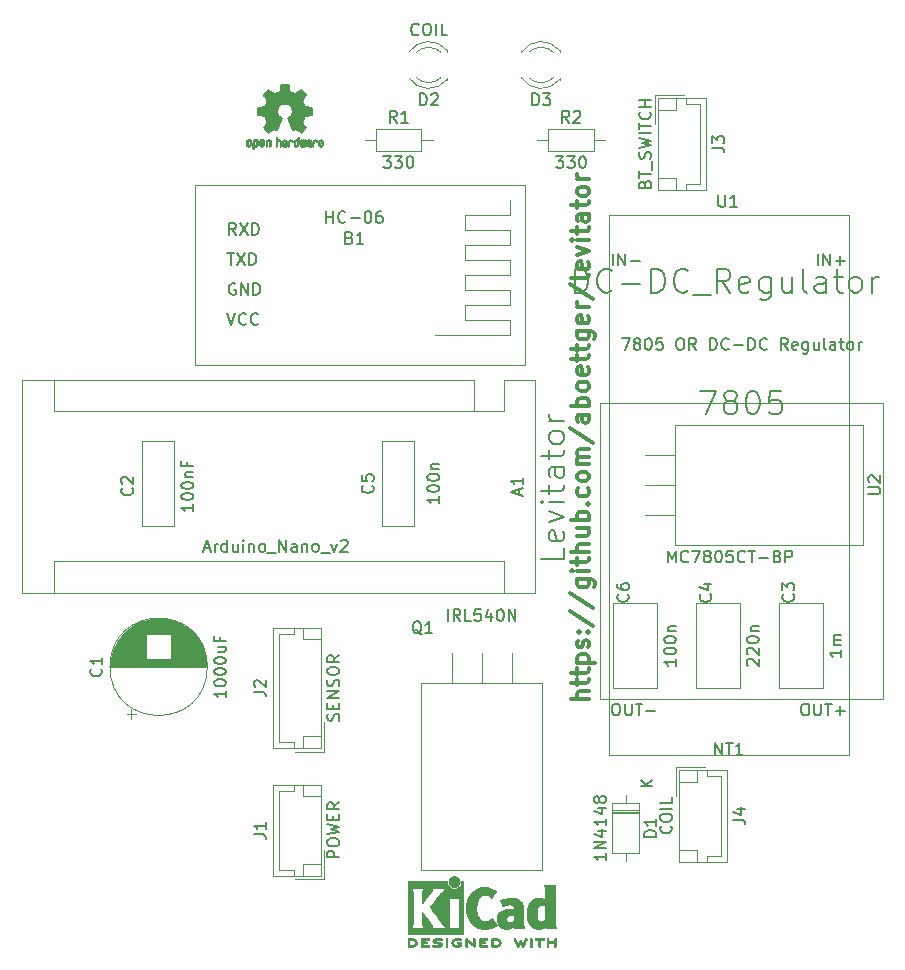
<source format=gbr>
G04 #@! TF.GenerationSoftware,KiCad,Pcbnew,5.1.6*
G04 #@! TF.CreationDate,2020-06-02T20:33:05+02:00*
G04 #@! TF.ProjectId,Levitator,4c657669-7461-4746-9f72-2e6b69636164,rev?*
G04 #@! TF.SameCoordinates,Original*
G04 #@! TF.FileFunction,Legend,Top*
G04 #@! TF.FilePolarity,Positive*
%FSLAX46Y46*%
G04 Gerber Fmt 4.6, Leading zero omitted, Abs format (unit mm)*
G04 Created by KiCad (PCBNEW 5.1.6) date 2020-06-02 20:33:05*
%MOMM*%
%LPD*%
G01*
G04 APERTURE LIST*
%ADD10C,0.300000*%
%ADD11C,0.150000*%
%ADD12C,0.120000*%
%ADD13C,0.010000*%
G04 APERTURE END LIST*
D10*
X167928571Y-117207142D02*
X166428571Y-117207142D01*
X167928571Y-116564285D02*
X167142857Y-116564285D01*
X167000000Y-116635714D01*
X166928571Y-116778571D01*
X166928571Y-116992857D01*
X167000000Y-117135714D01*
X167071428Y-117207142D01*
X166928571Y-116064285D02*
X166928571Y-115492857D01*
X166428571Y-115850000D02*
X167714285Y-115850000D01*
X167857142Y-115778571D01*
X167928571Y-115635714D01*
X167928571Y-115492857D01*
X166928571Y-115207142D02*
X166928571Y-114635714D01*
X166428571Y-114992857D02*
X167714285Y-114992857D01*
X167857142Y-114921428D01*
X167928571Y-114778571D01*
X167928571Y-114635714D01*
X166928571Y-114135714D02*
X168428571Y-114135714D01*
X167000000Y-114135714D02*
X166928571Y-113992857D01*
X166928571Y-113707142D01*
X167000000Y-113564285D01*
X167071428Y-113492857D01*
X167214285Y-113421428D01*
X167642857Y-113421428D01*
X167785714Y-113492857D01*
X167857142Y-113564285D01*
X167928571Y-113707142D01*
X167928571Y-113992857D01*
X167857142Y-114135714D01*
X167857142Y-112850000D02*
X167928571Y-112707142D01*
X167928571Y-112421428D01*
X167857142Y-112278571D01*
X167714285Y-112207142D01*
X167642857Y-112207142D01*
X167500000Y-112278571D01*
X167428571Y-112421428D01*
X167428571Y-112635714D01*
X167357142Y-112778571D01*
X167214285Y-112850000D01*
X167142857Y-112850000D01*
X167000000Y-112778571D01*
X166928571Y-112635714D01*
X166928571Y-112421428D01*
X167000000Y-112278571D01*
X167785714Y-111564285D02*
X167857142Y-111492857D01*
X167928571Y-111564285D01*
X167857142Y-111635714D01*
X167785714Y-111564285D01*
X167928571Y-111564285D01*
X167000000Y-111564285D02*
X167071428Y-111492857D01*
X167142857Y-111564285D01*
X167071428Y-111635714D01*
X167000000Y-111564285D01*
X167142857Y-111564285D01*
X166357142Y-109778571D02*
X168285714Y-111064285D01*
X166357142Y-108207142D02*
X168285714Y-109492857D01*
X166928571Y-107064285D02*
X168142857Y-107064285D01*
X168285714Y-107135714D01*
X168357142Y-107207142D01*
X168428571Y-107350000D01*
X168428571Y-107564285D01*
X168357142Y-107707142D01*
X167857142Y-107064285D02*
X167928571Y-107207142D01*
X167928571Y-107492857D01*
X167857142Y-107635714D01*
X167785714Y-107707142D01*
X167642857Y-107778571D01*
X167214285Y-107778571D01*
X167071428Y-107707142D01*
X167000000Y-107635714D01*
X166928571Y-107492857D01*
X166928571Y-107207142D01*
X167000000Y-107064285D01*
X167928571Y-106350000D02*
X166928571Y-106350000D01*
X166428571Y-106350000D02*
X166500000Y-106421428D01*
X166571428Y-106350000D01*
X166500000Y-106278571D01*
X166428571Y-106350000D01*
X166571428Y-106350000D01*
X166928571Y-105850000D02*
X166928571Y-105278571D01*
X166428571Y-105635714D02*
X167714285Y-105635714D01*
X167857142Y-105564285D01*
X167928571Y-105421428D01*
X167928571Y-105278571D01*
X167928571Y-104778571D02*
X166428571Y-104778571D01*
X167928571Y-104135714D02*
X167142857Y-104135714D01*
X167000000Y-104207142D01*
X166928571Y-104350000D01*
X166928571Y-104564285D01*
X167000000Y-104707142D01*
X167071428Y-104778571D01*
X166928571Y-102778571D02*
X167928571Y-102778571D01*
X166928571Y-103421428D02*
X167714285Y-103421428D01*
X167857142Y-103350000D01*
X167928571Y-103207142D01*
X167928571Y-102992857D01*
X167857142Y-102850000D01*
X167785714Y-102778571D01*
X167928571Y-102064285D02*
X166428571Y-102064285D01*
X167000000Y-102064285D02*
X166928571Y-101921428D01*
X166928571Y-101635714D01*
X167000000Y-101492857D01*
X167071428Y-101421428D01*
X167214285Y-101350000D01*
X167642857Y-101350000D01*
X167785714Y-101421428D01*
X167857142Y-101492857D01*
X167928571Y-101635714D01*
X167928571Y-101921428D01*
X167857142Y-102064285D01*
X167785714Y-100707142D02*
X167857142Y-100635714D01*
X167928571Y-100707142D01*
X167857142Y-100778571D01*
X167785714Y-100707142D01*
X167928571Y-100707142D01*
X167857142Y-99350000D02*
X167928571Y-99492857D01*
X167928571Y-99778571D01*
X167857142Y-99921428D01*
X167785714Y-99992857D01*
X167642857Y-100064285D01*
X167214285Y-100064285D01*
X167071428Y-99992857D01*
X167000000Y-99921428D01*
X166928571Y-99778571D01*
X166928571Y-99492857D01*
X167000000Y-99350000D01*
X167928571Y-98492857D02*
X167857142Y-98635714D01*
X167785714Y-98707142D01*
X167642857Y-98778571D01*
X167214285Y-98778571D01*
X167071428Y-98707142D01*
X167000000Y-98635714D01*
X166928571Y-98492857D01*
X166928571Y-98278571D01*
X167000000Y-98135714D01*
X167071428Y-98064285D01*
X167214285Y-97992857D01*
X167642857Y-97992857D01*
X167785714Y-98064285D01*
X167857142Y-98135714D01*
X167928571Y-98278571D01*
X167928571Y-98492857D01*
X167928571Y-97350000D02*
X166928571Y-97350000D01*
X167071428Y-97350000D02*
X167000000Y-97278571D01*
X166928571Y-97135714D01*
X166928571Y-96921428D01*
X167000000Y-96778571D01*
X167142857Y-96707142D01*
X167928571Y-96707142D01*
X167142857Y-96707142D02*
X167000000Y-96635714D01*
X166928571Y-96492857D01*
X166928571Y-96278571D01*
X167000000Y-96135714D01*
X167142857Y-96064285D01*
X167928571Y-96064285D01*
X166357142Y-94278571D02*
X168285714Y-95564285D01*
X167928571Y-93135714D02*
X167142857Y-93135714D01*
X167000000Y-93207142D01*
X166928571Y-93350000D01*
X166928571Y-93635714D01*
X167000000Y-93778571D01*
X167857142Y-93135714D02*
X167928571Y-93278571D01*
X167928571Y-93635714D01*
X167857142Y-93778571D01*
X167714285Y-93850000D01*
X167571428Y-93850000D01*
X167428571Y-93778571D01*
X167357142Y-93635714D01*
X167357142Y-93278571D01*
X167285714Y-93135714D01*
X167928571Y-92421428D02*
X166428571Y-92421428D01*
X167000000Y-92421428D02*
X166928571Y-92278571D01*
X166928571Y-91992857D01*
X167000000Y-91850000D01*
X167071428Y-91778571D01*
X167214285Y-91707142D01*
X167642857Y-91707142D01*
X167785714Y-91778571D01*
X167857142Y-91850000D01*
X167928571Y-91992857D01*
X167928571Y-92278571D01*
X167857142Y-92421428D01*
X167928571Y-90850000D02*
X167857142Y-90992857D01*
X167785714Y-91064285D01*
X167642857Y-91135714D01*
X167214285Y-91135714D01*
X167071428Y-91064285D01*
X167000000Y-90992857D01*
X166928571Y-90850000D01*
X166928571Y-90635714D01*
X167000000Y-90492857D01*
X167071428Y-90421428D01*
X167214285Y-90350000D01*
X167642857Y-90350000D01*
X167785714Y-90421428D01*
X167857142Y-90492857D01*
X167928571Y-90635714D01*
X167928571Y-90850000D01*
X167857142Y-89135714D02*
X167928571Y-89278571D01*
X167928571Y-89564285D01*
X167857142Y-89707142D01*
X167714285Y-89778571D01*
X167142857Y-89778571D01*
X167000000Y-89707142D01*
X166928571Y-89564285D01*
X166928571Y-89278571D01*
X167000000Y-89135714D01*
X167142857Y-89064285D01*
X167285714Y-89064285D01*
X167428571Y-89778571D01*
X166928571Y-88635714D02*
X166928571Y-88064285D01*
X166428571Y-88421428D02*
X167714285Y-88421428D01*
X167857142Y-88350000D01*
X167928571Y-88207142D01*
X167928571Y-88064285D01*
X166928571Y-87778571D02*
X166928571Y-87207142D01*
X166428571Y-87564285D02*
X167714285Y-87564285D01*
X167857142Y-87492857D01*
X167928571Y-87350000D01*
X167928571Y-87207142D01*
X166928571Y-86064285D02*
X168142857Y-86064285D01*
X168285714Y-86135714D01*
X168357142Y-86207142D01*
X168428571Y-86350000D01*
X168428571Y-86564285D01*
X168357142Y-86707142D01*
X167857142Y-86064285D02*
X167928571Y-86207142D01*
X167928571Y-86492857D01*
X167857142Y-86635714D01*
X167785714Y-86707142D01*
X167642857Y-86778571D01*
X167214285Y-86778571D01*
X167071428Y-86707142D01*
X167000000Y-86635714D01*
X166928571Y-86492857D01*
X166928571Y-86207142D01*
X167000000Y-86064285D01*
X167857142Y-84778571D02*
X167928571Y-84921428D01*
X167928571Y-85207142D01*
X167857142Y-85350000D01*
X167714285Y-85421428D01*
X167142857Y-85421428D01*
X167000000Y-85350000D01*
X166928571Y-85207142D01*
X166928571Y-84921428D01*
X167000000Y-84778571D01*
X167142857Y-84707142D01*
X167285714Y-84707142D01*
X167428571Y-85421428D01*
X167928571Y-84064285D02*
X166928571Y-84064285D01*
X167214285Y-84064285D02*
X167071428Y-83992857D01*
X167000000Y-83921428D01*
X166928571Y-83778571D01*
X166928571Y-83635714D01*
X166357142Y-82064285D02*
X168285714Y-83350000D01*
X167928571Y-81350000D02*
X167857142Y-81492857D01*
X167714285Y-81564285D01*
X166428571Y-81564285D01*
X167857142Y-80207142D02*
X167928571Y-80350000D01*
X167928571Y-80635714D01*
X167857142Y-80778571D01*
X167714285Y-80850000D01*
X167142857Y-80850000D01*
X167000000Y-80778571D01*
X166928571Y-80635714D01*
X166928571Y-80350000D01*
X167000000Y-80207142D01*
X167142857Y-80135714D01*
X167285714Y-80135714D01*
X167428571Y-80850000D01*
X166928571Y-79635714D02*
X167928571Y-79278571D01*
X166928571Y-78921428D01*
X167928571Y-78350000D02*
X166928571Y-78350000D01*
X166428571Y-78350000D02*
X166500000Y-78421428D01*
X166571428Y-78350000D01*
X166500000Y-78278571D01*
X166428571Y-78350000D01*
X166571428Y-78350000D01*
X166928571Y-77850000D02*
X166928571Y-77278571D01*
X166428571Y-77635714D02*
X167714285Y-77635714D01*
X167857142Y-77564285D01*
X167928571Y-77421428D01*
X167928571Y-77278571D01*
X167928571Y-76135714D02*
X167142857Y-76135714D01*
X167000000Y-76207142D01*
X166928571Y-76350000D01*
X166928571Y-76635714D01*
X167000000Y-76778571D01*
X167857142Y-76135714D02*
X167928571Y-76278571D01*
X167928571Y-76635714D01*
X167857142Y-76778571D01*
X167714285Y-76850000D01*
X167571428Y-76850000D01*
X167428571Y-76778571D01*
X167357142Y-76635714D01*
X167357142Y-76278571D01*
X167285714Y-76135714D01*
X166928571Y-75635714D02*
X166928571Y-75064285D01*
X166428571Y-75421428D02*
X167714285Y-75421428D01*
X167857142Y-75350000D01*
X167928571Y-75207142D01*
X167928571Y-75064285D01*
X167928571Y-74350000D02*
X167857142Y-74492857D01*
X167785714Y-74564285D01*
X167642857Y-74635714D01*
X167214285Y-74635714D01*
X167071428Y-74564285D01*
X167000000Y-74492857D01*
X166928571Y-74350000D01*
X166928571Y-74135714D01*
X167000000Y-73992857D01*
X167071428Y-73921428D01*
X167214285Y-73850000D01*
X167642857Y-73850000D01*
X167785714Y-73921428D01*
X167857142Y-73992857D01*
X167928571Y-74135714D01*
X167928571Y-74350000D01*
X167928571Y-73207142D02*
X166928571Y-73207142D01*
X167214285Y-73207142D02*
X167071428Y-73135714D01*
X167000000Y-73064285D01*
X166928571Y-72921428D01*
X166928571Y-72778571D01*
D11*
X177326190Y-91104761D02*
X178659523Y-91104761D01*
X177802380Y-93104761D01*
X179707142Y-91961904D02*
X179516666Y-91866666D01*
X179421428Y-91771428D01*
X179326190Y-91580952D01*
X179326190Y-91485714D01*
X179421428Y-91295238D01*
X179516666Y-91200000D01*
X179707142Y-91104761D01*
X180088095Y-91104761D01*
X180278571Y-91200000D01*
X180373809Y-91295238D01*
X180469047Y-91485714D01*
X180469047Y-91580952D01*
X180373809Y-91771428D01*
X180278571Y-91866666D01*
X180088095Y-91961904D01*
X179707142Y-91961904D01*
X179516666Y-92057142D01*
X179421428Y-92152380D01*
X179326190Y-92342857D01*
X179326190Y-92723809D01*
X179421428Y-92914285D01*
X179516666Y-93009523D01*
X179707142Y-93104761D01*
X180088095Y-93104761D01*
X180278571Y-93009523D01*
X180373809Y-92914285D01*
X180469047Y-92723809D01*
X180469047Y-92342857D01*
X180373809Y-92152380D01*
X180278571Y-92057142D01*
X180088095Y-91961904D01*
X181707142Y-91104761D02*
X181897619Y-91104761D01*
X182088095Y-91200000D01*
X182183333Y-91295238D01*
X182278571Y-91485714D01*
X182373809Y-91866666D01*
X182373809Y-92342857D01*
X182278571Y-92723809D01*
X182183333Y-92914285D01*
X182088095Y-93009523D01*
X181897619Y-93104761D01*
X181707142Y-93104761D01*
X181516666Y-93009523D01*
X181421428Y-92914285D01*
X181326190Y-92723809D01*
X181230952Y-92342857D01*
X181230952Y-91866666D01*
X181326190Y-91485714D01*
X181421428Y-91295238D01*
X181516666Y-91200000D01*
X181707142Y-91104761D01*
X184183333Y-91104761D02*
X183230952Y-91104761D01*
X183135714Y-92057142D01*
X183230952Y-91961904D01*
X183421428Y-91866666D01*
X183897619Y-91866666D01*
X184088095Y-91961904D01*
X184183333Y-92057142D01*
X184278571Y-92247619D01*
X184278571Y-92723809D01*
X184183333Y-92914285D01*
X184088095Y-93009523D01*
X183897619Y-93104761D01*
X183421428Y-93104761D01*
X183230952Y-93009523D01*
X183135714Y-92914285D01*
D12*
X168850000Y-92200000D02*
X168850000Y-117200000D01*
X192850000Y-92200000D02*
X168850000Y-92200000D01*
X192850000Y-117200000D02*
X192850000Y-92200000D01*
X168850000Y-117200000D02*
X192850000Y-117200000D01*
D11*
X170707142Y-86652380D02*
X171373809Y-86652380D01*
X170945238Y-87652380D01*
X171897619Y-87080952D02*
X171802380Y-87033333D01*
X171754761Y-86985714D01*
X171707142Y-86890476D01*
X171707142Y-86842857D01*
X171754761Y-86747619D01*
X171802380Y-86700000D01*
X171897619Y-86652380D01*
X172088095Y-86652380D01*
X172183333Y-86700000D01*
X172230952Y-86747619D01*
X172278571Y-86842857D01*
X172278571Y-86890476D01*
X172230952Y-86985714D01*
X172183333Y-87033333D01*
X172088095Y-87080952D01*
X171897619Y-87080952D01*
X171802380Y-87128571D01*
X171754761Y-87176190D01*
X171707142Y-87271428D01*
X171707142Y-87461904D01*
X171754761Y-87557142D01*
X171802380Y-87604761D01*
X171897619Y-87652380D01*
X172088095Y-87652380D01*
X172183333Y-87604761D01*
X172230952Y-87557142D01*
X172278571Y-87461904D01*
X172278571Y-87271428D01*
X172230952Y-87176190D01*
X172183333Y-87128571D01*
X172088095Y-87080952D01*
X172897619Y-86652380D02*
X172992857Y-86652380D01*
X173088095Y-86700000D01*
X173135714Y-86747619D01*
X173183333Y-86842857D01*
X173230952Y-87033333D01*
X173230952Y-87271428D01*
X173183333Y-87461904D01*
X173135714Y-87557142D01*
X173088095Y-87604761D01*
X172992857Y-87652380D01*
X172897619Y-87652380D01*
X172802380Y-87604761D01*
X172754761Y-87557142D01*
X172707142Y-87461904D01*
X172659523Y-87271428D01*
X172659523Y-87033333D01*
X172707142Y-86842857D01*
X172754761Y-86747619D01*
X172802380Y-86700000D01*
X172897619Y-86652380D01*
X174135714Y-86652380D02*
X173659523Y-86652380D01*
X173611904Y-87128571D01*
X173659523Y-87080952D01*
X173754761Y-87033333D01*
X173992857Y-87033333D01*
X174088095Y-87080952D01*
X174135714Y-87128571D01*
X174183333Y-87223809D01*
X174183333Y-87461904D01*
X174135714Y-87557142D01*
X174088095Y-87604761D01*
X173992857Y-87652380D01*
X173754761Y-87652380D01*
X173659523Y-87604761D01*
X173611904Y-87557142D01*
X175564285Y-86652380D02*
X175754761Y-86652380D01*
X175850000Y-86700000D01*
X175945238Y-86795238D01*
X175992857Y-86985714D01*
X175992857Y-87319047D01*
X175945238Y-87509523D01*
X175850000Y-87604761D01*
X175754761Y-87652380D01*
X175564285Y-87652380D01*
X175469047Y-87604761D01*
X175373809Y-87509523D01*
X175326190Y-87319047D01*
X175326190Y-86985714D01*
X175373809Y-86795238D01*
X175469047Y-86700000D01*
X175564285Y-86652380D01*
X176992857Y-87652380D02*
X176659523Y-87176190D01*
X176421428Y-87652380D02*
X176421428Y-86652380D01*
X176802380Y-86652380D01*
X176897619Y-86700000D01*
X176945238Y-86747619D01*
X176992857Y-86842857D01*
X176992857Y-86985714D01*
X176945238Y-87080952D01*
X176897619Y-87128571D01*
X176802380Y-87176190D01*
X176421428Y-87176190D01*
X178183333Y-87652380D02*
X178183333Y-86652380D01*
X178421428Y-86652380D01*
X178564285Y-86700000D01*
X178659523Y-86795238D01*
X178707142Y-86890476D01*
X178754761Y-87080952D01*
X178754761Y-87223809D01*
X178707142Y-87414285D01*
X178659523Y-87509523D01*
X178564285Y-87604761D01*
X178421428Y-87652380D01*
X178183333Y-87652380D01*
X179754761Y-87557142D02*
X179707142Y-87604761D01*
X179564285Y-87652380D01*
X179469047Y-87652380D01*
X179326190Y-87604761D01*
X179230952Y-87509523D01*
X179183333Y-87414285D01*
X179135714Y-87223809D01*
X179135714Y-87080952D01*
X179183333Y-86890476D01*
X179230952Y-86795238D01*
X179326190Y-86700000D01*
X179469047Y-86652380D01*
X179564285Y-86652380D01*
X179707142Y-86700000D01*
X179754761Y-86747619D01*
X180183333Y-87271428D02*
X180945238Y-87271428D01*
X181421428Y-87652380D02*
X181421428Y-86652380D01*
X181659523Y-86652380D01*
X181802380Y-86700000D01*
X181897619Y-86795238D01*
X181945238Y-86890476D01*
X181992857Y-87080952D01*
X181992857Y-87223809D01*
X181945238Y-87414285D01*
X181897619Y-87509523D01*
X181802380Y-87604761D01*
X181659523Y-87652380D01*
X181421428Y-87652380D01*
X182992857Y-87557142D02*
X182945238Y-87604761D01*
X182802380Y-87652380D01*
X182707142Y-87652380D01*
X182564285Y-87604761D01*
X182469047Y-87509523D01*
X182421428Y-87414285D01*
X182373809Y-87223809D01*
X182373809Y-87080952D01*
X182421428Y-86890476D01*
X182469047Y-86795238D01*
X182564285Y-86700000D01*
X182707142Y-86652380D01*
X182802380Y-86652380D01*
X182945238Y-86700000D01*
X182992857Y-86747619D01*
X184754761Y-87652380D02*
X184421428Y-87176190D01*
X184183333Y-87652380D02*
X184183333Y-86652380D01*
X184564285Y-86652380D01*
X184659523Y-86700000D01*
X184707142Y-86747619D01*
X184754761Y-86842857D01*
X184754761Y-86985714D01*
X184707142Y-87080952D01*
X184659523Y-87128571D01*
X184564285Y-87176190D01*
X184183333Y-87176190D01*
X185564285Y-87604761D02*
X185469047Y-87652380D01*
X185278571Y-87652380D01*
X185183333Y-87604761D01*
X185135714Y-87509523D01*
X185135714Y-87128571D01*
X185183333Y-87033333D01*
X185278571Y-86985714D01*
X185469047Y-86985714D01*
X185564285Y-87033333D01*
X185611904Y-87128571D01*
X185611904Y-87223809D01*
X185135714Y-87319047D01*
X186469047Y-86985714D02*
X186469047Y-87795238D01*
X186421428Y-87890476D01*
X186373809Y-87938095D01*
X186278571Y-87985714D01*
X186135714Y-87985714D01*
X186040476Y-87938095D01*
X186469047Y-87604761D02*
X186373809Y-87652380D01*
X186183333Y-87652380D01*
X186088095Y-87604761D01*
X186040476Y-87557142D01*
X185992857Y-87461904D01*
X185992857Y-87176190D01*
X186040476Y-87080952D01*
X186088095Y-87033333D01*
X186183333Y-86985714D01*
X186373809Y-86985714D01*
X186469047Y-87033333D01*
X187373809Y-86985714D02*
X187373809Y-87652380D01*
X186945238Y-86985714D02*
X186945238Y-87509523D01*
X186992857Y-87604761D01*
X187088095Y-87652380D01*
X187230952Y-87652380D01*
X187326190Y-87604761D01*
X187373809Y-87557142D01*
X187992857Y-87652380D02*
X187897619Y-87604761D01*
X187850000Y-87509523D01*
X187850000Y-86652380D01*
X188802380Y-87652380D02*
X188802380Y-87128571D01*
X188754761Y-87033333D01*
X188659523Y-86985714D01*
X188469047Y-86985714D01*
X188373809Y-87033333D01*
X188802380Y-87604761D02*
X188707142Y-87652380D01*
X188469047Y-87652380D01*
X188373809Y-87604761D01*
X188326190Y-87509523D01*
X188326190Y-87414285D01*
X188373809Y-87319047D01*
X188469047Y-87271428D01*
X188707142Y-87271428D01*
X188802380Y-87223809D01*
X189135714Y-86985714D02*
X189516666Y-86985714D01*
X189278571Y-86652380D02*
X189278571Y-87509523D01*
X189326190Y-87604761D01*
X189421428Y-87652380D01*
X189516666Y-87652380D01*
X189992857Y-87652380D02*
X189897619Y-87604761D01*
X189849999Y-87557142D01*
X189802380Y-87461904D01*
X189802380Y-87176190D01*
X189849999Y-87080952D01*
X189897619Y-87033333D01*
X189992857Y-86985714D01*
X190135714Y-86985714D01*
X190230952Y-87033333D01*
X190278571Y-87080952D01*
X190326190Y-87176190D01*
X190326190Y-87461904D01*
X190278571Y-87557142D01*
X190230952Y-87604761D01*
X190135714Y-87652380D01*
X189992857Y-87652380D01*
X190754761Y-87652380D02*
X190754761Y-86985714D01*
X190754761Y-87176190D02*
X190802380Y-87080952D01*
X190849999Y-87033333D01*
X190945238Y-86985714D01*
X191040476Y-86985714D01*
X165854761Y-104447619D02*
X165854761Y-105400000D01*
X163854761Y-105400000D01*
X165759523Y-103019047D02*
X165854761Y-103209523D01*
X165854761Y-103590476D01*
X165759523Y-103780952D01*
X165569047Y-103876190D01*
X164807142Y-103876190D01*
X164616666Y-103780952D01*
X164521428Y-103590476D01*
X164521428Y-103209523D01*
X164616666Y-103019047D01*
X164807142Y-102923809D01*
X164997619Y-102923809D01*
X165188095Y-103876190D01*
X164521428Y-102257142D02*
X165854761Y-101780952D01*
X164521428Y-101304761D01*
X165854761Y-100542857D02*
X164521428Y-100542857D01*
X163854761Y-100542857D02*
X163950000Y-100638095D01*
X164045238Y-100542857D01*
X163950000Y-100447619D01*
X163854761Y-100542857D01*
X164045238Y-100542857D01*
X164521428Y-99876190D02*
X164521428Y-99114285D01*
X163854761Y-99590476D02*
X165569047Y-99590476D01*
X165759523Y-99495238D01*
X165854761Y-99304761D01*
X165854761Y-99114285D01*
X165854761Y-97590476D02*
X164807142Y-97590476D01*
X164616666Y-97685714D01*
X164521428Y-97876190D01*
X164521428Y-98257142D01*
X164616666Y-98447619D01*
X165759523Y-97590476D02*
X165854761Y-97780952D01*
X165854761Y-98257142D01*
X165759523Y-98447619D01*
X165569047Y-98542857D01*
X165378571Y-98542857D01*
X165188095Y-98447619D01*
X165092857Y-98257142D01*
X165092857Y-97780952D01*
X164997619Y-97590476D01*
X164521428Y-96923809D02*
X164521428Y-96161904D01*
X163854761Y-96638095D02*
X165569047Y-96638095D01*
X165759523Y-96542857D01*
X165854761Y-96352380D01*
X165854761Y-96161904D01*
X165854761Y-95209523D02*
X165759523Y-95400000D01*
X165664285Y-95495238D01*
X165473809Y-95590476D01*
X164902380Y-95590476D01*
X164711904Y-95495238D01*
X164616666Y-95400000D01*
X164521428Y-95209523D01*
X164521428Y-94923809D01*
X164616666Y-94733333D01*
X164711904Y-94638095D01*
X164902380Y-94542857D01*
X165473809Y-94542857D01*
X165664285Y-94638095D01*
X165759523Y-94733333D01*
X165854761Y-94923809D01*
X165854761Y-95209523D01*
X165854761Y-93685714D02*
X164521428Y-93685714D01*
X164902380Y-93685714D02*
X164711904Y-93590476D01*
X164616666Y-93495238D01*
X164521428Y-93304761D01*
X164521428Y-93114285D01*
D13*
G36*
X142253910Y-65142348D02*
G01*
X142332454Y-65142778D01*
X142389298Y-65143942D01*
X142428105Y-65146207D01*
X142452538Y-65149940D01*
X142466262Y-65155506D01*
X142472940Y-65163273D01*
X142476236Y-65173605D01*
X142476556Y-65174943D01*
X142481562Y-65199079D01*
X142490829Y-65246701D01*
X142503392Y-65312741D01*
X142518287Y-65392128D01*
X142534551Y-65479796D01*
X142535119Y-65482875D01*
X142551410Y-65568789D01*
X142566652Y-65644696D01*
X142579861Y-65706045D01*
X142590054Y-65748282D01*
X142596248Y-65766855D01*
X142596543Y-65767184D01*
X142614788Y-65776253D01*
X142652405Y-65791367D01*
X142701271Y-65809262D01*
X142701543Y-65809358D01*
X142763093Y-65832493D01*
X142835657Y-65861965D01*
X142904057Y-65891597D01*
X142907294Y-65893062D01*
X143018702Y-65943626D01*
X143265399Y-65775160D01*
X143341077Y-65723803D01*
X143409631Y-65677889D01*
X143467088Y-65640030D01*
X143509476Y-65612837D01*
X143532825Y-65598921D01*
X143535042Y-65597889D01*
X143552010Y-65602484D01*
X143583701Y-65624655D01*
X143631352Y-65665447D01*
X143696198Y-65725905D01*
X143762397Y-65790227D01*
X143826214Y-65853612D01*
X143883329Y-65911451D01*
X143930305Y-65960175D01*
X143963703Y-65996210D01*
X143980085Y-66015984D01*
X143980694Y-66017002D01*
X143982505Y-66030572D01*
X143975683Y-66052733D01*
X143958540Y-66086478D01*
X143929393Y-66134800D01*
X143886555Y-66200692D01*
X143829448Y-66285517D01*
X143778766Y-66360177D01*
X143733461Y-66427140D01*
X143696150Y-66482516D01*
X143669452Y-66522420D01*
X143655985Y-66542962D01*
X143655137Y-66544356D01*
X143656781Y-66564038D01*
X143669245Y-66602293D01*
X143690048Y-66651889D01*
X143697462Y-66667728D01*
X143729814Y-66738290D01*
X143764328Y-66818353D01*
X143792365Y-66887629D01*
X143812568Y-66939045D01*
X143828615Y-66978119D01*
X143837888Y-66998541D01*
X143839041Y-67000114D01*
X143856096Y-67002721D01*
X143896298Y-67009863D01*
X143954302Y-67020523D01*
X144024763Y-67033685D01*
X144102335Y-67048333D01*
X144181672Y-67063449D01*
X144257431Y-67078018D01*
X144324264Y-67091022D01*
X144376828Y-67101445D01*
X144409776Y-67108270D01*
X144417857Y-67110199D01*
X144426205Y-67114962D01*
X144432506Y-67125718D01*
X144437045Y-67146098D01*
X144440104Y-67179734D01*
X144441967Y-67230255D01*
X144442918Y-67301292D01*
X144443240Y-67396476D01*
X144443257Y-67435492D01*
X144443257Y-67752799D01*
X144367057Y-67767839D01*
X144324663Y-67775995D01*
X144261400Y-67787899D01*
X144184962Y-67802116D01*
X144103043Y-67817210D01*
X144080400Y-67821355D01*
X144004806Y-67836053D01*
X143938953Y-67850505D01*
X143888366Y-67863375D01*
X143858574Y-67873322D01*
X143853612Y-67876287D01*
X143841426Y-67897283D01*
X143823953Y-67937967D01*
X143804577Y-67990322D01*
X143800734Y-68001600D01*
X143775339Y-68071523D01*
X143743817Y-68150418D01*
X143712969Y-68221266D01*
X143712817Y-68221595D01*
X143661447Y-68332733D01*
X143830399Y-68581253D01*
X143999352Y-68829772D01*
X143782429Y-69047058D01*
X143716819Y-69111726D01*
X143656979Y-69168733D01*
X143606267Y-69215033D01*
X143568046Y-69247584D01*
X143545675Y-69263343D01*
X143542466Y-69264343D01*
X143523626Y-69256469D01*
X143485180Y-69234578D01*
X143431330Y-69201267D01*
X143366276Y-69159131D01*
X143295940Y-69111943D01*
X143224555Y-69063810D01*
X143160908Y-69021928D01*
X143109041Y-68988871D01*
X143072995Y-68967218D01*
X143056867Y-68959543D01*
X143037189Y-68966037D01*
X142999875Y-68983150D01*
X142952621Y-69007326D01*
X142947612Y-69010013D01*
X142883977Y-69041927D01*
X142840341Y-69057579D01*
X142813202Y-69057745D01*
X142799057Y-69043204D01*
X142798975Y-69043000D01*
X142791905Y-69025779D01*
X142775042Y-68984899D01*
X142749695Y-68923525D01*
X142717171Y-68844819D01*
X142678778Y-68751947D01*
X142635822Y-68648072D01*
X142594222Y-68547502D01*
X142548504Y-68436516D01*
X142506526Y-68333703D01*
X142469548Y-68242215D01*
X142438827Y-68165201D01*
X142415622Y-68105815D01*
X142401190Y-68067209D01*
X142396743Y-68052800D01*
X142407896Y-68036272D01*
X142437069Y-68009930D01*
X142475971Y-67980887D01*
X142586757Y-67889039D01*
X142673351Y-67783759D01*
X142734716Y-67667266D01*
X142769815Y-67541776D01*
X142777608Y-67409507D01*
X142771943Y-67348457D01*
X142741078Y-67221795D01*
X142687920Y-67109941D01*
X142615767Y-67014001D01*
X142527917Y-66935076D01*
X142427665Y-66874270D01*
X142318310Y-66832687D01*
X142203147Y-66811428D01*
X142085475Y-66811599D01*
X141968590Y-66834301D01*
X141855789Y-66880638D01*
X141750369Y-66951713D01*
X141706368Y-66991911D01*
X141621979Y-67095129D01*
X141563222Y-67207925D01*
X141529704Y-67327010D01*
X141521035Y-67449095D01*
X141536823Y-67570893D01*
X141576678Y-67689116D01*
X141640207Y-67800475D01*
X141727021Y-67901684D01*
X141824029Y-67980887D01*
X141864437Y-68011162D01*
X141892982Y-68037219D01*
X141903257Y-68052825D01*
X141897877Y-68069843D01*
X141882575Y-68110500D01*
X141858612Y-68171642D01*
X141827244Y-68250119D01*
X141789732Y-68342780D01*
X141747333Y-68446472D01*
X141705663Y-68547526D01*
X141659690Y-68658607D01*
X141617107Y-68761541D01*
X141579221Y-68853165D01*
X141547340Y-68930316D01*
X141522771Y-68989831D01*
X141506820Y-69028544D01*
X141500910Y-69043000D01*
X141486948Y-69057685D01*
X141459940Y-69057642D01*
X141416413Y-69042099D01*
X141352890Y-69010284D01*
X141352388Y-69010013D01*
X141304560Y-68985323D01*
X141265897Y-68967338D01*
X141244095Y-68959614D01*
X141243133Y-68959543D01*
X141226721Y-68967378D01*
X141190487Y-68989165D01*
X141138474Y-69022328D01*
X141074725Y-69064291D01*
X141004060Y-69111943D01*
X140932116Y-69160191D01*
X140867274Y-69202151D01*
X140813735Y-69235227D01*
X140775697Y-69256821D01*
X140757533Y-69264343D01*
X140740808Y-69254457D01*
X140707180Y-69226826D01*
X140660010Y-69184495D01*
X140602658Y-69130505D01*
X140538484Y-69067899D01*
X140517497Y-69046983D01*
X140300499Y-68829623D01*
X140465668Y-68587220D01*
X140515864Y-68512781D01*
X140559919Y-68445972D01*
X140595362Y-68390665D01*
X140619719Y-68350729D01*
X140630522Y-68330036D01*
X140630838Y-68328563D01*
X140625143Y-68309058D01*
X140609826Y-68269822D01*
X140587537Y-68217430D01*
X140571893Y-68182355D01*
X140542641Y-68115201D01*
X140515094Y-68047358D01*
X140493737Y-67990034D01*
X140487935Y-67972572D01*
X140471452Y-67925938D01*
X140455340Y-67889905D01*
X140446490Y-67876287D01*
X140426960Y-67867952D01*
X140384334Y-67856137D01*
X140324145Y-67842181D01*
X140251922Y-67827422D01*
X140219600Y-67821355D01*
X140137522Y-67806273D01*
X140058795Y-67791669D01*
X139991109Y-67778980D01*
X139942160Y-67769642D01*
X139932943Y-67767839D01*
X139856743Y-67752799D01*
X139856743Y-67435492D01*
X139856914Y-67331154D01*
X139857616Y-67252213D01*
X139859134Y-67195038D01*
X139861749Y-67155999D01*
X139865746Y-67131465D01*
X139871409Y-67117805D01*
X139879020Y-67111389D01*
X139882143Y-67110199D01*
X139900978Y-67105980D01*
X139942588Y-67097562D01*
X140001630Y-67085961D01*
X140072757Y-67072195D01*
X140150625Y-67057280D01*
X140229887Y-67042232D01*
X140305198Y-67028069D01*
X140371213Y-67015806D01*
X140422587Y-67006461D01*
X140453975Y-67001050D01*
X140460959Y-67000114D01*
X140467285Y-66987596D01*
X140481290Y-66954246D01*
X140500355Y-66906377D01*
X140507634Y-66887629D01*
X140536996Y-66815195D01*
X140571571Y-66735170D01*
X140602537Y-66667728D01*
X140625323Y-66616159D01*
X140640482Y-66573785D01*
X140645542Y-66547834D01*
X140644736Y-66544356D01*
X140634041Y-66527936D01*
X140609620Y-66491417D01*
X140574095Y-66438687D01*
X140530087Y-66373635D01*
X140480217Y-66300151D01*
X140470356Y-66285645D01*
X140412492Y-66199704D01*
X140369956Y-66134261D01*
X140341054Y-66086304D01*
X140324090Y-66052820D01*
X140317367Y-66030795D01*
X140319190Y-66017217D01*
X140319236Y-66017131D01*
X140333586Y-65999297D01*
X140365323Y-65964817D01*
X140411010Y-65917268D01*
X140467204Y-65860222D01*
X140530468Y-65797255D01*
X140537602Y-65790227D01*
X140617330Y-65713020D01*
X140678857Y-65656330D01*
X140723421Y-65619110D01*
X140752257Y-65600315D01*
X140764958Y-65597889D01*
X140783494Y-65608471D01*
X140821961Y-65632916D01*
X140876386Y-65668612D01*
X140942798Y-65712947D01*
X141017225Y-65763311D01*
X141034601Y-65775160D01*
X141281297Y-65943626D01*
X141392706Y-65893062D01*
X141460457Y-65863595D01*
X141533183Y-65833959D01*
X141595703Y-65810330D01*
X141598457Y-65809358D01*
X141647360Y-65791457D01*
X141685057Y-65776320D01*
X141703425Y-65767210D01*
X141703456Y-65767184D01*
X141709285Y-65750717D01*
X141719192Y-65710219D01*
X141732195Y-65650242D01*
X141747309Y-65575340D01*
X141763552Y-65490064D01*
X141764881Y-65482875D01*
X141781175Y-65395014D01*
X141796133Y-65315260D01*
X141808791Y-65248681D01*
X141818186Y-65200347D01*
X141823354Y-65175325D01*
X141823444Y-65174943D01*
X141826589Y-65164299D01*
X141832704Y-65156262D01*
X141845453Y-65150467D01*
X141868500Y-65146547D01*
X141905509Y-65144135D01*
X141960144Y-65142865D01*
X142036067Y-65142371D01*
X142136944Y-65142286D01*
X142150000Y-65142286D01*
X142253910Y-65142348D01*
G37*
X142253910Y-65142348D02*
X142332454Y-65142778D01*
X142389298Y-65143942D01*
X142428105Y-65146207D01*
X142452538Y-65149940D01*
X142466262Y-65155506D01*
X142472940Y-65163273D01*
X142476236Y-65173605D01*
X142476556Y-65174943D01*
X142481562Y-65199079D01*
X142490829Y-65246701D01*
X142503392Y-65312741D01*
X142518287Y-65392128D01*
X142534551Y-65479796D01*
X142535119Y-65482875D01*
X142551410Y-65568789D01*
X142566652Y-65644696D01*
X142579861Y-65706045D01*
X142590054Y-65748282D01*
X142596248Y-65766855D01*
X142596543Y-65767184D01*
X142614788Y-65776253D01*
X142652405Y-65791367D01*
X142701271Y-65809262D01*
X142701543Y-65809358D01*
X142763093Y-65832493D01*
X142835657Y-65861965D01*
X142904057Y-65891597D01*
X142907294Y-65893062D01*
X143018702Y-65943626D01*
X143265399Y-65775160D01*
X143341077Y-65723803D01*
X143409631Y-65677889D01*
X143467088Y-65640030D01*
X143509476Y-65612837D01*
X143532825Y-65598921D01*
X143535042Y-65597889D01*
X143552010Y-65602484D01*
X143583701Y-65624655D01*
X143631352Y-65665447D01*
X143696198Y-65725905D01*
X143762397Y-65790227D01*
X143826214Y-65853612D01*
X143883329Y-65911451D01*
X143930305Y-65960175D01*
X143963703Y-65996210D01*
X143980085Y-66015984D01*
X143980694Y-66017002D01*
X143982505Y-66030572D01*
X143975683Y-66052733D01*
X143958540Y-66086478D01*
X143929393Y-66134800D01*
X143886555Y-66200692D01*
X143829448Y-66285517D01*
X143778766Y-66360177D01*
X143733461Y-66427140D01*
X143696150Y-66482516D01*
X143669452Y-66522420D01*
X143655985Y-66542962D01*
X143655137Y-66544356D01*
X143656781Y-66564038D01*
X143669245Y-66602293D01*
X143690048Y-66651889D01*
X143697462Y-66667728D01*
X143729814Y-66738290D01*
X143764328Y-66818353D01*
X143792365Y-66887629D01*
X143812568Y-66939045D01*
X143828615Y-66978119D01*
X143837888Y-66998541D01*
X143839041Y-67000114D01*
X143856096Y-67002721D01*
X143896298Y-67009863D01*
X143954302Y-67020523D01*
X144024763Y-67033685D01*
X144102335Y-67048333D01*
X144181672Y-67063449D01*
X144257431Y-67078018D01*
X144324264Y-67091022D01*
X144376828Y-67101445D01*
X144409776Y-67108270D01*
X144417857Y-67110199D01*
X144426205Y-67114962D01*
X144432506Y-67125718D01*
X144437045Y-67146098D01*
X144440104Y-67179734D01*
X144441967Y-67230255D01*
X144442918Y-67301292D01*
X144443240Y-67396476D01*
X144443257Y-67435492D01*
X144443257Y-67752799D01*
X144367057Y-67767839D01*
X144324663Y-67775995D01*
X144261400Y-67787899D01*
X144184962Y-67802116D01*
X144103043Y-67817210D01*
X144080400Y-67821355D01*
X144004806Y-67836053D01*
X143938953Y-67850505D01*
X143888366Y-67863375D01*
X143858574Y-67873322D01*
X143853612Y-67876287D01*
X143841426Y-67897283D01*
X143823953Y-67937967D01*
X143804577Y-67990322D01*
X143800734Y-68001600D01*
X143775339Y-68071523D01*
X143743817Y-68150418D01*
X143712969Y-68221266D01*
X143712817Y-68221595D01*
X143661447Y-68332733D01*
X143830399Y-68581253D01*
X143999352Y-68829772D01*
X143782429Y-69047058D01*
X143716819Y-69111726D01*
X143656979Y-69168733D01*
X143606267Y-69215033D01*
X143568046Y-69247584D01*
X143545675Y-69263343D01*
X143542466Y-69264343D01*
X143523626Y-69256469D01*
X143485180Y-69234578D01*
X143431330Y-69201267D01*
X143366276Y-69159131D01*
X143295940Y-69111943D01*
X143224555Y-69063810D01*
X143160908Y-69021928D01*
X143109041Y-68988871D01*
X143072995Y-68967218D01*
X143056867Y-68959543D01*
X143037189Y-68966037D01*
X142999875Y-68983150D01*
X142952621Y-69007326D01*
X142947612Y-69010013D01*
X142883977Y-69041927D01*
X142840341Y-69057579D01*
X142813202Y-69057745D01*
X142799057Y-69043204D01*
X142798975Y-69043000D01*
X142791905Y-69025779D01*
X142775042Y-68984899D01*
X142749695Y-68923525D01*
X142717171Y-68844819D01*
X142678778Y-68751947D01*
X142635822Y-68648072D01*
X142594222Y-68547502D01*
X142548504Y-68436516D01*
X142506526Y-68333703D01*
X142469548Y-68242215D01*
X142438827Y-68165201D01*
X142415622Y-68105815D01*
X142401190Y-68067209D01*
X142396743Y-68052800D01*
X142407896Y-68036272D01*
X142437069Y-68009930D01*
X142475971Y-67980887D01*
X142586757Y-67889039D01*
X142673351Y-67783759D01*
X142734716Y-67667266D01*
X142769815Y-67541776D01*
X142777608Y-67409507D01*
X142771943Y-67348457D01*
X142741078Y-67221795D01*
X142687920Y-67109941D01*
X142615767Y-67014001D01*
X142527917Y-66935076D01*
X142427665Y-66874270D01*
X142318310Y-66832687D01*
X142203147Y-66811428D01*
X142085475Y-66811599D01*
X141968590Y-66834301D01*
X141855789Y-66880638D01*
X141750369Y-66951713D01*
X141706368Y-66991911D01*
X141621979Y-67095129D01*
X141563222Y-67207925D01*
X141529704Y-67327010D01*
X141521035Y-67449095D01*
X141536823Y-67570893D01*
X141576678Y-67689116D01*
X141640207Y-67800475D01*
X141727021Y-67901684D01*
X141824029Y-67980887D01*
X141864437Y-68011162D01*
X141892982Y-68037219D01*
X141903257Y-68052825D01*
X141897877Y-68069843D01*
X141882575Y-68110500D01*
X141858612Y-68171642D01*
X141827244Y-68250119D01*
X141789732Y-68342780D01*
X141747333Y-68446472D01*
X141705663Y-68547526D01*
X141659690Y-68658607D01*
X141617107Y-68761541D01*
X141579221Y-68853165D01*
X141547340Y-68930316D01*
X141522771Y-68989831D01*
X141506820Y-69028544D01*
X141500910Y-69043000D01*
X141486948Y-69057685D01*
X141459940Y-69057642D01*
X141416413Y-69042099D01*
X141352890Y-69010284D01*
X141352388Y-69010013D01*
X141304560Y-68985323D01*
X141265897Y-68967338D01*
X141244095Y-68959614D01*
X141243133Y-68959543D01*
X141226721Y-68967378D01*
X141190487Y-68989165D01*
X141138474Y-69022328D01*
X141074725Y-69064291D01*
X141004060Y-69111943D01*
X140932116Y-69160191D01*
X140867274Y-69202151D01*
X140813735Y-69235227D01*
X140775697Y-69256821D01*
X140757533Y-69264343D01*
X140740808Y-69254457D01*
X140707180Y-69226826D01*
X140660010Y-69184495D01*
X140602658Y-69130505D01*
X140538484Y-69067899D01*
X140517497Y-69046983D01*
X140300499Y-68829623D01*
X140465668Y-68587220D01*
X140515864Y-68512781D01*
X140559919Y-68445972D01*
X140595362Y-68390665D01*
X140619719Y-68350729D01*
X140630522Y-68330036D01*
X140630838Y-68328563D01*
X140625143Y-68309058D01*
X140609826Y-68269822D01*
X140587537Y-68217430D01*
X140571893Y-68182355D01*
X140542641Y-68115201D01*
X140515094Y-68047358D01*
X140493737Y-67990034D01*
X140487935Y-67972572D01*
X140471452Y-67925938D01*
X140455340Y-67889905D01*
X140446490Y-67876287D01*
X140426960Y-67867952D01*
X140384334Y-67856137D01*
X140324145Y-67842181D01*
X140251922Y-67827422D01*
X140219600Y-67821355D01*
X140137522Y-67806273D01*
X140058795Y-67791669D01*
X139991109Y-67778980D01*
X139942160Y-67769642D01*
X139932943Y-67767839D01*
X139856743Y-67752799D01*
X139856743Y-67435492D01*
X139856914Y-67331154D01*
X139857616Y-67252213D01*
X139859134Y-67195038D01*
X139861749Y-67155999D01*
X139865746Y-67131465D01*
X139871409Y-67117805D01*
X139879020Y-67111389D01*
X139882143Y-67110199D01*
X139900978Y-67105980D01*
X139942588Y-67097562D01*
X140001630Y-67085961D01*
X140072757Y-67072195D01*
X140150625Y-67057280D01*
X140229887Y-67042232D01*
X140305198Y-67028069D01*
X140371213Y-67015806D01*
X140422587Y-67006461D01*
X140453975Y-67001050D01*
X140460959Y-67000114D01*
X140467285Y-66987596D01*
X140481290Y-66954246D01*
X140500355Y-66906377D01*
X140507634Y-66887629D01*
X140536996Y-66815195D01*
X140571571Y-66735170D01*
X140602537Y-66667728D01*
X140625323Y-66616159D01*
X140640482Y-66573785D01*
X140645542Y-66547834D01*
X140644736Y-66544356D01*
X140634041Y-66527936D01*
X140609620Y-66491417D01*
X140574095Y-66438687D01*
X140530087Y-66373635D01*
X140480217Y-66300151D01*
X140470356Y-66285645D01*
X140412492Y-66199704D01*
X140369956Y-66134261D01*
X140341054Y-66086304D01*
X140324090Y-66052820D01*
X140317367Y-66030795D01*
X140319190Y-66017217D01*
X140319236Y-66017131D01*
X140333586Y-65999297D01*
X140365323Y-65964817D01*
X140411010Y-65917268D01*
X140467204Y-65860222D01*
X140530468Y-65797255D01*
X140537602Y-65790227D01*
X140617330Y-65713020D01*
X140678857Y-65656330D01*
X140723421Y-65619110D01*
X140752257Y-65600315D01*
X140764958Y-65597889D01*
X140783494Y-65608471D01*
X140821961Y-65632916D01*
X140876386Y-65668612D01*
X140942798Y-65712947D01*
X141017225Y-65763311D01*
X141034601Y-65775160D01*
X141281297Y-65943626D01*
X141392706Y-65893062D01*
X141460457Y-65863595D01*
X141533183Y-65833959D01*
X141595703Y-65810330D01*
X141598457Y-65809358D01*
X141647360Y-65791457D01*
X141685057Y-65776320D01*
X141703425Y-65767210D01*
X141703456Y-65767184D01*
X141709285Y-65750717D01*
X141719192Y-65710219D01*
X141732195Y-65650242D01*
X141747309Y-65575340D01*
X141763552Y-65490064D01*
X141764881Y-65482875D01*
X141781175Y-65395014D01*
X141796133Y-65315260D01*
X141808791Y-65248681D01*
X141818186Y-65200347D01*
X141823354Y-65175325D01*
X141823444Y-65174943D01*
X141826589Y-65164299D01*
X141832704Y-65156262D01*
X141845453Y-65150467D01*
X141868500Y-65146547D01*
X141905509Y-65144135D01*
X141960144Y-65142865D01*
X142036067Y-65142371D01*
X142136944Y-65142286D01*
X142150000Y-65142286D01*
X142253910Y-65142348D01*
G36*
X145303595Y-69866966D02*
G01*
X145361021Y-69904497D01*
X145388719Y-69938096D01*
X145410662Y-69999064D01*
X145412405Y-70047308D01*
X145408457Y-70111816D01*
X145259686Y-70176934D01*
X145187349Y-70210202D01*
X145140084Y-70236964D01*
X145115507Y-70260144D01*
X145111237Y-70282667D01*
X145124889Y-70307455D01*
X145139943Y-70323886D01*
X145183746Y-70350235D01*
X145231389Y-70352081D01*
X145275145Y-70331546D01*
X145307289Y-70290752D01*
X145313038Y-70276347D01*
X145340576Y-70231356D01*
X145372258Y-70212182D01*
X145415714Y-70195779D01*
X145415714Y-70257966D01*
X145411872Y-70300283D01*
X145396823Y-70335969D01*
X145365280Y-70376943D01*
X145360592Y-70382267D01*
X145325506Y-70418720D01*
X145295347Y-70438283D01*
X145257615Y-70447283D01*
X145226335Y-70450230D01*
X145170385Y-70450965D01*
X145130555Y-70441660D01*
X145105708Y-70427846D01*
X145066656Y-70397467D01*
X145039625Y-70364613D01*
X145022517Y-70323294D01*
X145013238Y-70267521D01*
X145009693Y-70191305D01*
X145009410Y-70152622D01*
X145010372Y-70106247D01*
X145098007Y-70106247D01*
X145099023Y-70131126D01*
X145101556Y-70135200D01*
X145118274Y-70129665D01*
X145154249Y-70115017D01*
X145202331Y-70094190D01*
X145212386Y-70089714D01*
X145273152Y-70058814D01*
X145306632Y-70031657D01*
X145313990Y-70006220D01*
X145296391Y-69980481D01*
X145281856Y-69969109D01*
X145229410Y-69946364D01*
X145180322Y-69950122D01*
X145139227Y-69977884D01*
X145110758Y-70027152D01*
X145101631Y-70066257D01*
X145098007Y-70106247D01*
X145010372Y-70106247D01*
X145011285Y-70062249D01*
X145018196Y-69995384D01*
X145031884Y-69946695D01*
X145054096Y-69910849D01*
X145086574Y-69882513D01*
X145100733Y-69873355D01*
X145165053Y-69849507D01*
X145235473Y-69848006D01*
X145303595Y-69866966D01*
G37*
X145303595Y-69866966D02*
X145361021Y-69904497D01*
X145388719Y-69938096D01*
X145410662Y-69999064D01*
X145412405Y-70047308D01*
X145408457Y-70111816D01*
X145259686Y-70176934D01*
X145187349Y-70210202D01*
X145140084Y-70236964D01*
X145115507Y-70260144D01*
X145111237Y-70282667D01*
X145124889Y-70307455D01*
X145139943Y-70323886D01*
X145183746Y-70350235D01*
X145231389Y-70352081D01*
X145275145Y-70331546D01*
X145307289Y-70290752D01*
X145313038Y-70276347D01*
X145340576Y-70231356D01*
X145372258Y-70212182D01*
X145415714Y-70195779D01*
X145415714Y-70257966D01*
X145411872Y-70300283D01*
X145396823Y-70335969D01*
X145365280Y-70376943D01*
X145360592Y-70382267D01*
X145325506Y-70418720D01*
X145295347Y-70438283D01*
X145257615Y-70447283D01*
X145226335Y-70450230D01*
X145170385Y-70450965D01*
X145130555Y-70441660D01*
X145105708Y-70427846D01*
X145066656Y-70397467D01*
X145039625Y-70364613D01*
X145022517Y-70323294D01*
X145013238Y-70267521D01*
X145009693Y-70191305D01*
X145009410Y-70152622D01*
X145010372Y-70106247D01*
X145098007Y-70106247D01*
X145099023Y-70131126D01*
X145101556Y-70135200D01*
X145118274Y-70129665D01*
X145154249Y-70115017D01*
X145202331Y-70094190D01*
X145212386Y-70089714D01*
X145273152Y-70058814D01*
X145306632Y-70031657D01*
X145313990Y-70006220D01*
X145296391Y-69980481D01*
X145281856Y-69969109D01*
X145229410Y-69946364D01*
X145180322Y-69950122D01*
X145139227Y-69977884D01*
X145110758Y-70027152D01*
X145101631Y-70066257D01*
X145098007Y-70106247D01*
X145010372Y-70106247D01*
X145011285Y-70062249D01*
X145018196Y-69995384D01*
X145031884Y-69946695D01*
X145054096Y-69910849D01*
X145086574Y-69882513D01*
X145100733Y-69873355D01*
X145165053Y-69849507D01*
X145235473Y-69848006D01*
X145303595Y-69866966D01*
G36*
X144802600Y-69858752D02*
G01*
X144819948Y-69866334D01*
X144861356Y-69899128D01*
X144896765Y-69946547D01*
X144918664Y-69997151D01*
X144922229Y-70022098D01*
X144910279Y-70056927D01*
X144884067Y-70075357D01*
X144855964Y-70086516D01*
X144843095Y-70088572D01*
X144836829Y-70073649D01*
X144824456Y-70041175D01*
X144819028Y-70026502D01*
X144788590Y-69975744D01*
X144744520Y-69950427D01*
X144688010Y-69951206D01*
X144683825Y-69952203D01*
X144653655Y-69966507D01*
X144631476Y-69994393D01*
X144616327Y-70039287D01*
X144607250Y-70104615D01*
X144603286Y-70193804D01*
X144602914Y-70241261D01*
X144602730Y-70316071D01*
X144601522Y-70367069D01*
X144598309Y-70399471D01*
X144592109Y-70418495D01*
X144581940Y-70429356D01*
X144566819Y-70437272D01*
X144565946Y-70437670D01*
X144536828Y-70449981D01*
X144522403Y-70454514D01*
X144520186Y-70440809D01*
X144518289Y-70402925D01*
X144516847Y-70345715D01*
X144515998Y-70274027D01*
X144515829Y-70221565D01*
X144516692Y-70120047D01*
X144520070Y-70043032D01*
X144527142Y-69986023D01*
X144539088Y-69944526D01*
X144557090Y-69914043D01*
X144582327Y-69890080D01*
X144607247Y-69873355D01*
X144667171Y-69851097D01*
X144736911Y-69846076D01*
X144802600Y-69858752D01*
G37*
X144802600Y-69858752D02*
X144819948Y-69866334D01*
X144861356Y-69899128D01*
X144896765Y-69946547D01*
X144918664Y-69997151D01*
X144922229Y-70022098D01*
X144910279Y-70056927D01*
X144884067Y-70075357D01*
X144855964Y-70086516D01*
X144843095Y-70088572D01*
X144836829Y-70073649D01*
X144824456Y-70041175D01*
X144819028Y-70026502D01*
X144788590Y-69975744D01*
X144744520Y-69950427D01*
X144688010Y-69951206D01*
X144683825Y-69952203D01*
X144653655Y-69966507D01*
X144631476Y-69994393D01*
X144616327Y-70039287D01*
X144607250Y-70104615D01*
X144603286Y-70193804D01*
X144602914Y-70241261D01*
X144602730Y-70316071D01*
X144601522Y-70367069D01*
X144598309Y-70399471D01*
X144592109Y-70418495D01*
X144581940Y-70429356D01*
X144566819Y-70437272D01*
X144565946Y-70437670D01*
X144536828Y-70449981D01*
X144522403Y-70454514D01*
X144520186Y-70440809D01*
X144518289Y-70402925D01*
X144516847Y-70345715D01*
X144515998Y-70274027D01*
X144515829Y-70221565D01*
X144516692Y-70120047D01*
X144520070Y-70043032D01*
X144527142Y-69986023D01*
X144539088Y-69944526D01*
X144557090Y-69914043D01*
X144582327Y-69890080D01*
X144607247Y-69873355D01*
X144667171Y-69851097D01*
X144736911Y-69846076D01*
X144802600Y-69858752D01*
G36*
X144294876Y-69856335D02*
G01*
X144336667Y-69875344D01*
X144369469Y-69898378D01*
X144393503Y-69924133D01*
X144410097Y-69957358D01*
X144420577Y-70002800D01*
X144426271Y-70065207D01*
X144428507Y-70149327D01*
X144428743Y-70204721D01*
X144428743Y-70420826D01*
X144391774Y-70437670D01*
X144362656Y-70449981D01*
X144348231Y-70454514D01*
X144345472Y-70441025D01*
X144343282Y-70404653D01*
X144341942Y-70351542D01*
X144341657Y-70309372D01*
X144340434Y-70248447D01*
X144337136Y-70200115D01*
X144332321Y-70170518D01*
X144328496Y-70164229D01*
X144302783Y-70170652D01*
X144262418Y-70187125D01*
X144215679Y-70209458D01*
X144170845Y-70233457D01*
X144136193Y-70254930D01*
X144120002Y-70269685D01*
X144119938Y-70269845D01*
X144121330Y-70297152D01*
X144133818Y-70323219D01*
X144155743Y-70344392D01*
X144187743Y-70351474D01*
X144215092Y-70350649D01*
X144253826Y-70350042D01*
X144274158Y-70359116D01*
X144286369Y-70383092D01*
X144287909Y-70387613D01*
X144293203Y-70421806D01*
X144279047Y-70442568D01*
X144242148Y-70452462D01*
X144202289Y-70454292D01*
X144130562Y-70440727D01*
X144093432Y-70421355D01*
X144047576Y-70375845D01*
X144023256Y-70319983D01*
X144021073Y-70260957D01*
X144041629Y-70205953D01*
X144072549Y-70171486D01*
X144103420Y-70152189D01*
X144151942Y-70127759D01*
X144208485Y-70102985D01*
X144217910Y-70099199D01*
X144280019Y-70071791D01*
X144315822Y-70047634D01*
X144327337Y-70023619D01*
X144316580Y-69996635D01*
X144298114Y-69975543D01*
X144254469Y-69949572D01*
X144206446Y-69947624D01*
X144162406Y-69967637D01*
X144130709Y-70007551D01*
X144126549Y-70017848D01*
X144102327Y-70055724D01*
X144066965Y-70083842D01*
X144022343Y-70106917D01*
X144022343Y-70041485D01*
X144024969Y-70001506D01*
X144036230Y-69969997D01*
X144061199Y-69936378D01*
X144085169Y-69910484D01*
X144122441Y-69873817D01*
X144151401Y-69854121D01*
X144182505Y-69846220D01*
X144217713Y-69844914D01*
X144294876Y-69856335D01*
G37*
X144294876Y-69856335D02*
X144336667Y-69875344D01*
X144369469Y-69898378D01*
X144393503Y-69924133D01*
X144410097Y-69957358D01*
X144420577Y-70002800D01*
X144426271Y-70065207D01*
X144428507Y-70149327D01*
X144428743Y-70204721D01*
X144428743Y-70420826D01*
X144391774Y-70437670D01*
X144362656Y-70449981D01*
X144348231Y-70454514D01*
X144345472Y-70441025D01*
X144343282Y-70404653D01*
X144341942Y-70351542D01*
X144341657Y-70309372D01*
X144340434Y-70248447D01*
X144337136Y-70200115D01*
X144332321Y-70170518D01*
X144328496Y-70164229D01*
X144302783Y-70170652D01*
X144262418Y-70187125D01*
X144215679Y-70209458D01*
X144170845Y-70233457D01*
X144136193Y-70254930D01*
X144120002Y-70269685D01*
X144119938Y-70269845D01*
X144121330Y-70297152D01*
X144133818Y-70323219D01*
X144155743Y-70344392D01*
X144187743Y-70351474D01*
X144215092Y-70350649D01*
X144253826Y-70350042D01*
X144274158Y-70359116D01*
X144286369Y-70383092D01*
X144287909Y-70387613D01*
X144293203Y-70421806D01*
X144279047Y-70442568D01*
X144242148Y-70452462D01*
X144202289Y-70454292D01*
X144130562Y-70440727D01*
X144093432Y-70421355D01*
X144047576Y-70375845D01*
X144023256Y-70319983D01*
X144021073Y-70260957D01*
X144041629Y-70205953D01*
X144072549Y-70171486D01*
X144103420Y-70152189D01*
X144151942Y-70127759D01*
X144208485Y-70102985D01*
X144217910Y-70099199D01*
X144280019Y-70071791D01*
X144315822Y-70047634D01*
X144327337Y-70023619D01*
X144316580Y-69996635D01*
X144298114Y-69975543D01*
X144254469Y-69949572D01*
X144206446Y-69947624D01*
X144162406Y-69967637D01*
X144130709Y-70007551D01*
X144126549Y-70017848D01*
X144102327Y-70055724D01*
X144066965Y-70083842D01*
X144022343Y-70106917D01*
X144022343Y-70041485D01*
X144024969Y-70001506D01*
X144036230Y-69969997D01*
X144061199Y-69936378D01*
X144085169Y-69910484D01*
X144122441Y-69873817D01*
X144151401Y-69854121D01*
X144182505Y-69846220D01*
X144217713Y-69844914D01*
X144294876Y-69856335D01*
G36*
X143929833Y-69858663D02*
G01*
X143932048Y-69896850D01*
X143933784Y-69954886D01*
X143934899Y-70028180D01*
X143935257Y-70105055D01*
X143935257Y-70365196D01*
X143889326Y-70411127D01*
X143857675Y-70439429D01*
X143829890Y-70450893D01*
X143791915Y-70450168D01*
X143776840Y-70448321D01*
X143729726Y-70442948D01*
X143690756Y-70439869D01*
X143681257Y-70439585D01*
X143649233Y-70441445D01*
X143603432Y-70446114D01*
X143585674Y-70448321D01*
X143542057Y-70451735D01*
X143512745Y-70444320D01*
X143483680Y-70421427D01*
X143473188Y-70411127D01*
X143427257Y-70365196D01*
X143427257Y-69878602D01*
X143464226Y-69861758D01*
X143496059Y-69849282D01*
X143514683Y-69844914D01*
X143519458Y-69858718D01*
X143523921Y-69897286D01*
X143527775Y-69956356D01*
X143530722Y-70031663D01*
X143532143Y-70095286D01*
X143536114Y-70345657D01*
X143570759Y-70350556D01*
X143602268Y-70347131D01*
X143617708Y-70336041D01*
X143622023Y-70315308D01*
X143625708Y-70271145D01*
X143628469Y-70209146D01*
X143630012Y-70134909D01*
X143630235Y-70096706D01*
X143630457Y-69876783D01*
X143676166Y-69860849D01*
X143708518Y-69850015D01*
X143726115Y-69844962D01*
X143726623Y-69844914D01*
X143728388Y-69858648D01*
X143730329Y-69896730D01*
X143732282Y-69954482D01*
X143734084Y-70027227D01*
X143735343Y-70095286D01*
X143739314Y-70345657D01*
X143826400Y-70345657D01*
X143830396Y-70117240D01*
X143834392Y-69888822D01*
X143876847Y-69866868D01*
X143908192Y-69851793D01*
X143926744Y-69844951D01*
X143927279Y-69844914D01*
X143929833Y-69858663D01*
G37*
X143929833Y-69858663D02*
X143932048Y-69896850D01*
X143933784Y-69954886D01*
X143934899Y-70028180D01*
X143935257Y-70105055D01*
X143935257Y-70365196D01*
X143889326Y-70411127D01*
X143857675Y-70439429D01*
X143829890Y-70450893D01*
X143791915Y-70450168D01*
X143776840Y-70448321D01*
X143729726Y-70442948D01*
X143690756Y-70439869D01*
X143681257Y-70439585D01*
X143649233Y-70441445D01*
X143603432Y-70446114D01*
X143585674Y-70448321D01*
X143542057Y-70451735D01*
X143512745Y-70444320D01*
X143483680Y-70421427D01*
X143473188Y-70411127D01*
X143427257Y-70365196D01*
X143427257Y-69878602D01*
X143464226Y-69861758D01*
X143496059Y-69849282D01*
X143514683Y-69844914D01*
X143519458Y-69858718D01*
X143523921Y-69897286D01*
X143527775Y-69956356D01*
X143530722Y-70031663D01*
X143532143Y-70095286D01*
X143536114Y-70345657D01*
X143570759Y-70350556D01*
X143602268Y-70347131D01*
X143617708Y-70336041D01*
X143622023Y-70315308D01*
X143625708Y-70271145D01*
X143628469Y-70209146D01*
X143630012Y-70134909D01*
X143630235Y-70096706D01*
X143630457Y-69876783D01*
X143676166Y-69860849D01*
X143708518Y-69850015D01*
X143726115Y-69844962D01*
X143726623Y-69844914D01*
X143728388Y-69858648D01*
X143730329Y-69896730D01*
X143732282Y-69954482D01*
X143734084Y-70027227D01*
X143735343Y-70095286D01*
X143739314Y-70345657D01*
X143826400Y-70345657D01*
X143830396Y-70117240D01*
X143834392Y-69888822D01*
X143876847Y-69866868D01*
X143908192Y-69851793D01*
X143926744Y-69844951D01*
X143927279Y-69844914D01*
X143929833Y-69858663D01*
G36*
X143340117Y-69965358D02*
G01*
X143339933Y-70073837D01*
X143339219Y-70157287D01*
X143337675Y-70219704D01*
X143335001Y-70265085D01*
X143330894Y-70297429D01*
X143325055Y-70320733D01*
X143317182Y-70338995D01*
X143311221Y-70349418D01*
X143261855Y-70405945D01*
X143199264Y-70441377D01*
X143130013Y-70454090D01*
X143060668Y-70442463D01*
X143019375Y-70421568D01*
X142976025Y-70385422D01*
X142946481Y-70341276D01*
X142928655Y-70283462D01*
X142920463Y-70206313D01*
X142919302Y-70149714D01*
X142919458Y-70145647D01*
X143020857Y-70145647D01*
X143021476Y-70210550D01*
X143024314Y-70253514D01*
X143030840Y-70281622D01*
X143042523Y-70301953D01*
X143056483Y-70317288D01*
X143103365Y-70346890D01*
X143153701Y-70349419D01*
X143201276Y-70324705D01*
X143204979Y-70321356D01*
X143220783Y-70303935D01*
X143230693Y-70283209D01*
X143236058Y-70252362D01*
X143238228Y-70204577D01*
X143238571Y-70151748D01*
X143237827Y-70085381D01*
X143234748Y-70041106D01*
X143228061Y-70012009D01*
X143216496Y-69991173D01*
X143207013Y-69980107D01*
X143162960Y-69952198D01*
X143112224Y-69948843D01*
X143063796Y-69970159D01*
X143054450Y-69978073D01*
X143038540Y-69995647D01*
X143028610Y-70016587D01*
X143023278Y-70047782D01*
X143021163Y-70096122D01*
X143020857Y-70145647D01*
X142919458Y-70145647D01*
X142922810Y-70058568D01*
X142934726Y-69990086D01*
X142957135Y-69938600D01*
X142992124Y-69898443D01*
X143019375Y-69877861D01*
X143068907Y-69855625D01*
X143126316Y-69845304D01*
X143179682Y-69848067D01*
X143209543Y-69859212D01*
X143221261Y-69862383D01*
X143229037Y-69850557D01*
X143234465Y-69818866D01*
X143238571Y-69770593D01*
X143243067Y-69716829D01*
X143249313Y-69684482D01*
X143260676Y-69665985D01*
X143280528Y-69653770D01*
X143293000Y-69648362D01*
X143340171Y-69628601D01*
X143340117Y-69965358D01*
G37*
X143340117Y-69965358D02*
X143339933Y-70073837D01*
X143339219Y-70157287D01*
X143337675Y-70219704D01*
X143335001Y-70265085D01*
X143330894Y-70297429D01*
X143325055Y-70320733D01*
X143317182Y-70338995D01*
X143311221Y-70349418D01*
X143261855Y-70405945D01*
X143199264Y-70441377D01*
X143130013Y-70454090D01*
X143060668Y-70442463D01*
X143019375Y-70421568D01*
X142976025Y-70385422D01*
X142946481Y-70341276D01*
X142928655Y-70283462D01*
X142920463Y-70206313D01*
X142919302Y-70149714D01*
X142919458Y-70145647D01*
X143020857Y-70145647D01*
X143021476Y-70210550D01*
X143024314Y-70253514D01*
X143030840Y-70281622D01*
X143042523Y-70301953D01*
X143056483Y-70317288D01*
X143103365Y-70346890D01*
X143153701Y-70349419D01*
X143201276Y-70324705D01*
X143204979Y-70321356D01*
X143220783Y-70303935D01*
X143230693Y-70283209D01*
X143236058Y-70252362D01*
X143238228Y-70204577D01*
X143238571Y-70151748D01*
X143237827Y-70085381D01*
X143234748Y-70041106D01*
X143228061Y-70012009D01*
X143216496Y-69991173D01*
X143207013Y-69980107D01*
X143162960Y-69952198D01*
X143112224Y-69948843D01*
X143063796Y-69970159D01*
X143054450Y-69978073D01*
X143038540Y-69995647D01*
X143028610Y-70016587D01*
X143023278Y-70047782D01*
X143021163Y-70096122D01*
X143020857Y-70145647D01*
X142919458Y-70145647D01*
X142922810Y-70058568D01*
X142934726Y-69990086D01*
X142957135Y-69938600D01*
X142992124Y-69898443D01*
X143019375Y-69877861D01*
X143068907Y-69855625D01*
X143126316Y-69845304D01*
X143179682Y-69848067D01*
X143209543Y-69859212D01*
X143221261Y-69862383D01*
X143229037Y-69850557D01*
X143234465Y-69818866D01*
X143238571Y-69770593D01*
X143243067Y-69716829D01*
X143249313Y-69684482D01*
X143260676Y-69665985D01*
X143280528Y-69653770D01*
X143293000Y-69648362D01*
X143340171Y-69628601D01*
X143340117Y-69965358D01*
G36*
X142679926Y-69849755D02*
G01*
X142745858Y-69874084D01*
X142799273Y-69917117D01*
X142820164Y-69947409D01*
X142842939Y-70002994D01*
X142842466Y-70043186D01*
X142818562Y-70070217D01*
X142809717Y-70074813D01*
X142771530Y-70089144D01*
X142752028Y-70085472D01*
X142745422Y-70061407D01*
X142745086Y-70048114D01*
X142732992Y-69999210D01*
X142701471Y-69964999D01*
X142657659Y-69948476D01*
X142608695Y-69952634D01*
X142568894Y-69974227D01*
X142555450Y-69986544D01*
X142545921Y-70001487D01*
X142539485Y-70024075D01*
X142535317Y-70059328D01*
X142532597Y-70112266D01*
X142530502Y-70187907D01*
X142529960Y-70211857D01*
X142527981Y-70293790D01*
X142525731Y-70351455D01*
X142522357Y-70389608D01*
X142517006Y-70413004D01*
X142508824Y-70426398D01*
X142496959Y-70434545D01*
X142489362Y-70438144D01*
X142457102Y-70450452D01*
X142438111Y-70454514D01*
X142431836Y-70440948D01*
X142428006Y-70399934D01*
X142426600Y-70330999D01*
X142427598Y-70233669D01*
X142427908Y-70218657D01*
X142430101Y-70129859D01*
X142432693Y-70065019D01*
X142436382Y-70019067D01*
X142441864Y-69986935D01*
X142449835Y-69963553D01*
X142460993Y-69943852D01*
X142466830Y-69935410D01*
X142500296Y-69898057D01*
X142537727Y-69869003D01*
X142542309Y-69866467D01*
X142609426Y-69846443D01*
X142679926Y-69849755D01*
G37*
X142679926Y-69849755D02*
X142745858Y-69874084D01*
X142799273Y-69917117D01*
X142820164Y-69947409D01*
X142842939Y-70002994D01*
X142842466Y-70043186D01*
X142818562Y-70070217D01*
X142809717Y-70074813D01*
X142771530Y-70089144D01*
X142752028Y-70085472D01*
X142745422Y-70061407D01*
X142745086Y-70048114D01*
X142732992Y-69999210D01*
X142701471Y-69964999D01*
X142657659Y-69948476D01*
X142608695Y-69952634D01*
X142568894Y-69974227D01*
X142555450Y-69986544D01*
X142545921Y-70001487D01*
X142539485Y-70024075D01*
X142535317Y-70059328D01*
X142532597Y-70112266D01*
X142530502Y-70187907D01*
X142529960Y-70211857D01*
X142527981Y-70293790D01*
X142525731Y-70351455D01*
X142522357Y-70389608D01*
X142517006Y-70413004D01*
X142508824Y-70426398D01*
X142496959Y-70434545D01*
X142489362Y-70438144D01*
X142457102Y-70450452D01*
X142438111Y-70454514D01*
X142431836Y-70440948D01*
X142428006Y-70399934D01*
X142426600Y-70330999D01*
X142427598Y-70233669D01*
X142427908Y-70218657D01*
X142430101Y-70129859D01*
X142432693Y-70065019D01*
X142436382Y-70019067D01*
X142441864Y-69986935D01*
X142449835Y-69963553D01*
X142460993Y-69943852D01*
X142466830Y-69935410D01*
X142500296Y-69898057D01*
X142537727Y-69869003D01*
X142542309Y-69866467D01*
X142609426Y-69846443D01*
X142679926Y-69849755D01*
G36*
X142189744Y-69850968D02*
G01*
X142246616Y-69872087D01*
X142247267Y-69872493D01*
X142282440Y-69898380D01*
X142308407Y-69928633D01*
X142326670Y-69968058D01*
X142338732Y-70021462D01*
X142346096Y-70093651D01*
X142350264Y-70189432D01*
X142350629Y-70203078D01*
X142355876Y-70408842D01*
X142311716Y-70431678D01*
X142279763Y-70447110D01*
X142260470Y-70454423D01*
X142259578Y-70454514D01*
X142256239Y-70441022D01*
X142253587Y-70404626D01*
X142251956Y-70351452D01*
X142251600Y-70308393D01*
X142251592Y-70238641D01*
X142248403Y-70194837D01*
X142237288Y-70173944D01*
X142213501Y-70172925D01*
X142172296Y-70188741D01*
X142110086Y-70217815D01*
X142064341Y-70241963D01*
X142040813Y-70262913D01*
X142033896Y-70285747D01*
X142033886Y-70286877D01*
X142045299Y-70326212D01*
X142079092Y-70347462D01*
X142130809Y-70350539D01*
X142168061Y-70350006D01*
X142187703Y-70360735D01*
X142199952Y-70386505D01*
X142207002Y-70419337D01*
X142196842Y-70437966D01*
X142193017Y-70440632D01*
X142157001Y-70451340D01*
X142106566Y-70452856D01*
X142054626Y-70445759D01*
X142017822Y-70432788D01*
X141966938Y-70389585D01*
X141938014Y-70329446D01*
X141932286Y-70282462D01*
X141936657Y-70240082D01*
X141952475Y-70205488D01*
X141983797Y-70174763D01*
X142034678Y-70143990D01*
X142109176Y-70109252D01*
X142113714Y-70107288D01*
X142180821Y-70076287D01*
X142222232Y-70050862D01*
X142239981Y-70028014D01*
X142236107Y-70004745D01*
X142212643Y-69978056D01*
X142205627Y-69971914D01*
X142158630Y-69948100D01*
X142109933Y-69949103D01*
X142067522Y-69972451D01*
X142039384Y-70015675D01*
X142036769Y-70024160D01*
X142011308Y-70065308D01*
X141979001Y-70085128D01*
X141932286Y-70104770D01*
X141932286Y-70053950D01*
X141946496Y-69980082D01*
X141988675Y-69912327D01*
X142010624Y-69889661D01*
X142060517Y-69860569D01*
X142123967Y-69847400D01*
X142189744Y-69850968D01*
G37*
X142189744Y-69850968D02*
X142246616Y-69872087D01*
X142247267Y-69872493D01*
X142282440Y-69898380D01*
X142308407Y-69928633D01*
X142326670Y-69968058D01*
X142338732Y-70021462D01*
X142346096Y-70093651D01*
X142350264Y-70189432D01*
X142350629Y-70203078D01*
X142355876Y-70408842D01*
X142311716Y-70431678D01*
X142279763Y-70447110D01*
X142260470Y-70454423D01*
X142259578Y-70454514D01*
X142256239Y-70441022D01*
X142253587Y-70404626D01*
X142251956Y-70351452D01*
X142251600Y-70308393D01*
X142251592Y-70238641D01*
X142248403Y-70194837D01*
X142237288Y-70173944D01*
X142213501Y-70172925D01*
X142172296Y-70188741D01*
X142110086Y-70217815D01*
X142064341Y-70241963D01*
X142040813Y-70262913D01*
X142033896Y-70285747D01*
X142033886Y-70286877D01*
X142045299Y-70326212D01*
X142079092Y-70347462D01*
X142130809Y-70350539D01*
X142168061Y-70350006D01*
X142187703Y-70360735D01*
X142199952Y-70386505D01*
X142207002Y-70419337D01*
X142196842Y-70437966D01*
X142193017Y-70440632D01*
X142157001Y-70451340D01*
X142106566Y-70452856D01*
X142054626Y-70445759D01*
X142017822Y-70432788D01*
X141966938Y-70389585D01*
X141938014Y-70329446D01*
X141932286Y-70282462D01*
X141936657Y-70240082D01*
X141952475Y-70205488D01*
X141983797Y-70174763D01*
X142034678Y-70143990D01*
X142109176Y-70109252D01*
X142113714Y-70107288D01*
X142180821Y-70076287D01*
X142222232Y-70050862D01*
X142239981Y-70028014D01*
X142236107Y-70004745D01*
X142212643Y-69978056D01*
X142205627Y-69971914D01*
X142158630Y-69948100D01*
X142109933Y-69949103D01*
X142067522Y-69972451D01*
X142039384Y-70015675D01*
X142036769Y-70024160D01*
X142011308Y-70065308D01*
X141979001Y-70085128D01*
X141932286Y-70104770D01*
X141932286Y-70053950D01*
X141946496Y-69980082D01*
X141988675Y-69912327D01*
X142010624Y-69889661D01*
X142060517Y-69860569D01*
X142123967Y-69847400D01*
X142189744Y-69850968D01*
G36*
X141525886Y-69751289D02*
G01*
X141530139Y-69810613D01*
X141535025Y-69845572D01*
X141541795Y-69860820D01*
X141551702Y-69861015D01*
X141554914Y-69859195D01*
X141597644Y-69846015D01*
X141653227Y-69846785D01*
X141709737Y-69860333D01*
X141745082Y-69877861D01*
X141781321Y-69905861D01*
X141807813Y-69937549D01*
X141825999Y-69977813D01*
X141837322Y-70031543D01*
X141843222Y-70103626D01*
X141845143Y-70198951D01*
X141845177Y-70217237D01*
X141845200Y-70422646D01*
X141799491Y-70438580D01*
X141767027Y-70449420D01*
X141749215Y-70454468D01*
X141748691Y-70454514D01*
X141746937Y-70440828D01*
X141745444Y-70403076D01*
X141744326Y-70346224D01*
X141743697Y-70275234D01*
X141743600Y-70232073D01*
X141743398Y-70146973D01*
X141742358Y-70085981D01*
X141739831Y-70044177D01*
X141735164Y-70016642D01*
X141727707Y-69998456D01*
X141716811Y-69984698D01*
X141710007Y-69978073D01*
X141663272Y-69951375D01*
X141612272Y-69949375D01*
X141566001Y-69971955D01*
X141557444Y-69980107D01*
X141544893Y-69995436D01*
X141536188Y-70013618D01*
X141530631Y-70039909D01*
X141527526Y-70079562D01*
X141526176Y-70137832D01*
X141525886Y-70218173D01*
X141525886Y-70422646D01*
X141480177Y-70438580D01*
X141447713Y-70449420D01*
X141429901Y-70454468D01*
X141429377Y-70454514D01*
X141428037Y-70440623D01*
X141426828Y-70401439D01*
X141425801Y-70340700D01*
X141425002Y-70262141D01*
X141424481Y-70169498D01*
X141424286Y-70066509D01*
X141424286Y-69669342D01*
X141471457Y-69649444D01*
X141518629Y-69629547D01*
X141525886Y-69751289D01*
G37*
X141525886Y-69751289D02*
X141530139Y-69810613D01*
X141535025Y-69845572D01*
X141541795Y-69860820D01*
X141551702Y-69861015D01*
X141554914Y-69859195D01*
X141597644Y-69846015D01*
X141653227Y-69846785D01*
X141709737Y-69860333D01*
X141745082Y-69877861D01*
X141781321Y-69905861D01*
X141807813Y-69937549D01*
X141825999Y-69977813D01*
X141837322Y-70031543D01*
X141843222Y-70103626D01*
X141845143Y-70198951D01*
X141845177Y-70217237D01*
X141845200Y-70422646D01*
X141799491Y-70438580D01*
X141767027Y-70449420D01*
X141749215Y-70454468D01*
X141748691Y-70454514D01*
X141746937Y-70440828D01*
X141745444Y-70403076D01*
X141744326Y-70346224D01*
X141743697Y-70275234D01*
X141743600Y-70232073D01*
X141743398Y-70146973D01*
X141742358Y-70085981D01*
X141739831Y-70044177D01*
X141735164Y-70016642D01*
X141727707Y-69998456D01*
X141716811Y-69984698D01*
X141710007Y-69978073D01*
X141663272Y-69951375D01*
X141612272Y-69949375D01*
X141566001Y-69971955D01*
X141557444Y-69980107D01*
X141544893Y-69995436D01*
X141536188Y-70013618D01*
X141530631Y-70039909D01*
X141527526Y-70079562D01*
X141526176Y-70137832D01*
X141525886Y-70218173D01*
X141525886Y-70422646D01*
X141480177Y-70438580D01*
X141447713Y-70449420D01*
X141429901Y-70454468D01*
X141429377Y-70454514D01*
X141428037Y-70440623D01*
X141426828Y-70401439D01*
X141425801Y-70340700D01*
X141425002Y-70262141D01*
X141424481Y-70169498D01*
X141424286Y-70066509D01*
X141424286Y-69669342D01*
X141471457Y-69649444D01*
X141518629Y-69629547D01*
X141525886Y-69751289D01*
G36*
X140318303Y-69831239D02*
G01*
X140375527Y-69869735D01*
X140419749Y-69925335D01*
X140446167Y-69996086D01*
X140451510Y-70048162D01*
X140450903Y-70069893D01*
X140445822Y-70086531D01*
X140431855Y-70101437D01*
X140404589Y-70117973D01*
X140359612Y-70139498D01*
X140292511Y-70169374D01*
X140292171Y-70169524D01*
X140230407Y-70197813D01*
X140179759Y-70222933D01*
X140145404Y-70242179D01*
X140132518Y-70252848D01*
X140132514Y-70252934D01*
X140143872Y-70276166D01*
X140170431Y-70301774D01*
X140200923Y-70320221D01*
X140216370Y-70323886D01*
X140258515Y-70311212D01*
X140294808Y-70279471D01*
X140312517Y-70244572D01*
X140329552Y-70218845D01*
X140362922Y-70189546D01*
X140402149Y-70164235D01*
X140436756Y-70150471D01*
X140443993Y-70149714D01*
X140452139Y-70162160D01*
X140452630Y-70193972D01*
X140446643Y-70236866D01*
X140435357Y-70282558D01*
X140419950Y-70322761D01*
X140419171Y-70324322D01*
X140372804Y-70389062D01*
X140312711Y-70433097D01*
X140244465Y-70454711D01*
X140173638Y-70452185D01*
X140105804Y-70423804D01*
X140102788Y-70421808D01*
X140049427Y-70373448D01*
X140014340Y-70310352D01*
X139994922Y-70227387D01*
X139992316Y-70204078D01*
X139987701Y-70094055D01*
X139993233Y-70042748D01*
X140132514Y-70042748D01*
X140134324Y-70074753D01*
X140144222Y-70084093D01*
X140168898Y-70077105D01*
X140207795Y-70060587D01*
X140251275Y-70039881D01*
X140252356Y-70039333D01*
X140289209Y-70019949D01*
X140304000Y-70007013D01*
X140300353Y-69993451D01*
X140284995Y-69975632D01*
X140245923Y-69949845D01*
X140203846Y-69947950D01*
X140166103Y-69966717D01*
X140140034Y-70002915D01*
X140132514Y-70042748D01*
X139993233Y-70042748D01*
X139997194Y-70006027D01*
X140021550Y-69936212D01*
X140055456Y-69887302D01*
X140116653Y-69837878D01*
X140184063Y-69813359D01*
X140252880Y-69811797D01*
X140318303Y-69831239D01*
G37*
X140318303Y-69831239D02*
X140375527Y-69869735D01*
X140419749Y-69925335D01*
X140446167Y-69996086D01*
X140451510Y-70048162D01*
X140450903Y-70069893D01*
X140445822Y-70086531D01*
X140431855Y-70101437D01*
X140404589Y-70117973D01*
X140359612Y-70139498D01*
X140292511Y-70169374D01*
X140292171Y-70169524D01*
X140230407Y-70197813D01*
X140179759Y-70222933D01*
X140145404Y-70242179D01*
X140132518Y-70252848D01*
X140132514Y-70252934D01*
X140143872Y-70276166D01*
X140170431Y-70301774D01*
X140200923Y-70320221D01*
X140216370Y-70323886D01*
X140258515Y-70311212D01*
X140294808Y-70279471D01*
X140312517Y-70244572D01*
X140329552Y-70218845D01*
X140362922Y-70189546D01*
X140402149Y-70164235D01*
X140436756Y-70150471D01*
X140443993Y-70149714D01*
X140452139Y-70162160D01*
X140452630Y-70193972D01*
X140446643Y-70236866D01*
X140435357Y-70282558D01*
X140419950Y-70322761D01*
X140419171Y-70324322D01*
X140372804Y-70389062D01*
X140312711Y-70433097D01*
X140244465Y-70454711D01*
X140173638Y-70452185D01*
X140105804Y-70423804D01*
X140102788Y-70421808D01*
X140049427Y-70373448D01*
X140014340Y-70310352D01*
X139994922Y-70227387D01*
X139992316Y-70204078D01*
X139987701Y-70094055D01*
X139993233Y-70042748D01*
X140132514Y-70042748D01*
X140134324Y-70074753D01*
X140144222Y-70084093D01*
X140168898Y-70077105D01*
X140207795Y-70060587D01*
X140251275Y-70039881D01*
X140252356Y-70039333D01*
X140289209Y-70019949D01*
X140304000Y-70007013D01*
X140300353Y-69993451D01*
X140284995Y-69975632D01*
X140245923Y-69949845D01*
X140203846Y-69947950D01*
X140166103Y-69966717D01*
X140140034Y-70002915D01*
X140132514Y-70042748D01*
X139993233Y-70042748D01*
X139997194Y-70006027D01*
X140021550Y-69936212D01*
X140055456Y-69887302D01*
X140116653Y-69837878D01*
X140184063Y-69813359D01*
X140252880Y-69811797D01*
X140318303Y-69831239D01*
G36*
X139191115Y-69821962D02*
G01*
X139259145Y-69857733D01*
X139309351Y-69915301D01*
X139327185Y-69952312D01*
X139341063Y-70007882D01*
X139348167Y-70078096D01*
X139348840Y-70154727D01*
X139343427Y-70229552D01*
X139332270Y-70294342D01*
X139315714Y-70340873D01*
X139310626Y-70348887D01*
X139250355Y-70408707D01*
X139178769Y-70444535D01*
X139101092Y-70455020D01*
X139022548Y-70438810D01*
X139000689Y-70429092D01*
X138958122Y-70399143D01*
X138920763Y-70359433D01*
X138917232Y-70354397D01*
X138902881Y-70330124D01*
X138893394Y-70304178D01*
X138887790Y-70270022D01*
X138885086Y-70221119D01*
X138884299Y-70150935D01*
X138884286Y-70135200D01*
X138884322Y-70130192D01*
X139029429Y-70130192D01*
X139030273Y-70196430D01*
X139033596Y-70240386D01*
X139040583Y-70268779D01*
X139052416Y-70288325D01*
X139058457Y-70294857D01*
X139093186Y-70319680D01*
X139126903Y-70318548D01*
X139160995Y-70297016D01*
X139181329Y-70274029D01*
X139193371Y-70240478D01*
X139200134Y-70187569D01*
X139200598Y-70181399D01*
X139201752Y-70085513D01*
X139189688Y-70014299D01*
X139164570Y-69968194D01*
X139126560Y-69947635D01*
X139112992Y-69946514D01*
X139077364Y-69952152D01*
X139052994Y-69971686D01*
X139038093Y-70009042D01*
X139030875Y-70068150D01*
X139029429Y-70130192D01*
X138884322Y-70130192D01*
X138884826Y-70060413D01*
X138887096Y-70008159D01*
X138892068Y-69971949D01*
X138900713Y-69945299D01*
X138914005Y-69921722D01*
X138916943Y-69917338D01*
X138966313Y-69858249D01*
X139020109Y-69823947D01*
X139085602Y-69810331D01*
X139107842Y-69809665D01*
X139191115Y-69821962D01*
G37*
X139191115Y-69821962D02*
X139259145Y-69857733D01*
X139309351Y-69915301D01*
X139327185Y-69952312D01*
X139341063Y-70007882D01*
X139348167Y-70078096D01*
X139348840Y-70154727D01*
X139343427Y-70229552D01*
X139332270Y-70294342D01*
X139315714Y-70340873D01*
X139310626Y-70348887D01*
X139250355Y-70408707D01*
X139178769Y-70444535D01*
X139101092Y-70455020D01*
X139022548Y-70438810D01*
X139000689Y-70429092D01*
X138958122Y-70399143D01*
X138920763Y-70359433D01*
X138917232Y-70354397D01*
X138902881Y-70330124D01*
X138893394Y-70304178D01*
X138887790Y-70270022D01*
X138885086Y-70221119D01*
X138884299Y-70150935D01*
X138884286Y-70135200D01*
X138884322Y-70130192D01*
X139029429Y-70130192D01*
X139030273Y-70196430D01*
X139033596Y-70240386D01*
X139040583Y-70268779D01*
X139052416Y-70288325D01*
X139058457Y-70294857D01*
X139093186Y-70319680D01*
X139126903Y-70318548D01*
X139160995Y-70297016D01*
X139181329Y-70274029D01*
X139193371Y-70240478D01*
X139200134Y-70187569D01*
X139200598Y-70181399D01*
X139201752Y-70085513D01*
X139189688Y-70014299D01*
X139164570Y-69968194D01*
X139126560Y-69947635D01*
X139112992Y-69946514D01*
X139077364Y-69952152D01*
X139052994Y-69971686D01*
X139038093Y-70009042D01*
X139030875Y-70068150D01*
X139029429Y-70130192D01*
X138884322Y-70130192D01*
X138884826Y-70060413D01*
X138887096Y-70008159D01*
X138892068Y-69971949D01*
X138900713Y-69945299D01*
X138914005Y-69921722D01*
X138916943Y-69917338D01*
X138966313Y-69858249D01*
X139020109Y-69823947D01*
X139085602Y-69810331D01*
X139107842Y-69809665D01*
X139191115Y-69821962D01*
G36*
X140866093Y-69827780D02*
G01*
X140912672Y-69854723D01*
X140945057Y-69881466D01*
X140968742Y-69909484D01*
X140985059Y-69943748D01*
X140995339Y-69989227D01*
X141000914Y-70050892D01*
X141003116Y-70133711D01*
X141003371Y-70193246D01*
X141003371Y-70412391D01*
X140941686Y-70440044D01*
X140880000Y-70467697D01*
X140872743Y-70227670D01*
X140869744Y-70138028D01*
X140866598Y-70072962D01*
X140862701Y-70028026D01*
X140857447Y-69998770D01*
X140850231Y-69980748D01*
X140840450Y-69969511D01*
X140837312Y-69967079D01*
X140789761Y-69948083D01*
X140741697Y-69955600D01*
X140713086Y-69975543D01*
X140701447Y-69989675D01*
X140693391Y-70008220D01*
X140688271Y-70036334D01*
X140685441Y-70079173D01*
X140684256Y-70141895D01*
X140684057Y-70207261D01*
X140684018Y-70289268D01*
X140682614Y-70347316D01*
X140677914Y-70386465D01*
X140667987Y-70411780D01*
X140650903Y-70428323D01*
X140624732Y-70441156D01*
X140589775Y-70454491D01*
X140551596Y-70469007D01*
X140556141Y-70211389D01*
X140557971Y-70118519D01*
X140560112Y-70049889D01*
X140563181Y-70000711D01*
X140567794Y-69966198D01*
X140574568Y-69941562D01*
X140584119Y-69922016D01*
X140595634Y-69904770D01*
X140651190Y-69849680D01*
X140718980Y-69817822D01*
X140792713Y-69810191D01*
X140866093Y-69827780D01*
G37*
X140866093Y-69827780D02*
X140912672Y-69854723D01*
X140945057Y-69881466D01*
X140968742Y-69909484D01*
X140985059Y-69943748D01*
X140995339Y-69989227D01*
X141000914Y-70050892D01*
X141003116Y-70133711D01*
X141003371Y-70193246D01*
X141003371Y-70412391D01*
X140941686Y-70440044D01*
X140880000Y-70467697D01*
X140872743Y-70227670D01*
X140869744Y-70138028D01*
X140866598Y-70072962D01*
X140862701Y-70028026D01*
X140857447Y-69998770D01*
X140850231Y-69980748D01*
X140840450Y-69969511D01*
X140837312Y-69967079D01*
X140789761Y-69948083D01*
X140741697Y-69955600D01*
X140713086Y-69975543D01*
X140701447Y-69989675D01*
X140693391Y-70008220D01*
X140688271Y-70036334D01*
X140685441Y-70079173D01*
X140684256Y-70141895D01*
X140684057Y-70207261D01*
X140684018Y-70289268D01*
X140682614Y-70347316D01*
X140677914Y-70386465D01*
X140667987Y-70411780D01*
X140650903Y-70428323D01*
X140624732Y-70441156D01*
X140589775Y-70454491D01*
X140551596Y-70469007D01*
X140556141Y-70211389D01*
X140557971Y-70118519D01*
X140560112Y-70049889D01*
X140563181Y-70000711D01*
X140567794Y-69966198D01*
X140574568Y-69941562D01*
X140584119Y-69922016D01*
X140595634Y-69904770D01*
X140651190Y-69849680D01*
X140718980Y-69817822D01*
X140792713Y-69810191D01*
X140866093Y-69827780D01*
G36*
X139749744Y-69819918D02*
G01*
X139805201Y-69847568D01*
X139854148Y-69898480D01*
X139867629Y-69917338D01*
X139882314Y-69942015D01*
X139891842Y-69968816D01*
X139897293Y-70004587D01*
X139899747Y-70056169D01*
X139900286Y-70124267D01*
X139897852Y-70217588D01*
X139889394Y-70287657D01*
X139873174Y-70339931D01*
X139847454Y-70379869D01*
X139810497Y-70412929D01*
X139807782Y-70414886D01*
X139771360Y-70434908D01*
X139727502Y-70444815D01*
X139671724Y-70447257D01*
X139581048Y-70447257D01*
X139581010Y-70535283D01*
X139580166Y-70584308D01*
X139575024Y-70613065D01*
X139561587Y-70630311D01*
X139535858Y-70644808D01*
X139529679Y-70647769D01*
X139500764Y-70661648D01*
X139478376Y-70670414D01*
X139461729Y-70671171D01*
X139450036Y-70661023D01*
X139442510Y-70637073D01*
X139438366Y-70596426D01*
X139436815Y-70536186D01*
X139437071Y-70453455D01*
X139438349Y-70345339D01*
X139438748Y-70313000D01*
X139440185Y-70201524D01*
X139441472Y-70128603D01*
X139580971Y-70128603D01*
X139581755Y-70190499D01*
X139585240Y-70230997D01*
X139593124Y-70257708D01*
X139607105Y-70278244D01*
X139616597Y-70288260D01*
X139655404Y-70317567D01*
X139689763Y-70319952D01*
X139725216Y-70295750D01*
X139726114Y-70294857D01*
X139740539Y-70276153D01*
X139749313Y-70250732D01*
X139753739Y-70211584D01*
X139755118Y-70151697D01*
X139755143Y-70138430D01*
X139751812Y-70055901D01*
X139740969Y-69998691D01*
X139721340Y-69963766D01*
X139691650Y-69948094D01*
X139674491Y-69946514D01*
X139633766Y-69953926D01*
X139605832Y-69978330D01*
X139589017Y-70022980D01*
X139581650Y-70091130D01*
X139580971Y-70128603D01*
X139441472Y-70128603D01*
X139441708Y-70115245D01*
X139443677Y-70050333D01*
X139446450Y-70002958D01*
X139450388Y-69969290D01*
X139455849Y-69945498D01*
X139463192Y-69927753D01*
X139472777Y-69912224D01*
X139476887Y-69906381D01*
X139531405Y-69851185D01*
X139600336Y-69819890D01*
X139680072Y-69811165D01*
X139749744Y-69819918D01*
G37*
X139749744Y-69819918D02*
X139805201Y-69847568D01*
X139854148Y-69898480D01*
X139867629Y-69917338D01*
X139882314Y-69942015D01*
X139891842Y-69968816D01*
X139897293Y-70004587D01*
X139899747Y-70056169D01*
X139900286Y-70124267D01*
X139897852Y-70217588D01*
X139889394Y-70287657D01*
X139873174Y-70339931D01*
X139847454Y-70379869D01*
X139810497Y-70412929D01*
X139807782Y-70414886D01*
X139771360Y-70434908D01*
X139727502Y-70444815D01*
X139671724Y-70447257D01*
X139581048Y-70447257D01*
X139581010Y-70535283D01*
X139580166Y-70584308D01*
X139575024Y-70613065D01*
X139561587Y-70630311D01*
X139535858Y-70644808D01*
X139529679Y-70647769D01*
X139500764Y-70661648D01*
X139478376Y-70670414D01*
X139461729Y-70671171D01*
X139450036Y-70661023D01*
X139442510Y-70637073D01*
X139438366Y-70596426D01*
X139436815Y-70536186D01*
X139437071Y-70453455D01*
X139438349Y-70345339D01*
X139438748Y-70313000D01*
X139440185Y-70201524D01*
X139441472Y-70128603D01*
X139580971Y-70128603D01*
X139581755Y-70190499D01*
X139585240Y-70230997D01*
X139593124Y-70257708D01*
X139607105Y-70278244D01*
X139616597Y-70288260D01*
X139655404Y-70317567D01*
X139689763Y-70319952D01*
X139725216Y-70295750D01*
X139726114Y-70294857D01*
X139740539Y-70276153D01*
X139749313Y-70250732D01*
X139753739Y-70211584D01*
X139755118Y-70151697D01*
X139755143Y-70138430D01*
X139751812Y-70055901D01*
X139740969Y-69998691D01*
X139721340Y-69963766D01*
X139691650Y-69948094D01*
X139674491Y-69946514D01*
X139633766Y-69953926D01*
X139605832Y-69978330D01*
X139589017Y-70022980D01*
X139581650Y-70091130D01*
X139580971Y-70128603D01*
X139441472Y-70128603D01*
X139441708Y-70115245D01*
X139443677Y-70050333D01*
X139446450Y-70002958D01*
X139450388Y-69969290D01*
X139455849Y-69945498D01*
X139463192Y-69927753D01*
X139472777Y-69912224D01*
X139476887Y-69906381D01*
X139531405Y-69851185D01*
X139600336Y-69819890D01*
X139680072Y-69811165D01*
X139749744Y-69819918D01*
G36*
X155903600Y-132689054D02*
G01*
X155914465Y-132802993D01*
X155946082Y-132910616D01*
X155996985Y-133009615D01*
X156065707Y-133097684D01*
X156150781Y-133172516D01*
X156247768Y-133230384D01*
X156354036Y-133270005D01*
X156461050Y-133288573D01*
X156566700Y-133287434D01*
X156668875Y-133267930D01*
X156765466Y-133231406D01*
X156854362Y-133179205D01*
X156933454Y-133112673D01*
X157000631Y-133033152D01*
X157053783Y-132941987D01*
X157090801Y-132840523D01*
X157109573Y-132730102D01*
X157111511Y-132680206D01*
X157111511Y-132592267D01*
X157163440Y-132592267D01*
X157199747Y-132595111D01*
X157226645Y-132606911D01*
X157253751Y-132630649D01*
X157292133Y-132669031D01*
X157292133Y-134860602D01*
X157292124Y-135122739D01*
X157292092Y-135363241D01*
X157292028Y-135583048D01*
X157291924Y-135783101D01*
X157291773Y-135964344D01*
X157291566Y-136127716D01*
X157291294Y-136274160D01*
X157290950Y-136404617D01*
X157290526Y-136520029D01*
X157290013Y-136621338D01*
X157289403Y-136709484D01*
X157288688Y-136785410D01*
X157287860Y-136850057D01*
X157286911Y-136904367D01*
X157285833Y-136949280D01*
X157284617Y-136985740D01*
X157283255Y-137014687D01*
X157281739Y-137037063D01*
X157280062Y-137053809D01*
X157278214Y-137065868D01*
X157276187Y-137074180D01*
X157273975Y-137079687D01*
X157272892Y-137081537D01*
X157268729Y-137088549D01*
X157265195Y-137094996D01*
X157261365Y-137100900D01*
X157256318Y-137106286D01*
X157249129Y-137111178D01*
X157238877Y-137115598D01*
X157224636Y-137119572D01*
X157205486Y-137123121D01*
X157180501Y-137126270D01*
X157148760Y-137129042D01*
X157109338Y-137131461D01*
X157061314Y-137133551D01*
X157003763Y-137135335D01*
X156935763Y-137136837D01*
X156856390Y-137138080D01*
X156764721Y-137139089D01*
X156659834Y-137139885D01*
X156540804Y-137140494D01*
X156406710Y-137140939D01*
X156256627Y-137141243D01*
X156089633Y-137141430D01*
X155904804Y-137141524D01*
X155701217Y-137141548D01*
X155477950Y-137141525D01*
X155234078Y-137141480D01*
X154968679Y-137141437D01*
X154930296Y-137141432D01*
X154663318Y-137141389D01*
X154417998Y-137141318D01*
X154193417Y-137141213D01*
X153988655Y-137141066D01*
X153802794Y-137140869D01*
X153634912Y-137140616D01*
X153484092Y-137140300D01*
X153349413Y-137139913D01*
X153229956Y-137139447D01*
X153124801Y-137138897D01*
X153033029Y-137138253D01*
X152953721Y-137137511D01*
X152885957Y-137136661D01*
X152828818Y-137135697D01*
X152781383Y-137134611D01*
X152742734Y-137133397D01*
X152711951Y-137132047D01*
X152688115Y-137130555D01*
X152670306Y-137128911D01*
X152657605Y-137127111D01*
X152649092Y-137125145D01*
X152644734Y-137123477D01*
X152636272Y-137119906D01*
X152628503Y-137117270D01*
X152621398Y-137114634D01*
X152614927Y-137111062D01*
X152609061Y-137105621D01*
X152603771Y-137097375D01*
X152599026Y-137085390D01*
X152594798Y-137068731D01*
X152591057Y-137046463D01*
X152587773Y-137017652D01*
X152584917Y-136981363D01*
X152582460Y-136936661D01*
X152580371Y-136882611D01*
X152578622Y-136818279D01*
X152577183Y-136742730D01*
X152576024Y-136655030D01*
X152575117Y-136554243D01*
X152574431Y-136439434D01*
X152573937Y-136309670D01*
X152573605Y-136164015D01*
X152573407Y-136001535D01*
X152573313Y-135821295D01*
X152573292Y-135622360D01*
X152573315Y-135403796D01*
X152573354Y-135164668D01*
X152573378Y-134904040D01*
X152573378Y-134861889D01*
X152573364Y-134598992D01*
X152573339Y-134357732D01*
X152573329Y-134137165D01*
X152573358Y-133936352D01*
X152573452Y-133754349D01*
X152573638Y-133590216D01*
X152573941Y-133443011D01*
X152574386Y-133311792D01*
X152574966Y-133201867D01*
X152877803Y-133201867D01*
X152917593Y-133259711D01*
X152928764Y-133275479D01*
X152938834Y-133289441D01*
X152947862Y-133302784D01*
X152955903Y-133316693D01*
X152963014Y-133332356D01*
X152969253Y-133350958D01*
X152974675Y-133373686D01*
X152979338Y-133401727D01*
X152983299Y-133436267D01*
X152986615Y-133478492D01*
X152989341Y-133529589D01*
X152991536Y-133590744D01*
X152993255Y-133663144D01*
X152994556Y-133747975D01*
X152995495Y-133846422D01*
X152996130Y-133959674D01*
X152996516Y-134088916D01*
X152996712Y-134235334D01*
X152996773Y-134400116D01*
X152996757Y-134584447D01*
X152996720Y-134789513D01*
X152996711Y-134912133D01*
X152996735Y-135129082D01*
X152996769Y-135324642D01*
X152996757Y-135499999D01*
X152996642Y-135656341D01*
X152996370Y-135794857D01*
X152995882Y-135916734D01*
X152995124Y-136023160D01*
X152994038Y-136115322D01*
X152992569Y-136194409D01*
X152990660Y-136261608D01*
X152988256Y-136318107D01*
X152985299Y-136365093D01*
X152981734Y-136403755D01*
X152977505Y-136435280D01*
X152972554Y-136460855D01*
X152966827Y-136481670D01*
X152960267Y-136498911D01*
X152952817Y-136513765D01*
X152944421Y-136527422D01*
X152935024Y-136541069D01*
X152924568Y-136555893D01*
X152918477Y-136564783D01*
X152879704Y-136622400D01*
X153411268Y-136622400D01*
X153534517Y-136622365D01*
X153637013Y-136622215D01*
X153720580Y-136621878D01*
X153787044Y-136621286D01*
X153838229Y-136620367D01*
X153875959Y-136619051D01*
X153902060Y-136617269D01*
X153918356Y-136614951D01*
X153926672Y-136612026D01*
X153928832Y-136608424D01*
X153926661Y-136604075D01*
X153925465Y-136602645D01*
X153900315Y-136565573D01*
X153874417Y-136512772D01*
X153850808Y-136450770D01*
X153842539Y-136424357D01*
X153837922Y-136406416D01*
X153834021Y-136385355D01*
X153830752Y-136359089D01*
X153828034Y-136325532D01*
X153825785Y-136282599D01*
X153823923Y-136228204D01*
X153822364Y-136160262D01*
X153821028Y-136076688D01*
X153819831Y-135975395D01*
X153818692Y-135854300D01*
X153818315Y-135809600D01*
X153817298Y-135684449D01*
X153816540Y-135580082D01*
X153816097Y-135494707D01*
X153816030Y-135426533D01*
X153816395Y-135373765D01*
X153817252Y-135334614D01*
X153818659Y-135307285D01*
X153820675Y-135289986D01*
X153823357Y-135280926D01*
X153826764Y-135278312D01*
X153830956Y-135280351D01*
X153835429Y-135284667D01*
X153845784Y-135297602D01*
X153867842Y-135326676D01*
X153900043Y-135369759D01*
X153940826Y-135424718D01*
X153988630Y-135489423D01*
X154041895Y-135561742D01*
X154099060Y-135639544D01*
X154158563Y-135720698D01*
X154218845Y-135803072D01*
X154278345Y-135884536D01*
X154335502Y-135962957D01*
X154388755Y-136036204D01*
X154436543Y-136102147D01*
X154477307Y-136158654D01*
X154509484Y-136203593D01*
X154531515Y-136234834D01*
X154536083Y-136241466D01*
X154559004Y-136278369D01*
X154585812Y-136326359D01*
X154611211Y-136375897D01*
X154614432Y-136382577D01*
X154636110Y-136430772D01*
X154648696Y-136468334D01*
X154654426Y-136504160D01*
X154655544Y-136546200D01*
X154654910Y-136622400D01*
X155809349Y-136622400D01*
X155718185Y-136528669D01*
X155671388Y-136478775D01*
X155621101Y-136422295D01*
X155575056Y-136368026D01*
X155554631Y-136342673D01*
X155524193Y-136303128D01*
X155484138Y-136249916D01*
X155435639Y-136184667D01*
X155379865Y-136109011D01*
X155317989Y-136024577D01*
X155251181Y-135932994D01*
X155180613Y-135835892D01*
X155107455Y-135734901D01*
X155032879Y-135631650D01*
X154958056Y-135527768D01*
X154884157Y-135424885D01*
X154812354Y-135324631D01*
X154743816Y-135228636D01*
X154679716Y-135138527D01*
X154621225Y-135055936D01*
X154569514Y-134982492D01*
X154525753Y-134919824D01*
X154491115Y-134869561D01*
X154466770Y-134833334D01*
X154453889Y-134812771D01*
X154452131Y-134808668D01*
X154460090Y-134797342D01*
X154480885Y-134770162D01*
X154513153Y-134728829D01*
X154555530Y-134675044D01*
X154606653Y-134610506D01*
X154665159Y-134536918D01*
X154729686Y-134455978D01*
X154798869Y-134369388D01*
X154871347Y-134278848D01*
X154945754Y-134186060D01*
X155005483Y-134111702D01*
X156016489Y-134111702D01*
X156022398Y-134124659D01*
X156036728Y-134146908D01*
X156037775Y-134148391D01*
X156056562Y-134178544D01*
X156076209Y-134215375D01*
X156080108Y-134223511D01*
X156083644Y-134231940D01*
X156086770Y-134242059D01*
X156089514Y-134255260D01*
X156091908Y-134272938D01*
X156093981Y-134296484D01*
X156095765Y-134327293D01*
X156097288Y-134366757D01*
X156098581Y-134416269D01*
X156099674Y-134477223D01*
X156100597Y-134551011D01*
X156101381Y-134639028D01*
X156102055Y-134742665D01*
X156102650Y-134863316D01*
X156103195Y-135002374D01*
X156103721Y-135161232D01*
X156104255Y-135340089D01*
X156104794Y-135525207D01*
X156105228Y-135689145D01*
X156105491Y-135833303D01*
X156105516Y-135959079D01*
X156105235Y-136067871D01*
X156104581Y-136161077D01*
X156103486Y-136240097D01*
X156101882Y-136306328D01*
X156099703Y-136361170D01*
X156096881Y-136406021D01*
X156093349Y-136442278D01*
X156089039Y-136471341D01*
X156083883Y-136494609D01*
X156077815Y-136513479D01*
X156070767Y-136529351D01*
X156062671Y-136543622D01*
X156053460Y-136557691D01*
X156044960Y-136570158D01*
X156027824Y-136596452D01*
X156017678Y-136614037D01*
X156016489Y-136617257D01*
X156027396Y-136618334D01*
X156058589Y-136619335D01*
X156107777Y-136620235D01*
X156172667Y-136621010D01*
X156250970Y-136621637D01*
X156340393Y-136622091D01*
X156438644Y-136622349D01*
X156507555Y-136622400D01*
X156612548Y-136622180D01*
X156709390Y-136621548D01*
X156795893Y-136620549D01*
X156869868Y-136619227D01*
X156929126Y-136617626D01*
X156971480Y-136615791D01*
X156994740Y-136613765D01*
X156998622Y-136612493D01*
X156990924Y-136597591D01*
X156982926Y-136589560D01*
X156969754Y-136572434D01*
X156952515Y-136542183D01*
X156940593Y-136517622D01*
X156913955Y-136458711D01*
X156910880Y-135281845D01*
X156907805Y-134104978D01*
X156462147Y-134104978D01*
X156364330Y-134105142D01*
X156273936Y-134105611D01*
X156193370Y-134106347D01*
X156125038Y-134107316D01*
X156071344Y-134108480D01*
X156034695Y-134109803D01*
X156017496Y-134111249D01*
X156016489Y-134111702D01*
X155005483Y-134111702D01*
X155020730Y-134092722D01*
X155094910Y-134000537D01*
X155166931Y-133911204D01*
X155235431Y-133826424D01*
X155299045Y-133747898D01*
X155356412Y-133677326D01*
X155406167Y-133616409D01*
X155446948Y-133566847D01*
X155464112Y-133546178D01*
X155550404Y-133445516D01*
X155627003Y-133362259D01*
X155695817Y-133294438D01*
X155758752Y-133240089D01*
X155768133Y-133232722D01*
X155807644Y-133202117D01*
X154675884Y-133201867D01*
X154681173Y-133249844D01*
X154677870Y-133307188D01*
X154656339Y-133375463D01*
X154616365Y-133455212D01*
X154571057Y-133527495D01*
X154554839Y-133550140D01*
X154526786Y-133587696D01*
X154488570Y-133638021D01*
X154441863Y-133698973D01*
X154388339Y-133768411D01*
X154329669Y-133844194D01*
X154267525Y-133924180D01*
X154203579Y-134006228D01*
X154139505Y-134088196D01*
X154076973Y-134167943D01*
X154017657Y-134243327D01*
X153963229Y-134312207D01*
X153915361Y-134372442D01*
X153875725Y-134421889D01*
X153845994Y-134458408D01*
X153827839Y-134479858D01*
X153824780Y-134483156D01*
X153821921Y-134475149D01*
X153819707Y-134444855D01*
X153818143Y-134392556D01*
X153817233Y-134318531D01*
X153816980Y-134223063D01*
X153817387Y-134106434D01*
X153818296Y-133986445D01*
X153819618Y-133854333D01*
X153821143Y-133742594D01*
X153823119Y-133649025D01*
X153825794Y-133571419D01*
X153829418Y-133507574D01*
X153834239Y-133455283D01*
X153840506Y-133412344D01*
X153848468Y-133376551D01*
X153858373Y-133345700D01*
X153870469Y-133317586D01*
X153885007Y-133290005D01*
X153899689Y-133264966D01*
X153937686Y-133201867D01*
X152877803Y-133201867D01*
X152574966Y-133201867D01*
X152574999Y-133195617D01*
X152575805Y-133093544D01*
X152576830Y-133004633D01*
X152578100Y-132927941D01*
X152579640Y-132862527D01*
X152581476Y-132807449D01*
X152583633Y-132761765D01*
X152586137Y-132724534D01*
X152589013Y-132694813D01*
X152592287Y-132671662D01*
X152595985Y-132654139D01*
X152600131Y-132641301D01*
X152604753Y-132632208D01*
X152609874Y-132625918D01*
X152615522Y-132621488D01*
X152621721Y-132617978D01*
X152628496Y-132614445D01*
X152634492Y-132610876D01*
X152639725Y-132608300D01*
X152647901Y-132605972D01*
X152660114Y-132603878D01*
X152677459Y-132602007D01*
X152701031Y-132600347D01*
X152731923Y-132598884D01*
X152771232Y-132597608D01*
X152820050Y-132596504D01*
X152879473Y-132595561D01*
X152950596Y-132594767D01*
X153034512Y-132594109D01*
X153132317Y-132593575D01*
X153245106Y-132593153D01*
X153373971Y-132592829D01*
X153520009Y-132592592D01*
X153684314Y-132592430D01*
X153867980Y-132592330D01*
X154072103Y-132592280D01*
X154283247Y-132592267D01*
X155903600Y-132592267D01*
X155903600Y-132689054D01*
G37*
X155903600Y-132689054D02*
X155914465Y-132802993D01*
X155946082Y-132910616D01*
X155996985Y-133009615D01*
X156065707Y-133097684D01*
X156150781Y-133172516D01*
X156247768Y-133230384D01*
X156354036Y-133270005D01*
X156461050Y-133288573D01*
X156566700Y-133287434D01*
X156668875Y-133267930D01*
X156765466Y-133231406D01*
X156854362Y-133179205D01*
X156933454Y-133112673D01*
X157000631Y-133033152D01*
X157053783Y-132941987D01*
X157090801Y-132840523D01*
X157109573Y-132730102D01*
X157111511Y-132680206D01*
X157111511Y-132592267D01*
X157163440Y-132592267D01*
X157199747Y-132595111D01*
X157226645Y-132606911D01*
X157253751Y-132630649D01*
X157292133Y-132669031D01*
X157292133Y-134860602D01*
X157292124Y-135122739D01*
X157292092Y-135363241D01*
X157292028Y-135583048D01*
X157291924Y-135783101D01*
X157291773Y-135964344D01*
X157291566Y-136127716D01*
X157291294Y-136274160D01*
X157290950Y-136404617D01*
X157290526Y-136520029D01*
X157290013Y-136621338D01*
X157289403Y-136709484D01*
X157288688Y-136785410D01*
X157287860Y-136850057D01*
X157286911Y-136904367D01*
X157285833Y-136949280D01*
X157284617Y-136985740D01*
X157283255Y-137014687D01*
X157281739Y-137037063D01*
X157280062Y-137053809D01*
X157278214Y-137065868D01*
X157276187Y-137074180D01*
X157273975Y-137079687D01*
X157272892Y-137081537D01*
X157268729Y-137088549D01*
X157265195Y-137094996D01*
X157261365Y-137100900D01*
X157256318Y-137106286D01*
X157249129Y-137111178D01*
X157238877Y-137115598D01*
X157224636Y-137119572D01*
X157205486Y-137123121D01*
X157180501Y-137126270D01*
X157148760Y-137129042D01*
X157109338Y-137131461D01*
X157061314Y-137133551D01*
X157003763Y-137135335D01*
X156935763Y-137136837D01*
X156856390Y-137138080D01*
X156764721Y-137139089D01*
X156659834Y-137139885D01*
X156540804Y-137140494D01*
X156406710Y-137140939D01*
X156256627Y-137141243D01*
X156089633Y-137141430D01*
X155904804Y-137141524D01*
X155701217Y-137141548D01*
X155477950Y-137141525D01*
X155234078Y-137141480D01*
X154968679Y-137141437D01*
X154930296Y-137141432D01*
X154663318Y-137141389D01*
X154417998Y-137141318D01*
X154193417Y-137141213D01*
X153988655Y-137141066D01*
X153802794Y-137140869D01*
X153634912Y-137140616D01*
X153484092Y-137140300D01*
X153349413Y-137139913D01*
X153229956Y-137139447D01*
X153124801Y-137138897D01*
X153033029Y-137138253D01*
X152953721Y-137137511D01*
X152885957Y-137136661D01*
X152828818Y-137135697D01*
X152781383Y-137134611D01*
X152742734Y-137133397D01*
X152711951Y-137132047D01*
X152688115Y-137130555D01*
X152670306Y-137128911D01*
X152657605Y-137127111D01*
X152649092Y-137125145D01*
X152644734Y-137123477D01*
X152636272Y-137119906D01*
X152628503Y-137117270D01*
X152621398Y-137114634D01*
X152614927Y-137111062D01*
X152609061Y-137105621D01*
X152603771Y-137097375D01*
X152599026Y-137085390D01*
X152594798Y-137068731D01*
X152591057Y-137046463D01*
X152587773Y-137017652D01*
X152584917Y-136981363D01*
X152582460Y-136936661D01*
X152580371Y-136882611D01*
X152578622Y-136818279D01*
X152577183Y-136742730D01*
X152576024Y-136655030D01*
X152575117Y-136554243D01*
X152574431Y-136439434D01*
X152573937Y-136309670D01*
X152573605Y-136164015D01*
X152573407Y-136001535D01*
X152573313Y-135821295D01*
X152573292Y-135622360D01*
X152573315Y-135403796D01*
X152573354Y-135164668D01*
X152573378Y-134904040D01*
X152573378Y-134861889D01*
X152573364Y-134598992D01*
X152573339Y-134357732D01*
X152573329Y-134137165D01*
X152573358Y-133936352D01*
X152573452Y-133754349D01*
X152573638Y-133590216D01*
X152573941Y-133443011D01*
X152574386Y-133311792D01*
X152574966Y-133201867D01*
X152877803Y-133201867D01*
X152917593Y-133259711D01*
X152928764Y-133275479D01*
X152938834Y-133289441D01*
X152947862Y-133302784D01*
X152955903Y-133316693D01*
X152963014Y-133332356D01*
X152969253Y-133350958D01*
X152974675Y-133373686D01*
X152979338Y-133401727D01*
X152983299Y-133436267D01*
X152986615Y-133478492D01*
X152989341Y-133529589D01*
X152991536Y-133590744D01*
X152993255Y-133663144D01*
X152994556Y-133747975D01*
X152995495Y-133846422D01*
X152996130Y-133959674D01*
X152996516Y-134088916D01*
X152996712Y-134235334D01*
X152996773Y-134400116D01*
X152996757Y-134584447D01*
X152996720Y-134789513D01*
X152996711Y-134912133D01*
X152996735Y-135129082D01*
X152996769Y-135324642D01*
X152996757Y-135499999D01*
X152996642Y-135656341D01*
X152996370Y-135794857D01*
X152995882Y-135916734D01*
X152995124Y-136023160D01*
X152994038Y-136115322D01*
X152992569Y-136194409D01*
X152990660Y-136261608D01*
X152988256Y-136318107D01*
X152985299Y-136365093D01*
X152981734Y-136403755D01*
X152977505Y-136435280D01*
X152972554Y-136460855D01*
X152966827Y-136481670D01*
X152960267Y-136498911D01*
X152952817Y-136513765D01*
X152944421Y-136527422D01*
X152935024Y-136541069D01*
X152924568Y-136555893D01*
X152918477Y-136564783D01*
X152879704Y-136622400D01*
X153411268Y-136622400D01*
X153534517Y-136622365D01*
X153637013Y-136622215D01*
X153720580Y-136621878D01*
X153787044Y-136621286D01*
X153838229Y-136620367D01*
X153875959Y-136619051D01*
X153902060Y-136617269D01*
X153918356Y-136614951D01*
X153926672Y-136612026D01*
X153928832Y-136608424D01*
X153926661Y-136604075D01*
X153925465Y-136602645D01*
X153900315Y-136565573D01*
X153874417Y-136512772D01*
X153850808Y-136450770D01*
X153842539Y-136424357D01*
X153837922Y-136406416D01*
X153834021Y-136385355D01*
X153830752Y-136359089D01*
X153828034Y-136325532D01*
X153825785Y-136282599D01*
X153823923Y-136228204D01*
X153822364Y-136160262D01*
X153821028Y-136076688D01*
X153819831Y-135975395D01*
X153818692Y-135854300D01*
X153818315Y-135809600D01*
X153817298Y-135684449D01*
X153816540Y-135580082D01*
X153816097Y-135494707D01*
X153816030Y-135426533D01*
X153816395Y-135373765D01*
X153817252Y-135334614D01*
X153818659Y-135307285D01*
X153820675Y-135289986D01*
X153823357Y-135280926D01*
X153826764Y-135278312D01*
X153830956Y-135280351D01*
X153835429Y-135284667D01*
X153845784Y-135297602D01*
X153867842Y-135326676D01*
X153900043Y-135369759D01*
X153940826Y-135424718D01*
X153988630Y-135489423D01*
X154041895Y-135561742D01*
X154099060Y-135639544D01*
X154158563Y-135720698D01*
X154218845Y-135803072D01*
X154278345Y-135884536D01*
X154335502Y-135962957D01*
X154388755Y-136036204D01*
X154436543Y-136102147D01*
X154477307Y-136158654D01*
X154509484Y-136203593D01*
X154531515Y-136234834D01*
X154536083Y-136241466D01*
X154559004Y-136278369D01*
X154585812Y-136326359D01*
X154611211Y-136375897D01*
X154614432Y-136382577D01*
X154636110Y-136430772D01*
X154648696Y-136468334D01*
X154654426Y-136504160D01*
X154655544Y-136546200D01*
X154654910Y-136622400D01*
X155809349Y-136622400D01*
X155718185Y-136528669D01*
X155671388Y-136478775D01*
X155621101Y-136422295D01*
X155575056Y-136368026D01*
X155554631Y-136342673D01*
X155524193Y-136303128D01*
X155484138Y-136249916D01*
X155435639Y-136184667D01*
X155379865Y-136109011D01*
X155317989Y-136024577D01*
X155251181Y-135932994D01*
X155180613Y-135835892D01*
X155107455Y-135734901D01*
X155032879Y-135631650D01*
X154958056Y-135527768D01*
X154884157Y-135424885D01*
X154812354Y-135324631D01*
X154743816Y-135228636D01*
X154679716Y-135138527D01*
X154621225Y-135055936D01*
X154569514Y-134982492D01*
X154525753Y-134919824D01*
X154491115Y-134869561D01*
X154466770Y-134833334D01*
X154453889Y-134812771D01*
X154452131Y-134808668D01*
X154460090Y-134797342D01*
X154480885Y-134770162D01*
X154513153Y-134728829D01*
X154555530Y-134675044D01*
X154606653Y-134610506D01*
X154665159Y-134536918D01*
X154729686Y-134455978D01*
X154798869Y-134369388D01*
X154871347Y-134278848D01*
X154945754Y-134186060D01*
X155005483Y-134111702D01*
X156016489Y-134111702D01*
X156022398Y-134124659D01*
X156036728Y-134146908D01*
X156037775Y-134148391D01*
X156056562Y-134178544D01*
X156076209Y-134215375D01*
X156080108Y-134223511D01*
X156083644Y-134231940D01*
X156086770Y-134242059D01*
X156089514Y-134255260D01*
X156091908Y-134272938D01*
X156093981Y-134296484D01*
X156095765Y-134327293D01*
X156097288Y-134366757D01*
X156098581Y-134416269D01*
X156099674Y-134477223D01*
X156100597Y-134551011D01*
X156101381Y-134639028D01*
X156102055Y-134742665D01*
X156102650Y-134863316D01*
X156103195Y-135002374D01*
X156103721Y-135161232D01*
X156104255Y-135340089D01*
X156104794Y-135525207D01*
X156105228Y-135689145D01*
X156105491Y-135833303D01*
X156105516Y-135959079D01*
X156105235Y-136067871D01*
X156104581Y-136161077D01*
X156103486Y-136240097D01*
X156101882Y-136306328D01*
X156099703Y-136361170D01*
X156096881Y-136406021D01*
X156093349Y-136442278D01*
X156089039Y-136471341D01*
X156083883Y-136494609D01*
X156077815Y-136513479D01*
X156070767Y-136529351D01*
X156062671Y-136543622D01*
X156053460Y-136557691D01*
X156044960Y-136570158D01*
X156027824Y-136596452D01*
X156017678Y-136614037D01*
X156016489Y-136617257D01*
X156027396Y-136618334D01*
X156058589Y-136619335D01*
X156107777Y-136620235D01*
X156172667Y-136621010D01*
X156250970Y-136621637D01*
X156340393Y-136622091D01*
X156438644Y-136622349D01*
X156507555Y-136622400D01*
X156612548Y-136622180D01*
X156709390Y-136621548D01*
X156795893Y-136620549D01*
X156869868Y-136619227D01*
X156929126Y-136617626D01*
X156971480Y-136615791D01*
X156994740Y-136613765D01*
X156998622Y-136612493D01*
X156990924Y-136597591D01*
X156982926Y-136589560D01*
X156969754Y-136572434D01*
X156952515Y-136542183D01*
X156940593Y-136517622D01*
X156913955Y-136458711D01*
X156910880Y-135281845D01*
X156907805Y-134104978D01*
X156462147Y-134104978D01*
X156364330Y-134105142D01*
X156273936Y-134105611D01*
X156193370Y-134106347D01*
X156125038Y-134107316D01*
X156071344Y-134108480D01*
X156034695Y-134109803D01*
X156017496Y-134111249D01*
X156016489Y-134111702D01*
X155005483Y-134111702D01*
X155020730Y-134092722D01*
X155094910Y-134000537D01*
X155166931Y-133911204D01*
X155235431Y-133826424D01*
X155299045Y-133747898D01*
X155356412Y-133677326D01*
X155406167Y-133616409D01*
X155446948Y-133566847D01*
X155464112Y-133546178D01*
X155550404Y-133445516D01*
X155627003Y-133362259D01*
X155695817Y-133294438D01*
X155758752Y-133240089D01*
X155768133Y-133232722D01*
X155807644Y-133202117D01*
X154675884Y-133201867D01*
X154681173Y-133249844D01*
X154677870Y-133307188D01*
X154656339Y-133375463D01*
X154616365Y-133455212D01*
X154571057Y-133527495D01*
X154554839Y-133550140D01*
X154526786Y-133587696D01*
X154488570Y-133638021D01*
X154441863Y-133698973D01*
X154388339Y-133768411D01*
X154329669Y-133844194D01*
X154267525Y-133924180D01*
X154203579Y-134006228D01*
X154139505Y-134088196D01*
X154076973Y-134167943D01*
X154017657Y-134243327D01*
X153963229Y-134312207D01*
X153915361Y-134372442D01*
X153875725Y-134421889D01*
X153845994Y-134458408D01*
X153827839Y-134479858D01*
X153824780Y-134483156D01*
X153821921Y-134475149D01*
X153819707Y-134444855D01*
X153818143Y-134392556D01*
X153817233Y-134318531D01*
X153816980Y-134223063D01*
X153817387Y-134106434D01*
X153818296Y-133986445D01*
X153819618Y-133854333D01*
X153821143Y-133742594D01*
X153823119Y-133649025D01*
X153825794Y-133571419D01*
X153829418Y-133507574D01*
X153834239Y-133455283D01*
X153840506Y-133412344D01*
X153848468Y-133376551D01*
X153858373Y-133345700D01*
X153870469Y-133317586D01*
X153885007Y-133290005D01*
X153899689Y-133264966D01*
X153937686Y-133201867D01*
X152877803Y-133201867D01*
X152574966Y-133201867D01*
X152574999Y-133195617D01*
X152575805Y-133093544D01*
X152576830Y-133004633D01*
X152578100Y-132927941D01*
X152579640Y-132862527D01*
X152581476Y-132807449D01*
X152583633Y-132761765D01*
X152586137Y-132724534D01*
X152589013Y-132694813D01*
X152592287Y-132671662D01*
X152595985Y-132654139D01*
X152600131Y-132641301D01*
X152604753Y-132632208D01*
X152609874Y-132625918D01*
X152615522Y-132621488D01*
X152621721Y-132617978D01*
X152628496Y-132614445D01*
X152634492Y-132610876D01*
X152639725Y-132608300D01*
X152647901Y-132605972D01*
X152660114Y-132603878D01*
X152677459Y-132602007D01*
X152701031Y-132600347D01*
X152731923Y-132598884D01*
X152771232Y-132597608D01*
X152820050Y-132596504D01*
X152879473Y-132595561D01*
X152950596Y-132594767D01*
X153034512Y-132594109D01*
X153132317Y-132593575D01*
X153245106Y-132593153D01*
X153373971Y-132592829D01*
X153520009Y-132592592D01*
X153684314Y-132592430D01*
X153867980Y-132592330D01*
X154072103Y-132592280D01*
X154283247Y-132592267D01*
X155903600Y-132592267D01*
X155903600Y-132689054D01*
G36*
X159178429Y-133149071D02*
G01*
X159338570Y-133170245D01*
X159502510Y-133210385D01*
X159672313Y-133269889D01*
X159850043Y-133349154D01*
X159861310Y-133354699D01*
X159919005Y-133382725D01*
X159970552Y-133406802D01*
X160012191Y-133425249D01*
X160040162Y-133436386D01*
X160049733Y-133438933D01*
X160068950Y-133443941D01*
X160073561Y-133448147D01*
X160068458Y-133458580D01*
X160052418Y-133484868D01*
X160027288Y-133524257D01*
X159994914Y-133573991D01*
X159957143Y-133631315D01*
X159915822Y-133693476D01*
X159872798Y-133757718D01*
X159829917Y-133821285D01*
X159789026Y-133881425D01*
X159751971Y-133935380D01*
X159720600Y-133980397D01*
X159696759Y-134013721D01*
X159682294Y-134032597D01*
X159680309Y-134034787D01*
X159670191Y-134030138D01*
X159647850Y-134012962D01*
X159617280Y-133986440D01*
X159601536Y-133971964D01*
X159505047Y-133896682D01*
X159398336Y-133841241D01*
X159282832Y-133806141D01*
X159159962Y-133791880D01*
X159090561Y-133793051D01*
X158969423Y-133810212D01*
X158860205Y-133846094D01*
X158762582Y-133900959D01*
X158676228Y-133975070D01*
X158600815Y-134068688D01*
X158536018Y-134182076D01*
X158498601Y-134268667D01*
X158454748Y-134404366D01*
X158422428Y-134551850D01*
X158401557Y-134707314D01*
X158392051Y-134866956D01*
X158393827Y-135026973D01*
X158406803Y-135183561D01*
X158430894Y-135332918D01*
X158466018Y-135471240D01*
X158512092Y-135594724D01*
X158528373Y-135628978D01*
X158596620Y-135743064D01*
X158677079Y-135839557D01*
X158768570Y-135917670D01*
X158869911Y-135976617D01*
X158979920Y-136015612D01*
X159097415Y-136033868D01*
X159138883Y-136035211D01*
X159260441Y-136024290D01*
X159380878Y-135991474D01*
X159498666Y-135937439D01*
X159612277Y-135862865D01*
X159703685Y-135784539D01*
X159750215Y-135740008D01*
X159931483Y-136037271D01*
X159976580Y-136111433D01*
X160017819Y-136179646D01*
X160053735Y-136239459D01*
X160082866Y-136288420D01*
X160103750Y-136324079D01*
X160114924Y-136343984D01*
X160116375Y-136347079D01*
X160108146Y-136356718D01*
X160082567Y-136373999D01*
X160042873Y-136397283D01*
X159992297Y-136424934D01*
X159934074Y-136455315D01*
X159871437Y-136486790D01*
X159807621Y-136517722D01*
X159745860Y-136546473D01*
X159689388Y-136571408D01*
X159641438Y-136590889D01*
X159617986Y-136599318D01*
X159484221Y-136637133D01*
X159346327Y-136662136D01*
X159198622Y-136675140D01*
X159071833Y-136677468D01*
X159003878Y-136676373D01*
X158938277Y-136674275D01*
X158880847Y-136671434D01*
X158837403Y-136668106D01*
X158823298Y-136666422D01*
X158684284Y-136637587D01*
X158542757Y-136592468D01*
X158405275Y-136533750D01*
X158278394Y-136464120D01*
X158200889Y-136411441D01*
X158073481Y-136303239D01*
X157955178Y-136176671D01*
X157848172Y-136034866D01*
X157754652Y-135880951D01*
X157676810Y-135718053D01*
X157632956Y-135600756D01*
X157582708Y-135417128D01*
X157549209Y-135222581D01*
X157532449Y-135021325D01*
X157532416Y-134817568D01*
X157549101Y-134615521D01*
X157582493Y-134419392D01*
X157632580Y-134233391D01*
X157636397Y-134221803D01*
X157699281Y-134059750D01*
X157776028Y-133911832D01*
X157869242Y-133773865D01*
X157981527Y-133641661D01*
X158025392Y-133596399D01*
X158161534Y-133472457D01*
X158301491Y-133369915D01*
X158447411Y-133287656D01*
X158601442Y-133224564D01*
X158765732Y-133179523D01*
X158861289Y-133162033D01*
X159020023Y-133146466D01*
X159178429Y-133149071D01*
G37*
X159178429Y-133149071D02*
X159338570Y-133170245D01*
X159502510Y-133210385D01*
X159672313Y-133269889D01*
X159850043Y-133349154D01*
X159861310Y-133354699D01*
X159919005Y-133382725D01*
X159970552Y-133406802D01*
X160012191Y-133425249D01*
X160040162Y-133436386D01*
X160049733Y-133438933D01*
X160068950Y-133443941D01*
X160073561Y-133448147D01*
X160068458Y-133458580D01*
X160052418Y-133484868D01*
X160027288Y-133524257D01*
X159994914Y-133573991D01*
X159957143Y-133631315D01*
X159915822Y-133693476D01*
X159872798Y-133757718D01*
X159829917Y-133821285D01*
X159789026Y-133881425D01*
X159751971Y-133935380D01*
X159720600Y-133980397D01*
X159696759Y-134013721D01*
X159682294Y-134032597D01*
X159680309Y-134034787D01*
X159670191Y-134030138D01*
X159647850Y-134012962D01*
X159617280Y-133986440D01*
X159601536Y-133971964D01*
X159505047Y-133896682D01*
X159398336Y-133841241D01*
X159282832Y-133806141D01*
X159159962Y-133791880D01*
X159090561Y-133793051D01*
X158969423Y-133810212D01*
X158860205Y-133846094D01*
X158762582Y-133900959D01*
X158676228Y-133975070D01*
X158600815Y-134068688D01*
X158536018Y-134182076D01*
X158498601Y-134268667D01*
X158454748Y-134404366D01*
X158422428Y-134551850D01*
X158401557Y-134707314D01*
X158392051Y-134866956D01*
X158393827Y-135026973D01*
X158406803Y-135183561D01*
X158430894Y-135332918D01*
X158466018Y-135471240D01*
X158512092Y-135594724D01*
X158528373Y-135628978D01*
X158596620Y-135743064D01*
X158677079Y-135839557D01*
X158768570Y-135917670D01*
X158869911Y-135976617D01*
X158979920Y-136015612D01*
X159097415Y-136033868D01*
X159138883Y-136035211D01*
X159260441Y-136024290D01*
X159380878Y-135991474D01*
X159498666Y-135937439D01*
X159612277Y-135862865D01*
X159703685Y-135784539D01*
X159750215Y-135740008D01*
X159931483Y-136037271D01*
X159976580Y-136111433D01*
X160017819Y-136179646D01*
X160053735Y-136239459D01*
X160082866Y-136288420D01*
X160103750Y-136324079D01*
X160114924Y-136343984D01*
X160116375Y-136347079D01*
X160108146Y-136356718D01*
X160082567Y-136373999D01*
X160042873Y-136397283D01*
X159992297Y-136424934D01*
X159934074Y-136455315D01*
X159871437Y-136486790D01*
X159807621Y-136517722D01*
X159745860Y-136546473D01*
X159689388Y-136571408D01*
X159641438Y-136590889D01*
X159617986Y-136599318D01*
X159484221Y-136637133D01*
X159346327Y-136662136D01*
X159198622Y-136675140D01*
X159071833Y-136677468D01*
X159003878Y-136676373D01*
X158938277Y-136674275D01*
X158880847Y-136671434D01*
X158837403Y-136668106D01*
X158823298Y-136666422D01*
X158684284Y-136637587D01*
X158542757Y-136592468D01*
X158405275Y-136533750D01*
X158278394Y-136464120D01*
X158200889Y-136411441D01*
X158073481Y-136303239D01*
X157955178Y-136176671D01*
X157848172Y-136034866D01*
X157754652Y-135880951D01*
X157676810Y-135718053D01*
X157632956Y-135600756D01*
X157582708Y-135417128D01*
X157549209Y-135222581D01*
X157532449Y-135021325D01*
X157532416Y-134817568D01*
X157549101Y-134615521D01*
X157582493Y-134419392D01*
X157632580Y-134233391D01*
X157636397Y-134221803D01*
X157699281Y-134059750D01*
X157776028Y-133911832D01*
X157869242Y-133773865D01*
X157981527Y-133641661D01*
X158025392Y-133596399D01*
X158161534Y-133472457D01*
X158301491Y-133369915D01*
X158447411Y-133287656D01*
X158601442Y-133224564D01*
X158765732Y-133179523D01*
X158861289Y-133162033D01*
X159020023Y-133146466D01*
X159178429Y-133149071D01*
G36*
X161523574Y-134066552D02*
G01*
X161675492Y-134086567D01*
X161810756Y-134120202D01*
X161930239Y-134167725D01*
X162034815Y-134229405D01*
X162112424Y-134292965D01*
X162181265Y-134367099D01*
X162235006Y-134446871D01*
X162277910Y-134539091D01*
X162293384Y-134582161D01*
X162306244Y-134621142D01*
X162317446Y-134657289D01*
X162327120Y-134692434D01*
X162335396Y-134728410D01*
X162342403Y-134767050D01*
X162348272Y-134810185D01*
X162353131Y-134859649D01*
X162357110Y-134917273D01*
X162360340Y-134984891D01*
X162362949Y-135064334D01*
X162365067Y-135157436D01*
X162366824Y-135266027D01*
X162368349Y-135391942D01*
X162369772Y-135537012D01*
X162371025Y-135679778D01*
X162372351Y-135835968D01*
X162373556Y-135971239D01*
X162374766Y-136087246D01*
X162376106Y-136185645D01*
X162377700Y-136268093D01*
X162379675Y-136336246D01*
X162382156Y-136391760D01*
X162385269Y-136436292D01*
X162389138Y-136471498D01*
X162393889Y-136499034D01*
X162399648Y-136520556D01*
X162406539Y-136537722D01*
X162414689Y-136552186D01*
X162424223Y-136565606D01*
X162435266Y-136579638D01*
X162439566Y-136585071D01*
X162455386Y-136607910D01*
X162462422Y-136623463D01*
X162462444Y-136623922D01*
X162451567Y-136626121D01*
X162420582Y-136628147D01*
X162371957Y-136629942D01*
X162308163Y-136631451D01*
X162231669Y-136632616D01*
X162144944Y-136633380D01*
X162050457Y-136633686D01*
X162039550Y-136633689D01*
X161616657Y-136633689D01*
X161613395Y-136537622D01*
X161610133Y-136441556D01*
X161548044Y-136492543D01*
X161450714Y-136560057D01*
X161340813Y-136614749D01*
X161254349Y-136644978D01*
X161185278Y-136659666D01*
X161101925Y-136669659D01*
X161012159Y-136674646D01*
X160923845Y-136674313D01*
X160844851Y-136668351D01*
X160808622Y-136662638D01*
X160668603Y-136624776D01*
X160542178Y-136569932D01*
X160430260Y-136498924D01*
X160333762Y-136412568D01*
X160253600Y-136311679D01*
X160190687Y-136197076D01*
X160146312Y-136070984D01*
X160133978Y-136014401D01*
X160126368Y-135952202D01*
X160122739Y-135877363D01*
X160122245Y-135843467D01*
X160122310Y-135840282D01*
X160882248Y-135840282D01*
X160891541Y-135915333D01*
X160919728Y-135979160D01*
X160968197Y-136034798D01*
X160973254Y-136039211D01*
X161021548Y-136074037D01*
X161073257Y-136096620D01*
X161133989Y-136108540D01*
X161209352Y-136111383D01*
X161227459Y-136110978D01*
X161281278Y-136108325D01*
X161321308Y-136102909D01*
X161356324Y-136092745D01*
X161395103Y-136075850D01*
X161405745Y-136070672D01*
X161466396Y-136034844D01*
X161513215Y-135992212D01*
X161525952Y-135976973D01*
X161570622Y-135920462D01*
X161570622Y-135724586D01*
X161570086Y-135645939D01*
X161568396Y-135587988D01*
X161565428Y-135548875D01*
X161561057Y-135526741D01*
X161556972Y-135520274D01*
X161541047Y-135517111D01*
X161507264Y-135514488D01*
X161460340Y-135512655D01*
X161404993Y-135511857D01*
X161396106Y-135511842D01*
X161275330Y-135517096D01*
X161172660Y-135533263D01*
X161086106Y-135560961D01*
X161013681Y-135600808D01*
X160958751Y-135647758D01*
X160914204Y-135705645D01*
X160889480Y-135768693D01*
X160882248Y-135840282D01*
X160122310Y-135840282D01*
X160124178Y-135749712D01*
X160132522Y-135670812D01*
X160148768Y-135599590D01*
X160174405Y-135528864D01*
X160198401Y-135476493D01*
X160257020Y-135381196D01*
X160335117Y-135293170D01*
X160430315Y-135214017D01*
X160540238Y-135145340D01*
X160662510Y-135088741D01*
X160794755Y-135045821D01*
X160859422Y-135030882D01*
X160995604Y-135008777D01*
X161144049Y-134994194D01*
X161295505Y-134987813D01*
X161422064Y-134989445D01*
X161583950Y-134996224D01*
X161576530Y-134937245D01*
X161557238Y-134838092D01*
X161526104Y-134757372D01*
X161482269Y-134694466D01*
X161424871Y-134648756D01*
X161353048Y-134619622D01*
X161265941Y-134606447D01*
X161162686Y-134608611D01*
X161124711Y-134612612D01*
X160983520Y-134637780D01*
X160846707Y-134678814D01*
X160752178Y-134716815D01*
X160707018Y-134736190D01*
X160668585Y-134751760D01*
X160642234Y-134761405D01*
X160634546Y-134763452D01*
X160624802Y-134754374D01*
X160608083Y-134725405D01*
X160584232Y-134676217D01*
X160553093Y-134606484D01*
X160514507Y-134515879D01*
X160507910Y-134500089D01*
X160477853Y-134427772D01*
X160450874Y-134362425D01*
X160428136Y-134306906D01*
X160410806Y-134264072D01*
X160400048Y-134236781D01*
X160396941Y-134227942D01*
X160406940Y-134223187D01*
X160433217Y-134217910D01*
X160461489Y-134214231D01*
X160491646Y-134209474D01*
X160539433Y-134200028D01*
X160600612Y-134186820D01*
X160670946Y-134170776D01*
X160746194Y-134152820D01*
X160774755Y-134145797D01*
X160879816Y-134120209D01*
X160967480Y-134100147D01*
X161042068Y-134084969D01*
X161107903Y-134074035D01*
X161169307Y-134066704D01*
X161230602Y-134062335D01*
X161296110Y-134060287D01*
X161354128Y-134059889D01*
X161523574Y-134066552D01*
G37*
X161523574Y-134066552D02*
X161675492Y-134086567D01*
X161810756Y-134120202D01*
X161930239Y-134167725D01*
X162034815Y-134229405D01*
X162112424Y-134292965D01*
X162181265Y-134367099D01*
X162235006Y-134446871D01*
X162277910Y-134539091D01*
X162293384Y-134582161D01*
X162306244Y-134621142D01*
X162317446Y-134657289D01*
X162327120Y-134692434D01*
X162335396Y-134728410D01*
X162342403Y-134767050D01*
X162348272Y-134810185D01*
X162353131Y-134859649D01*
X162357110Y-134917273D01*
X162360340Y-134984891D01*
X162362949Y-135064334D01*
X162365067Y-135157436D01*
X162366824Y-135266027D01*
X162368349Y-135391942D01*
X162369772Y-135537012D01*
X162371025Y-135679778D01*
X162372351Y-135835968D01*
X162373556Y-135971239D01*
X162374766Y-136087246D01*
X162376106Y-136185645D01*
X162377700Y-136268093D01*
X162379675Y-136336246D01*
X162382156Y-136391760D01*
X162385269Y-136436292D01*
X162389138Y-136471498D01*
X162393889Y-136499034D01*
X162399648Y-136520556D01*
X162406539Y-136537722D01*
X162414689Y-136552186D01*
X162424223Y-136565606D01*
X162435266Y-136579638D01*
X162439566Y-136585071D01*
X162455386Y-136607910D01*
X162462422Y-136623463D01*
X162462444Y-136623922D01*
X162451567Y-136626121D01*
X162420582Y-136628147D01*
X162371957Y-136629942D01*
X162308163Y-136631451D01*
X162231669Y-136632616D01*
X162144944Y-136633380D01*
X162050457Y-136633686D01*
X162039550Y-136633689D01*
X161616657Y-136633689D01*
X161613395Y-136537622D01*
X161610133Y-136441556D01*
X161548044Y-136492543D01*
X161450714Y-136560057D01*
X161340813Y-136614749D01*
X161254349Y-136644978D01*
X161185278Y-136659666D01*
X161101925Y-136669659D01*
X161012159Y-136674646D01*
X160923845Y-136674313D01*
X160844851Y-136668351D01*
X160808622Y-136662638D01*
X160668603Y-136624776D01*
X160542178Y-136569932D01*
X160430260Y-136498924D01*
X160333762Y-136412568D01*
X160253600Y-136311679D01*
X160190687Y-136197076D01*
X160146312Y-136070984D01*
X160133978Y-136014401D01*
X160126368Y-135952202D01*
X160122739Y-135877363D01*
X160122245Y-135843467D01*
X160122310Y-135840282D01*
X160882248Y-135840282D01*
X160891541Y-135915333D01*
X160919728Y-135979160D01*
X160968197Y-136034798D01*
X160973254Y-136039211D01*
X161021548Y-136074037D01*
X161073257Y-136096620D01*
X161133989Y-136108540D01*
X161209352Y-136111383D01*
X161227459Y-136110978D01*
X161281278Y-136108325D01*
X161321308Y-136102909D01*
X161356324Y-136092745D01*
X161395103Y-136075850D01*
X161405745Y-136070672D01*
X161466396Y-136034844D01*
X161513215Y-135992212D01*
X161525952Y-135976973D01*
X161570622Y-135920462D01*
X161570622Y-135724586D01*
X161570086Y-135645939D01*
X161568396Y-135587988D01*
X161565428Y-135548875D01*
X161561057Y-135526741D01*
X161556972Y-135520274D01*
X161541047Y-135517111D01*
X161507264Y-135514488D01*
X161460340Y-135512655D01*
X161404993Y-135511857D01*
X161396106Y-135511842D01*
X161275330Y-135517096D01*
X161172660Y-135533263D01*
X161086106Y-135560961D01*
X161013681Y-135600808D01*
X160958751Y-135647758D01*
X160914204Y-135705645D01*
X160889480Y-135768693D01*
X160882248Y-135840282D01*
X160122310Y-135840282D01*
X160124178Y-135749712D01*
X160132522Y-135670812D01*
X160148768Y-135599590D01*
X160174405Y-135528864D01*
X160198401Y-135476493D01*
X160257020Y-135381196D01*
X160335117Y-135293170D01*
X160430315Y-135214017D01*
X160540238Y-135145340D01*
X160662510Y-135088741D01*
X160794755Y-135045821D01*
X160859422Y-135030882D01*
X160995604Y-135008777D01*
X161144049Y-134994194D01*
X161295505Y-134987813D01*
X161422064Y-134989445D01*
X161583950Y-134996224D01*
X161576530Y-134937245D01*
X161557238Y-134838092D01*
X161526104Y-134757372D01*
X161482269Y-134694466D01*
X161424871Y-134648756D01*
X161353048Y-134619622D01*
X161265941Y-134606447D01*
X161162686Y-134608611D01*
X161124711Y-134612612D01*
X160983520Y-134637780D01*
X160846707Y-134678814D01*
X160752178Y-134716815D01*
X160707018Y-134736190D01*
X160668585Y-134751760D01*
X160642234Y-134761405D01*
X160634546Y-134763452D01*
X160624802Y-134754374D01*
X160608083Y-134725405D01*
X160584232Y-134676217D01*
X160553093Y-134606484D01*
X160514507Y-134515879D01*
X160507910Y-134500089D01*
X160477853Y-134427772D01*
X160450874Y-134362425D01*
X160428136Y-134306906D01*
X160410806Y-134264072D01*
X160400048Y-134236781D01*
X160396941Y-134227942D01*
X160406940Y-134223187D01*
X160433217Y-134217910D01*
X160461489Y-134214231D01*
X160491646Y-134209474D01*
X160539433Y-134200028D01*
X160600612Y-134186820D01*
X160670946Y-134170776D01*
X160746194Y-134152820D01*
X160774755Y-134145797D01*
X160879816Y-134120209D01*
X160967480Y-134100147D01*
X161042068Y-134084969D01*
X161107903Y-134074035D01*
X161169307Y-134066704D01*
X161230602Y-134062335D01*
X161296110Y-134060287D01*
X161354128Y-134059889D01*
X161523574Y-134066552D01*
G36*
X165036507Y-134672245D02*
G01*
X165036526Y-134906662D01*
X165036552Y-135119603D01*
X165036625Y-135312168D01*
X165036782Y-135485459D01*
X165037064Y-135640576D01*
X165037509Y-135778620D01*
X165038156Y-135900692D01*
X165039045Y-136007894D01*
X165040213Y-136101326D01*
X165041701Y-136182090D01*
X165043546Y-136251286D01*
X165045789Y-136310015D01*
X165048469Y-136359379D01*
X165051623Y-136400478D01*
X165055292Y-136434413D01*
X165059513Y-136462286D01*
X165064327Y-136485198D01*
X165069773Y-136504249D01*
X165075888Y-136520540D01*
X165082712Y-136535173D01*
X165090285Y-136549249D01*
X165098645Y-136563868D01*
X165103839Y-136572974D01*
X165138104Y-136633689D01*
X164279955Y-136633689D01*
X164279955Y-136537733D01*
X164279224Y-136494370D01*
X164277272Y-136461205D01*
X164274463Y-136443424D01*
X164273221Y-136441778D01*
X164261799Y-136448662D01*
X164239084Y-136466505D01*
X164216385Y-136485879D01*
X164161800Y-136526614D01*
X164092321Y-136567617D01*
X164015270Y-136605123D01*
X163937965Y-136635364D01*
X163907113Y-136645012D01*
X163838616Y-136659578D01*
X163755764Y-136669539D01*
X163666371Y-136674583D01*
X163578248Y-136674396D01*
X163499207Y-136668666D01*
X163461511Y-136662858D01*
X163323414Y-136624797D01*
X163196113Y-136567073D01*
X163080292Y-136490211D01*
X162976637Y-136394739D01*
X162885833Y-136281179D01*
X162819031Y-136170381D01*
X162764164Y-136053625D01*
X162722163Y-135934276D01*
X162692167Y-135808283D01*
X162673311Y-135671594D01*
X162664732Y-135520158D01*
X162664006Y-135442711D01*
X162666100Y-135385934D01*
X163495217Y-135385934D01*
X163495424Y-135479002D01*
X163498337Y-135566692D01*
X163504000Y-135643772D01*
X163512455Y-135705009D01*
X163515038Y-135717350D01*
X163546840Y-135824633D01*
X163588498Y-135911658D01*
X163640363Y-135978642D01*
X163702781Y-136025805D01*
X163776100Y-136053365D01*
X163860669Y-136061541D01*
X163956835Y-136050551D01*
X164020311Y-136034829D01*
X164069454Y-136016639D01*
X164123583Y-135990791D01*
X164164244Y-135967089D01*
X164234800Y-135920721D01*
X164234800Y-134770530D01*
X164167392Y-134726962D01*
X164088867Y-134686040D01*
X164004681Y-134659389D01*
X163919557Y-134647465D01*
X163838216Y-134650722D01*
X163765380Y-134669615D01*
X163733426Y-134685184D01*
X163675501Y-134728181D01*
X163626544Y-134784953D01*
X163585390Y-134857575D01*
X163550874Y-134948121D01*
X163521833Y-135058666D01*
X163520552Y-135064533D01*
X163510381Y-135126788D01*
X163502739Y-135204594D01*
X163497670Y-135292720D01*
X163495217Y-135385934D01*
X162666100Y-135385934D01*
X162671857Y-135229895D01*
X162693802Y-135034059D01*
X162729786Y-134855332D01*
X162779759Y-134693845D01*
X162843668Y-134549726D01*
X162921462Y-134423106D01*
X163013089Y-134314115D01*
X163118497Y-134222883D01*
X163163662Y-134191932D01*
X163264611Y-134135785D01*
X163367901Y-134096174D01*
X163477989Y-134072014D01*
X163599330Y-134062219D01*
X163691836Y-134063265D01*
X163821490Y-134074231D01*
X163934084Y-134096046D01*
X164032875Y-134129714D01*
X164121121Y-134176236D01*
X164169986Y-134210448D01*
X164199353Y-134232362D01*
X164221043Y-134247333D01*
X164229253Y-134251733D01*
X164230868Y-134240904D01*
X164232159Y-134210251D01*
X164233138Y-134162526D01*
X164233817Y-134100479D01*
X164234210Y-134026862D01*
X164234330Y-133944427D01*
X164234188Y-133855925D01*
X164233797Y-133764107D01*
X164233171Y-133671724D01*
X164232320Y-133581528D01*
X164231260Y-133496271D01*
X164230001Y-133418703D01*
X164228556Y-133351576D01*
X164226938Y-133297641D01*
X164225161Y-133259650D01*
X164224669Y-133252667D01*
X164217092Y-133182251D01*
X164205531Y-133127102D01*
X164187792Y-133079981D01*
X164161682Y-133033647D01*
X164155415Y-133024067D01*
X164130983Y-132987378D01*
X165036311Y-132987378D01*
X165036507Y-134672245D01*
G37*
X165036507Y-134672245D02*
X165036526Y-134906662D01*
X165036552Y-135119603D01*
X165036625Y-135312168D01*
X165036782Y-135485459D01*
X165037064Y-135640576D01*
X165037509Y-135778620D01*
X165038156Y-135900692D01*
X165039045Y-136007894D01*
X165040213Y-136101326D01*
X165041701Y-136182090D01*
X165043546Y-136251286D01*
X165045789Y-136310015D01*
X165048469Y-136359379D01*
X165051623Y-136400478D01*
X165055292Y-136434413D01*
X165059513Y-136462286D01*
X165064327Y-136485198D01*
X165069773Y-136504249D01*
X165075888Y-136520540D01*
X165082712Y-136535173D01*
X165090285Y-136549249D01*
X165098645Y-136563868D01*
X165103839Y-136572974D01*
X165138104Y-136633689D01*
X164279955Y-136633689D01*
X164279955Y-136537733D01*
X164279224Y-136494370D01*
X164277272Y-136461205D01*
X164274463Y-136443424D01*
X164273221Y-136441778D01*
X164261799Y-136448662D01*
X164239084Y-136466505D01*
X164216385Y-136485879D01*
X164161800Y-136526614D01*
X164092321Y-136567617D01*
X164015270Y-136605123D01*
X163937965Y-136635364D01*
X163907113Y-136645012D01*
X163838616Y-136659578D01*
X163755764Y-136669539D01*
X163666371Y-136674583D01*
X163578248Y-136674396D01*
X163499207Y-136668666D01*
X163461511Y-136662858D01*
X163323414Y-136624797D01*
X163196113Y-136567073D01*
X163080292Y-136490211D01*
X162976637Y-136394739D01*
X162885833Y-136281179D01*
X162819031Y-136170381D01*
X162764164Y-136053625D01*
X162722163Y-135934276D01*
X162692167Y-135808283D01*
X162673311Y-135671594D01*
X162664732Y-135520158D01*
X162664006Y-135442711D01*
X162666100Y-135385934D01*
X163495217Y-135385934D01*
X163495424Y-135479002D01*
X163498337Y-135566692D01*
X163504000Y-135643772D01*
X163512455Y-135705009D01*
X163515038Y-135717350D01*
X163546840Y-135824633D01*
X163588498Y-135911658D01*
X163640363Y-135978642D01*
X163702781Y-136025805D01*
X163776100Y-136053365D01*
X163860669Y-136061541D01*
X163956835Y-136050551D01*
X164020311Y-136034829D01*
X164069454Y-136016639D01*
X164123583Y-135990791D01*
X164164244Y-135967089D01*
X164234800Y-135920721D01*
X164234800Y-134770530D01*
X164167392Y-134726962D01*
X164088867Y-134686040D01*
X164004681Y-134659389D01*
X163919557Y-134647465D01*
X163838216Y-134650722D01*
X163765380Y-134669615D01*
X163733426Y-134685184D01*
X163675501Y-134728181D01*
X163626544Y-134784953D01*
X163585390Y-134857575D01*
X163550874Y-134948121D01*
X163521833Y-135058666D01*
X163520552Y-135064533D01*
X163510381Y-135126788D01*
X163502739Y-135204594D01*
X163497670Y-135292720D01*
X163495217Y-135385934D01*
X162666100Y-135385934D01*
X162671857Y-135229895D01*
X162693802Y-135034059D01*
X162729786Y-134855332D01*
X162779759Y-134693845D01*
X162843668Y-134549726D01*
X162921462Y-134423106D01*
X163013089Y-134314115D01*
X163118497Y-134222883D01*
X163163662Y-134191932D01*
X163264611Y-134135785D01*
X163367901Y-134096174D01*
X163477989Y-134072014D01*
X163599330Y-134062219D01*
X163691836Y-134063265D01*
X163821490Y-134074231D01*
X163934084Y-134096046D01*
X164032875Y-134129714D01*
X164121121Y-134176236D01*
X164169986Y-134210448D01*
X164199353Y-134232362D01*
X164221043Y-134247333D01*
X164229253Y-134251733D01*
X164230868Y-134240904D01*
X164232159Y-134210251D01*
X164233138Y-134162526D01*
X164233817Y-134100479D01*
X164234210Y-134026862D01*
X164234330Y-133944427D01*
X164234188Y-133855925D01*
X164233797Y-133764107D01*
X164233171Y-133671724D01*
X164232320Y-133581528D01*
X164231260Y-133496271D01*
X164230001Y-133418703D01*
X164228556Y-133351576D01*
X164226938Y-133297641D01*
X164225161Y-133259650D01*
X164224669Y-133252667D01*
X164217092Y-133182251D01*
X164205531Y-133127102D01*
X164187792Y-133079981D01*
X164161682Y-133033647D01*
X164155415Y-133024067D01*
X164130983Y-132987378D01*
X165036311Y-132987378D01*
X165036507Y-134672245D01*
G36*
X156576957Y-132226571D02*
G01*
X156673232Y-132250809D01*
X156759816Y-132293641D01*
X156834627Y-132353419D01*
X156895582Y-132428494D01*
X156940601Y-132517220D01*
X156966864Y-132613530D01*
X156972714Y-132710795D01*
X156957860Y-132804654D01*
X156924160Y-132892511D01*
X156873472Y-132971770D01*
X156807655Y-133039836D01*
X156728566Y-133094112D01*
X156638066Y-133132002D01*
X156586800Y-133144426D01*
X156542302Y-133151947D01*
X156508001Y-133154919D01*
X156475040Y-133153094D01*
X156434566Y-133146225D01*
X156401469Y-133139250D01*
X156308053Y-133107741D01*
X156224381Y-133056617D01*
X156152335Y-132987429D01*
X156093800Y-132901728D01*
X156079852Y-132874489D01*
X156063414Y-132838122D01*
X156053106Y-132807582D01*
X156047540Y-132775450D01*
X156045331Y-132734307D01*
X156045052Y-132688222D01*
X156049139Y-132603865D01*
X156062554Y-132534586D01*
X156087744Y-132473961D01*
X156127154Y-132415567D01*
X156165702Y-132371302D01*
X156237594Y-132305484D01*
X156312687Y-132260053D01*
X156395438Y-132232850D01*
X156473072Y-132222576D01*
X156576957Y-132226571D01*
G37*
X156576957Y-132226571D02*
X156673232Y-132250809D01*
X156759816Y-132293641D01*
X156834627Y-132353419D01*
X156895582Y-132428494D01*
X156940601Y-132517220D01*
X156966864Y-132613530D01*
X156972714Y-132710795D01*
X156957860Y-132804654D01*
X156924160Y-132892511D01*
X156873472Y-132971770D01*
X156807655Y-133039836D01*
X156728566Y-133094112D01*
X156638066Y-133132002D01*
X156586800Y-133144426D01*
X156542302Y-133151947D01*
X156508001Y-133154919D01*
X156475040Y-133153094D01*
X156434566Y-133146225D01*
X156401469Y-133139250D01*
X156308053Y-133107741D01*
X156224381Y-133056617D01*
X156152335Y-132987429D01*
X156093800Y-132901728D01*
X156079852Y-132874489D01*
X156063414Y-132838122D01*
X156053106Y-132807582D01*
X156047540Y-132775450D01*
X156045331Y-132734307D01*
X156045052Y-132688222D01*
X156049139Y-132603865D01*
X156062554Y-132534586D01*
X156087744Y-132473961D01*
X156127154Y-132415567D01*
X156165702Y-132371302D01*
X156237594Y-132305484D01*
X156312687Y-132260053D01*
X156395438Y-132232850D01*
X156473072Y-132222576D01*
X156576957Y-132226571D01*
G36*
X152728629Y-137469066D02*
G01*
X152768111Y-137469467D01*
X152883800Y-137472259D01*
X152980689Y-137480550D01*
X153062081Y-137495232D01*
X153131277Y-137517193D01*
X153191580Y-137547322D01*
X153246292Y-137586510D01*
X153265833Y-137603532D01*
X153298250Y-137643363D01*
X153327480Y-137697413D01*
X153350009Y-137757323D01*
X153362321Y-137814739D01*
X153363600Y-137835956D01*
X153355583Y-137894769D01*
X153334101Y-137959013D01*
X153303001Y-138019821D01*
X153266134Y-138068330D01*
X153260146Y-138074182D01*
X153209421Y-138115321D01*
X153153875Y-138147435D01*
X153090304Y-138171365D01*
X153015506Y-138187953D01*
X152926278Y-138198041D01*
X152819418Y-138202469D01*
X152770472Y-138202845D01*
X152708238Y-138202545D01*
X152664472Y-138201292D01*
X152635069Y-138198554D01*
X152615921Y-138193801D01*
X152602923Y-138186501D01*
X152595955Y-138180267D01*
X152589374Y-138172694D01*
X152584212Y-138162924D01*
X152580297Y-138148340D01*
X152577457Y-138126326D01*
X152575520Y-138094264D01*
X152574316Y-138049536D01*
X152573672Y-137989526D01*
X152573417Y-137911617D01*
X152573378Y-137835956D01*
X152573130Y-137735041D01*
X152573183Y-137654427D01*
X152574143Y-137615822D01*
X152720133Y-137615822D01*
X152720133Y-138056089D01*
X152813266Y-138056004D01*
X152869307Y-138054396D01*
X152928001Y-138050256D01*
X152976972Y-138044464D01*
X152978462Y-138044226D01*
X153057608Y-138025090D01*
X153118998Y-137995287D01*
X153165695Y-137952878D01*
X153195365Y-137906961D01*
X153213647Y-137856026D01*
X153212229Y-137808200D01*
X153191012Y-137756933D01*
X153149511Y-137703899D01*
X153092002Y-137664600D01*
X153017250Y-137638331D01*
X152967292Y-137629035D01*
X152910584Y-137622507D01*
X152850481Y-137617782D01*
X152799361Y-137615817D01*
X152796333Y-137615808D01*
X152720133Y-137615822D01*
X152574143Y-137615822D01*
X152574740Y-137591851D01*
X152579002Y-137545055D01*
X152587170Y-137511778D01*
X152600444Y-137489759D01*
X152620026Y-137476739D01*
X152647117Y-137470457D01*
X152682918Y-137468653D01*
X152728629Y-137469066D01*
G37*
X152728629Y-137469066D02*
X152768111Y-137469467D01*
X152883800Y-137472259D01*
X152980689Y-137480550D01*
X153062081Y-137495232D01*
X153131277Y-137517193D01*
X153191580Y-137547322D01*
X153246292Y-137586510D01*
X153265833Y-137603532D01*
X153298250Y-137643363D01*
X153327480Y-137697413D01*
X153350009Y-137757323D01*
X153362321Y-137814739D01*
X153363600Y-137835956D01*
X153355583Y-137894769D01*
X153334101Y-137959013D01*
X153303001Y-138019821D01*
X153266134Y-138068330D01*
X153260146Y-138074182D01*
X153209421Y-138115321D01*
X153153875Y-138147435D01*
X153090304Y-138171365D01*
X153015506Y-138187953D01*
X152926278Y-138198041D01*
X152819418Y-138202469D01*
X152770472Y-138202845D01*
X152708238Y-138202545D01*
X152664472Y-138201292D01*
X152635069Y-138198554D01*
X152615921Y-138193801D01*
X152602923Y-138186501D01*
X152595955Y-138180267D01*
X152589374Y-138172694D01*
X152584212Y-138162924D01*
X152580297Y-138148340D01*
X152577457Y-138126326D01*
X152575520Y-138094264D01*
X152574316Y-138049536D01*
X152573672Y-137989526D01*
X152573417Y-137911617D01*
X152573378Y-137835956D01*
X152573130Y-137735041D01*
X152573183Y-137654427D01*
X152574143Y-137615822D01*
X152720133Y-137615822D01*
X152720133Y-138056089D01*
X152813266Y-138056004D01*
X152869307Y-138054396D01*
X152928001Y-138050256D01*
X152976972Y-138044464D01*
X152978462Y-138044226D01*
X153057608Y-138025090D01*
X153118998Y-137995287D01*
X153165695Y-137952878D01*
X153195365Y-137906961D01*
X153213647Y-137856026D01*
X153212229Y-137808200D01*
X153191012Y-137756933D01*
X153149511Y-137703899D01*
X153092002Y-137664600D01*
X153017250Y-137638331D01*
X152967292Y-137629035D01*
X152910584Y-137622507D01*
X152850481Y-137617782D01*
X152799361Y-137615817D01*
X152796333Y-137615808D01*
X152720133Y-137615822D01*
X152574143Y-137615822D01*
X152574740Y-137591851D01*
X152579002Y-137545055D01*
X152587170Y-137511778D01*
X152600444Y-137489759D01*
X152620026Y-137476739D01*
X152647117Y-137470457D01*
X152682918Y-137468653D01*
X152728629Y-137469066D01*
G36*
X154137206Y-137469146D02*
G01*
X154206614Y-137469518D01*
X154259003Y-137470385D01*
X154297153Y-137471946D01*
X154323841Y-137474403D01*
X154341847Y-137477957D01*
X154353951Y-137482810D01*
X154362931Y-137489161D01*
X154366182Y-137492084D01*
X154385957Y-137523142D01*
X154389518Y-137558828D01*
X154376509Y-137590510D01*
X154370494Y-137596913D01*
X154360765Y-137603121D01*
X154345099Y-137607910D01*
X154320592Y-137611514D01*
X154284339Y-137614164D01*
X154233435Y-137616095D01*
X154164974Y-137617539D01*
X154102383Y-137618418D01*
X153854666Y-137621467D01*
X153851281Y-137686378D01*
X153847895Y-137751289D01*
X154016042Y-137751289D01*
X154089041Y-137751919D01*
X154142483Y-137754553D01*
X154179372Y-137760309D01*
X154202712Y-137770304D01*
X154215506Y-137785656D01*
X154220758Y-137807482D01*
X154221555Y-137827738D01*
X154219077Y-137852592D01*
X154209723Y-137870906D01*
X154190617Y-137883637D01*
X154158882Y-137891741D01*
X154111641Y-137896176D01*
X154046017Y-137897899D01*
X154010199Y-137898045D01*
X153849022Y-137898045D01*
X153849022Y-138056089D01*
X154097378Y-138056089D01*
X154178787Y-138056202D01*
X154240658Y-138056712D01*
X154286032Y-138057870D01*
X154317946Y-138059930D01*
X154339441Y-138063146D01*
X154353557Y-138067772D01*
X154363332Y-138074059D01*
X154368311Y-138078667D01*
X154385390Y-138105560D01*
X154390889Y-138129467D01*
X154383037Y-138158667D01*
X154368311Y-138180267D01*
X154360454Y-138187066D01*
X154350312Y-138192346D01*
X154335156Y-138196298D01*
X154312259Y-138199113D01*
X154278891Y-138200982D01*
X154232325Y-138202098D01*
X154169833Y-138202651D01*
X154088686Y-138202833D01*
X154046578Y-138202845D01*
X153956402Y-138202765D01*
X153886076Y-138202398D01*
X153832871Y-138201552D01*
X153794060Y-138200036D01*
X153766913Y-138197659D01*
X153748702Y-138194229D01*
X153736700Y-138189554D01*
X153728178Y-138183444D01*
X153724844Y-138180267D01*
X153718245Y-138172670D01*
X153713073Y-138162870D01*
X153709154Y-138148239D01*
X153706316Y-138126152D01*
X153704385Y-138093982D01*
X153703188Y-138049103D01*
X153702552Y-137988889D01*
X153702303Y-137910713D01*
X153702266Y-137837923D01*
X153702300Y-137744707D01*
X153702535Y-137671431D01*
X153703170Y-137615458D01*
X153704406Y-137574151D01*
X153706444Y-137544872D01*
X153709483Y-137524984D01*
X153713723Y-137511850D01*
X153719365Y-137502832D01*
X153726609Y-137495293D01*
X153728394Y-137493612D01*
X153737055Y-137486172D01*
X153747118Y-137480409D01*
X153761375Y-137476112D01*
X153782617Y-137473064D01*
X153813636Y-137471051D01*
X153857223Y-137469860D01*
X153916169Y-137469275D01*
X153993266Y-137469083D01*
X154047999Y-137469067D01*
X154137206Y-137469146D01*
G37*
X154137206Y-137469146D02*
X154206614Y-137469518D01*
X154259003Y-137470385D01*
X154297153Y-137471946D01*
X154323841Y-137474403D01*
X154341847Y-137477957D01*
X154353951Y-137482810D01*
X154362931Y-137489161D01*
X154366182Y-137492084D01*
X154385957Y-137523142D01*
X154389518Y-137558828D01*
X154376509Y-137590510D01*
X154370494Y-137596913D01*
X154360765Y-137603121D01*
X154345099Y-137607910D01*
X154320592Y-137611514D01*
X154284339Y-137614164D01*
X154233435Y-137616095D01*
X154164974Y-137617539D01*
X154102383Y-137618418D01*
X153854666Y-137621467D01*
X153851281Y-137686378D01*
X153847895Y-137751289D01*
X154016042Y-137751289D01*
X154089041Y-137751919D01*
X154142483Y-137754553D01*
X154179372Y-137760309D01*
X154202712Y-137770304D01*
X154215506Y-137785656D01*
X154220758Y-137807482D01*
X154221555Y-137827738D01*
X154219077Y-137852592D01*
X154209723Y-137870906D01*
X154190617Y-137883637D01*
X154158882Y-137891741D01*
X154111641Y-137896176D01*
X154046017Y-137897899D01*
X154010199Y-137898045D01*
X153849022Y-137898045D01*
X153849022Y-138056089D01*
X154097378Y-138056089D01*
X154178787Y-138056202D01*
X154240658Y-138056712D01*
X154286032Y-138057870D01*
X154317946Y-138059930D01*
X154339441Y-138063146D01*
X154353557Y-138067772D01*
X154363332Y-138074059D01*
X154368311Y-138078667D01*
X154385390Y-138105560D01*
X154390889Y-138129467D01*
X154383037Y-138158667D01*
X154368311Y-138180267D01*
X154360454Y-138187066D01*
X154350312Y-138192346D01*
X154335156Y-138196298D01*
X154312259Y-138199113D01*
X154278891Y-138200982D01*
X154232325Y-138202098D01*
X154169833Y-138202651D01*
X154088686Y-138202833D01*
X154046578Y-138202845D01*
X153956402Y-138202765D01*
X153886076Y-138202398D01*
X153832871Y-138201552D01*
X153794060Y-138200036D01*
X153766913Y-138197659D01*
X153748702Y-138194229D01*
X153736700Y-138189554D01*
X153728178Y-138183444D01*
X153724844Y-138180267D01*
X153718245Y-138172670D01*
X153713073Y-138162870D01*
X153709154Y-138148239D01*
X153706316Y-138126152D01*
X153704385Y-138093982D01*
X153703188Y-138049103D01*
X153702552Y-137988889D01*
X153702303Y-137910713D01*
X153702266Y-137837923D01*
X153702300Y-137744707D01*
X153702535Y-137671431D01*
X153703170Y-137615458D01*
X153704406Y-137574151D01*
X153706444Y-137544872D01*
X153709483Y-137524984D01*
X153713723Y-137511850D01*
X153719365Y-137502832D01*
X153726609Y-137495293D01*
X153728394Y-137493612D01*
X153737055Y-137486172D01*
X153747118Y-137480409D01*
X153761375Y-137476112D01*
X153782617Y-137473064D01*
X153813636Y-137471051D01*
X153857223Y-137469860D01*
X153916169Y-137469275D01*
X153993266Y-137469083D01*
X154047999Y-137469067D01*
X154137206Y-137469146D01*
G36*
X155158297Y-137470351D02*
G01*
X155233112Y-137475581D01*
X155302694Y-137483750D01*
X155362998Y-137494550D01*
X155409980Y-137507673D01*
X155439594Y-137522813D01*
X155444140Y-137527269D01*
X155459946Y-137561850D01*
X155455153Y-137597351D01*
X155430636Y-137627725D01*
X155429466Y-137628596D01*
X155415046Y-137637954D01*
X155399992Y-137642876D01*
X155378995Y-137643473D01*
X155346743Y-137639861D01*
X155297927Y-137632154D01*
X155294000Y-137631505D01*
X155221261Y-137622569D01*
X155142783Y-137618161D01*
X155064073Y-137618119D01*
X154990639Y-137622279D01*
X154927989Y-137630479D01*
X154881630Y-137642557D01*
X154878584Y-137643771D01*
X154844952Y-137662615D01*
X154833136Y-137681685D01*
X154842386Y-137700439D01*
X154871953Y-137718337D01*
X154921089Y-137734837D01*
X154989043Y-137749396D01*
X155034355Y-137756406D01*
X155128544Y-137769889D01*
X155203456Y-137782214D01*
X155262283Y-137794449D01*
X155308215Y-137807661D01*
X155344445Y-137822917D01*
X155374162Y-137841285D01*
X155400558Y-137863831D01*
X155421770Y-137885971D01*
X155446935Y-137916819D01*
X155459319Y-137943345D01*
X155463192Y-137976026D01*
X155463333Y-137987995D01*
X155460424Y-138027712D01*
X155448798Y-138057259D01*
X155428677Y-138083486D01*
X155387784Y-138123576D01*
X155342183Y-138154149D01*
X155288487Y-138176203D01*
X155223308Y-138190735D01*
X155143256Y-138198741D01*
X155044943Y-138201218D01*
X155028711Y-138201177D01*
X154963151Y-138199818D01*
X154898134Y-138196730D01*
X154840748Y-138192356D01*
X154798078Y-138187140D01*
X154794628Y-138186541D01*
X154752204Y-138176491D01*
X154716220Y-138163796D01*
X154695850Y-138152190D01*
X154676893Y-138121572D01*
X154675573Y-138085918D01*
X154691915Y-138054144D01*
X154695571Y-138050551D01*
X154710685Y-138039876D01*
X154729585Y-138035276D01*
X154758838Y-138036059D01*
X154794349Y-138040127D01*
X154834030Y-138043762D01*
X154889655Y-138046828D01*
X154954594Y-138049053D01*
X155022215Y-138050164D01*
X155040000Y-138050237D01*
X155107872Y-138049964D01*
X155157546Y-138048646D01*
X155193390Y-138045827D01*
X155219776Y-138041050D01*
X155241074Y-138033857D01*
X155253874Y-138027867D01*
X155282000Y-138011233D01*
X155299932Y-137996168D01*
X155302553Y-137991897D01*
X155297024Y-137974263D01*
X155270740Y-137957192D01*
X155225522Y-137941458D01*
X155163192Y-137927838D01*
X155144829Y-137924804D01*
X155048910Y-137909738D01*
X154972359Y-137897146D01*
X154912220Y-137886111D01*
X154865540Y-137875720D01*
X154829363Y-137865056D01*
X154800735Y-137853205D01*
X154776702Y-137839251D01*
X154754308Y-137822281D01*
X154730598Y-137801378D01*
X154722620Y-137794049D01*
X154694647Y-137766699D01*
X154679840Y-137745029D01*
X154674048Y-137720232D01*
X154673111Y-137688983D01*
X154683425Y-137627705D01*
X154714248Y-137575640D01*
X154765405Y-137532958D01*
X154836717Y-137499825D01*
X154887600Y-137484964D01*
X154942900Y-137475366D01*
X155009147Y-137469936D01*
X155082294Y-137468367D01*
X155158297Y-137470351D01*
G37*
X155158297Y-137470351D02*
X155233112Y-137475581D01*
X155302694Y-137483750D01*
X155362998Y-137494550D01*
X155409980Y-137507673D01*
X155439594Y-137522813D01*
X155444140Y-137527269D01*
X155459946Y-137561850D01*
X155455153Y-137597351D01*
X155430636Y-137627725D01*
X155429466Y-137628596D01*
X155415046Y-137637954D01*
X155399992Y-137642876D01*
X155378995Y-137643473D01*
X155346743Y-137639861D01*
X155297927Y-137632154D01*
X155294000Y-137631505D01*
X155221261Y-137622569D01*
X155142783Y-137618161D01*
X155064073Y-137618119D01*
X154990639Y-137622279D01*
X154927989Y-137630479D01*
X154881630Y-137642557D01*
X154878584Y-137643771D01*
X154844952Y-137662615D01*
X154833136Y-137681685D01*
X154842386Y-137700439D01*
X154871953Y-137718337D01*
X154921089Y-137734837D01*
X154989043Y-137749396D01*
X155034355Y-137756406D01*
X155128544Y-137769889D01*
X155203456Y-137782214D01*
X155262283Y-137794449D01*
X155308215Y-137807661D01*
X155344445Y-137822917D01*
X155374162Y-137841285D01*
X155400558Y-137863831D01*
X155421770Y-137885971D01*
X155446935Y-137916819D01*
X155459319Y-137943345D01*
X155463192Y-137976026D01*
X155463333Y-137987995D01*
X155460424Y-138027712D01*
X155448798Y-138057259D01*
X155428677Y-138083486D01*
X155387784Y-138123576D01*
X155342183Y-138154149D01*
X155288487Y-138176203D01*
X155223308Y-138190735D01*
X155143256Y-138198741D01*
X155044943Y-138201218D01*
X155028711Y-138201177D01*
X154963151Y-138199818D01*
X154898134Y-138196730D01*
X154840748Y-138192356D01*
X154798078Y-138187140D01*
X154794628Y-138186541D01*
X154752204Y-138176491D01*
X154716220Y-138163796D01*
X154695850Y-138152190D01*
X154676893Y-138121572D01*
X154675573Y-138085918D01*
X154691915Y-138054144D01*
X154695571Y-138050551D01*
X154710685Y-138039876D01*
X154729585Y-138035276D01*
X154758838Y-138036059D01*
X154794349Y-138040127D01*
X154834030Y-138043762D01*
X154889655Y-138046828D01*
X154954594Y-138049053D01*
X155022215Y-138050164D01*
X155040000Y-138050237D01*
X155107872Y-138049964D01*
X155157546Y-138048646D01*
X155193390Y-138045827D01*
X155219776Y-138041050D01*
X155241074Y-138033857D01*
X155253874Y-138027867D01*
X155282000Y-138011233D01*
X155299932Y-137996168D01*
X155302553Y-137991897D01*
X155297024Y-137974263D01*
X155270740Y-137957192D01*
X155225522Y-137941458D01*
X155163192Y-137927838D01*
X155144829Y-137924804D01*
X155048910Y-137909738D01*
X154972359Y-137897146D01*
X154912220Y-137886111D01*
X154865540Y-137875720D01*
X154829363Y-137865056D01*
X154800735Y-137853205D01*
X154776702Y-137839251D01*
X154754308Y-137822281D01*
X154730598Y-137801378D01*
X154722620Y-137794049D01*
X154694647Y-137766699D01*
X154679840Y-137745029D01*
X154674048Y-137720232D01*
X154673111Y-137688983D01*
X154683425Y-137627705D01*
X154714248Y-137575640D01*
X154765405Y-137532958D01*
X154836717Y-137499825D01*
X154887600Y-137484964D01*
X154942900Y-137475366D01*
X155009147Y-137469936D01*
X155082294Y-137468367D01*
X155158297Y-137470351D01*
G36*
X155926178Y-137491645D02*
G01*
X155932758Y-137499218D01*
X155937921Y-137508987D01*
X155941836Y-137523571D01*
X155944676Y-137545585D01*
X155946613Y-137577648D01*
X155947817Y-137622375D01*
X155948461Y-137682385D01*
X155948716Y-137760294D01*
X155948755Y-137835956D01*
X155948686Y-137929802D01*
X155948362Y-138003689D01*
X155947614Y-138060232D01*
X155946268Y-138102049D01*
X155944154Y-138131757D01*
X155941100Y-138151973D01*
X155936934Y-138165314D01*
X155931484Y-138174398D01*
X155926178Y-138180267D01*
X155893174Y-138199947D01*
X155858009Y-138198181D01*
X155826545Y-138176717D01*
X155819316Y-138168337D01*
X155813666Y-138158614D01*
X155809401Y-138144861D01*
X155806327Y-138124389D01*
X155804248Y-138094512D01*
X155802970Y-138052541D01*
X155802299Y-137995789D01*
X155802041Y-137921567D01*
X155802000Y-137837537D01*
X155802000Y-137524485D01*
X155829709Y-137496776D01*
X155863863Y-137473463D01*
X155896994Y-137472623D01*
X155926178Y-137491645D01*
G37*
X155926178Y-137491645D02*
X155932758Y-137499218D01*
X155937921Y-137508987D01*
X155941836Y-137523571D01*
X155944676Y-137545585D01*
X155946613Y-137577648D01*
X155947817Y-137622375D01*
X155948461Y-137682385D01*
X155948716Y-137760294D01*
X155948755Y-137835956D01*
X155948686Y-137929802D01*
X155948362Y-138003689D01*
X155947614Y-138060232D01*
X155946268Y-138102049D01*
X155944154Y-138131757D01*
X155941100Y-138151973D01*
X155936934Y-138165314D01*
X155931484Y-138174398D01*
X155926178Y-138180267D01*
X155893174Y-138199947D01*
X155858009Y-138198181D01*
X155826545Y-138176717D01*
X155819316Y-138168337D01*
X155813666Y-138158614D01*
X155809401Y-138144861D01*
X155806327Y-138124389D01*
X155804248Y-138094512D01*
X155802970Y-138052541D01*
X155802299Y-137995789D01*
X155802041Y-137921567D01*
X155802000Y-137837537D01*
X155802000Y-137524485D01*
X155829709Y-137496776D01*
X155863863Y-137473463D01*
X155896994Y-137472623D01*
X155926178Y-137491645D01*
G36*
X156899919Y-137474599D02*
G01*
X156968435Y-137486095D01*
X157021057Y-137503967D01*
X157055292Y-137527499D01*
X157064621Y-137540924D01*
X157074107Y-137572148D01*
X157067723Y-137600395D01*
X157047570Y-137627182D01*
X157016255Y-137639713D01*
X156970817Y-137638696D01*
X156935674Y-137631906D01*
X156857581Y-137618971D01*
X156777774Y-137617742D01*
X156688445Y-137628241D01*
X156663771Y-137632690D01*
X156580709Y-137656108D01*
X156515727Y-137690945D01*
X156469539Y-137736604D01*
X156442855Y-137792494D01*
X156437337Y-137821388D01*
X156440949Y-137880012D01*
X156464271Y-137931879D01*
X156505176Y-137975978D01*
X156561541Y-138011299D01*
X156631240Y-138036829D01*
X156712148Y-138051559D01*
X156802140Y-138054478D01*
X156899090Y-138044575D01*
X156904564Y-138043641D01*
X156943125Y-138036459D01*
X156964506Y-138029521D01*
X156973773Y-138019227D01*
X156975994Y-138001976D01*
X156976044Y-137992841D01*
X156976044Y-137954489D01*
X156907569Y-137954489D01*
X156847100Y-137950347D01*
X156805835Y-137937147D01*
X156781825Y-137913730D01*
X156773123Y-137878936D01*
X156773017Y-137874394D01*
X156778108Y-137844654D01*
X156795567Y-137823419D01*
X156828061Y-137809366D01*
X156878257Y-137801173D01*
X156926877Y-137798161D01*
X156997544Y-137796433D01*
X157048802Y-137799070D01*
X157083761Y-137808800D01*
X157105530Y-137828353D01*
X157117220Y-137860456D01*
X157121940Y-137907838D01*
X157122800Y-137970071D01*
X157121391Y-138039535D01*
X157117152Y-138086786D01*
X157110064Y-138112012D01*
X157108689Y-138113988D01*
X157069772Y-138145508D01*
X157012714Y-138170470D01*
X156941131Y-138188340D01*
X156858642Y-138198586D01*
X156768861Y-138200673D01*
X156675408Y-138194068D01*
X156620444Y-138185956D01*
X156534234Y-138161554D01*
X156454108Y-138121662D01*
X156387023Y-138069887D01*
X156376827Y-138059539D01*
X156343698Y-138016035D01*
X156313806Y-137962118D01*
X156290643Y-137905592D01*
X156277702Y-137854259D01*
X156276142Y-137834544D01*
X156282782Y-137793419D01*
X156300432Y-137742252D01*
X156325703Y-137688394D01*
X156355211Y-137639195D01*
X156381281Y-137606334D01*
X156442235Y-137557452D01*
X156521031Y-137518545D01*
X156614843Y-137490494D01*
X156720850Y-137474179D01*
X156818000Y-137470192D01*
X156899919Y-137474599D01*
G37*
X156899919Y-137474599D02*
X156968435Y-137486095D01*
X157021057Y-137503967D01*
X157055292Y-137527499D01*
X157064621Y-137540924D01*
X157074107Y-137572148D01*
X157067723Y-137600395D01*
X157047570Y-137627182D01*
X157016255Y-137639713D01*
X156970817Y-137638696D01*
X156935674Y-137631906D01*
X156857581Y-137618971D01*
X156777774Y-137617742D01*
X156688445Y-137628241D01*
X156663771Y-137632690D01*
X156580709Y-137656108D01*
X156515727Y-137690945D01*
X156469539Y-137736604D01*
X156442855Y-137792494D01*
X156437337Y-137821388D01*
X156440949Y-137880012D01*
X156464271Y-137931879D01*
X156505176Y-137975978D01*
X156561541Y-138011299D01*
X156631240Y-138036829D01*
X156712148Y-138051559D01*
X156802140Y-138054478D01*
X156899090Y-138044575D01*
X156904564Y-138043641D01*
X156943125Y-138036459D01*
X156964506Y-138029521D01*
X156973773Y-138019227D01*
X156975994Y-138001976D01*
X156976044Y-137992841D01*
X156976044Y-137954489D01*
X156907569Y-137954489D01*
X156847100Y-137950347D01*
X156805835Y-137937147D01*
X156781825Y-137913730D01*
X156773123Y-137878936D01*
X156773017Y-137874394D01*
X156778108Y-137844654D01*
X156795567Y-137823419D01*
X156828061Y-137809366D01*
X156878257Y-137801173D01*
X156926877Y-137798161D01*
X156997544Y-137796433D01*
X157048802Y-137799070D01*
X157083761Y-137808800D01*
X157105530Y-137828353D01*
X157117220Y-137860456D01*
X157121940Y-137907838D01*
X157122800Y-137970071D01*
X157121391Y-138039535D01*
X157117152Y-138086786D01*
X157110064Y-138112012D01*
X157108689Y-138113988D01*
X157069772Y-138145508D01*
X157012714Y-138170470D01*
X156941131Y-138188340D01*
X156858642Y-138198586D01*
X156768861Y-138200673D01*
X156675408Y-138194068D01*
X156620444Y-138185956D01*
X156534234Y-138161554D01*
X156454108Y-138121662D01*
X156387023Y-138069887D01*
X156376827Y-138059539D01*
X156343698Y-138016035D01*
X156313806Y-137962118D01*
X156290643Y-137905592D01*
X156277702Y-137854259D01*
X156276142Y-137834544D01*
X156282782Y-137793419D01*
X156300432Y-137742252D01*
X156325703Y-137688394D01*
X156355211Y-137639195D01*
X156381281Y-137606334D01*
X156442235Y-137557452D01*
X156521031Y-137518545D01*
X156614843Y-137490494D01*
X156720850Y-137474179D01*
X156818000Y-137470192D01*
X156899919Y-137474599D01*
G36*
X157549886Y-137473448D02*
G01*
X157573452Y-137487273D01*
X157604265Y-137509881D01*
X157643922Y-137542338D01*
X157694020Y-137585708D01*
X157756157Y-137641058D01*
X157831928Y-137709451D01*
X157918666Y-137788084D01*
X158099289Y-137951878D01*
X158104933Y-137732029D01*
X158106971Y-137656351D01*
X158108937Y-137599994D01*
X158111266Y-137559706D01*
X158114394Y-137532235D01*
X158118755Y-137514329D01*
X158124784Y-137502737D01*
X158132916Y-137494208D01*
X158137228Y-137490623D01*
X158171759Y-137471670D01*
X158204617Y-137474441D01*
X158230682Y-137490633D01*
X158257333Y-137512199D01*
X158260648Y-137827151D01*
X158261565Y-137919779D01*
X158262032Y-137992544D01*
X158261887Y-138048161D01*
X158260968Y-138089342D01*
X158259113Y-138118803D01*
X158256161Y-138139255D01*
X158251950Y-138153413D01*
X158246318Y-138163991D01*
X158240073Y-138172474D01*
X158226561Y-138188207D01*
X158213117Y-138198636D01*
X158197876Y-138202639D01*
X158178974Y-138199094D01*
X158154545Y-138186879D01*
X158122727Y-138164871D01*
X158081652Y-138131949D01*
X158029458Y-138086991D01*
X157964278Y-138028875D01*
X157890444Y-137962099D01*
X157625155Y-137721458D01*
X157619511Y-137940589D01*
X157617469Y-138016128D01*
X157615498Y-138072354D01*
X157613161Y-138112524D01*
X157610019Y-138139896D01*
X157605636Y-138157728D01*
X157599576Y-138169279D01*
X157591400Y-138177807D01*
X157587216Y-138181282D01*
X157550235Y-138200372D01*
X157515292Y-138197493D01*
X157484864Y-138173100D01*
X157477903Y-138163286D01*
X157472477Y-138151826D01*
X157468397Y-138135968D01*
X157465471Y-138112963D01*
X157463508Y-138080062D01*
X157462317Y-138034516D01*
X157461708Y-137973573D01*
X157461489Y-137894486D01*
X157461466Y-137835956D01*
X157461540Y-137744407D01*
X157461887Y-137672687D01*
X157462699Y-137618045D01*
X157464167Y-137577732D01*
X157466481Y-137548998D01*
X157469833Y-137529093D01*
X157474412Y-137515268D01*
X157480411Y-137504772D01*
X157484864Y-137498811D01*
X157496150Y-137484691D01*
X157506699Y-137474029D01*
X157518107Y-137467892D01*
X157531970Y-137467343D01*
X157549886Y-137473448D01*
G37*
X157549886Y-137473448D02*
X157573452Y-137487273D01*
X157604265Y-137509881D01*
X157643922Y-137542338D01*
X157694020Y-137585708D01*
X157756157Y-137641058D01*
X157831928Y-137709451D01*
X157918666Y-137788084D01*
X158099289Y-137951878D01*
X158104933Y-137732029D01*
X158106971Y-137656351D01*
X158108937Y-137599994D01*
X158111266Y-137559706D01*
X158114394Y-137532235D01*
X158118755Y-137514329D01*
X158124784Y-137502737D01*
X158132916Y-137494208D01*
X158137228Y-137490623D01*
X158171759Y-137471670D01*
X158204617Y-137474441D01*
X158230682Y-137490633D01*
X158257333Y-137512199D01*
X158260648Y-137827151D01*
X158261565Y-137919779D01*
X158262032Y-137992544D01*
X158261887Y-138048161D01*
X158260968Y-138089342D01*
X158259113Y-138118803D01*
X158256161Y-138139255D01*
X158251950Y-138153413D01*
X158246318Y-138163991D01*
X158240073Y-138172474D01*
X158226561Y-138188207D01*
X158213117Y-138198636D01*
X158197876Y-138202639D01*
X158178974Y-138199094D01*
X158154545Y-138186879D01*
X158122727Y-138164871D01*
X158081652Y-138131949D01*
X158029458Y-138086991D01*
X157964278Y-138028875D01*
X157890444Y-137962099D01*
X157625155Y-137721458D01*
X157619511Y-137940589D01*
X157617469Y-138016128D01*
X157615498Y-138072354D01*
X157613161Y-138112524D01*
X157610019Y-138139896D01*
X157605636Y-138157728D01*
X157599576Y-138169279D01*
X157591400Y-138177807D01*
X157587216Y-138181282D01*
X157550235Y-138200372D01*
X157515292Y-138197493D01*
X157484864Y-138173100D01*
X157477903Y-138163286D01*
X157472477Y-138151826D01*
X157468397Y-138135968D01*
X157465471Y-138112963D01*
X157463508Y-138080062D01*
X157462317Y-138034516D01*
X157461708Y-137973573D01*
X157461489Y-137894486D01*
X157461466Y-137835956D01*
X157461540Y-137744407D01*
X157461887Y-137672687D01*
X157462699Y-137618045D01*
X157464167Y-137577732D01*
X157466481Y-137548998D01*
X157469833Y-137529093D01*
X157474412Y-137515268D01*
X157480411Y-137504772D01*
X157484864Y-137498811D01*
X157496150Y-137484691D01*
X157506699Y-137474029D01*
X157518107Y-137467892D01*
X157531970Y-137467343D01*
X157549886Y-137473448D01*
G36*
X159080343Y-137469260D02*
G01*
X159156701Y-137470174D01*
X159215217Y-137472311D01*
X159258255Y-137476175D01*
X159288183Y-137482267D01*
X159307368Y-137491090D01*
X159318176Y-137503146D01*
X159322973Y-137518939D01*
X159324127Y-137538970D01*
X159324133Y-137541335D01*
X159323131Y-137563992D01*
X159318396Y-137581503D01*
X159307333Y-137594574D01*
X159287348Y-137603913D01*
X159255846Y-137610227D01*
X159210232Y-137614222D01*
X159147913Y-137616606D01*
X159066293Y-137618086D01*
X159041277Y-137618414D01*
X158799200Y-137621467D01*
X158795814Y-137686378D01*
X158792429Y-137751289D01*
X158960576Y-137751289D01*
X159026266Y-137751531D01*
X159073172Y-137752556D01*
X159105083Y-137754811D01*
X159125791Y-137758742D01*
X159139084Y-137764798D01*
X159148755Y-137773424D01*
X159148817Y-137773493D01*
X159166356Y-137807112D01*
X159165722Y-137843448D01*
X159147314Y-137874423D01*
X159143671Y-137877607D01*
X159130741Y-137885812D01*
X159113024Y-137891521D01*
X159086570Y-137895162D01*
X159047432Y-137897167D01*
X158991662Y-137897964D01*
X158955994Y-137898045D01*
X158793555Y-137898045D01*
X158793555Y-138056089D01*
X159040161Y-138056089D01*
X159121580Y-138056231D01*
X159183410Y-138056814D01*
X159228637Y-138058068D01*
X159260248Y-138060227D01*
X159281231Y-138063523D01*
X159294573Y-138068189D01*
X159303261Y-138074457D01*
X159305450Y-138076733D01*
X159321614Y-138108280D01*
X159322797Y-138144168D01*
X159309536Y-138175285D01*
X159299043Y-138185271D01*
X159288129Y-138190769D01*
X159271217Y-138195022D01*
X159245633Y-138198180D01*
X159208701Y-138200392D01*
X159157746Y-138201806D01*
X159090094Y-138202572D01*
X159003069Y-138202838D01*
X158983394Y-138202845D01*
X158894911Y-138202787D01*
X158826227Y-138202467D01*
X158774564Y-138201667D01*
X158737145Y-138200167D01*
X158711190Y-138197749D01*
X158693922Y-138194194D01*
X158682562Y-138189282D01*
X158674332Y-138182795D01*
X158669817Y-138178138D01*
X158663021Y-138169889D01*
X158657712Y-138159669D01*
X158653706Y-138144800D01*
X158650821Y-138122602D01*
X158648874Y-138090393D01*
X158647681Y-138045496D01*
X158647061Y-137985228D01*
X158646829Y-137906911D01*
X158646800Y-137840994D01*
X158646871Y-137748628D01*
X158647208Y-137676117D01*
X158647998Y-137620737D01*
X158649426Y-137579765D01*
X158651679Y-137550478D01*
X158654943Y-137530153D01*
X158659404Y-137516066D01*
X158665248Y-137505495D01*
X158670197Y-137498811D01*
X158693594Y-137469067D01*
X158983774Y-137469067D01*
X159080343Y-137469260D01*
G37*
X159080343Y-137469260D02*
X159156701Y-137470174D01*
X159215217Y-137472311D01*
X159258255Y-137476175D01*
X159288183Y-137482267D01*
X159307368Y-137491090D01*
X159318176Y-137503146D01*
X159322973Y-137518939D01*
X159324127Y-137538970D01*
X159324133Y-137541335D01*
X159323131Y-137563992D01*
X159318396Y-137581503D01*
X159307333Y-137594574D01*
X159287348Y-137603913D01*
X159255846Y-137610227D01*
X159210232Y-137614222D01*
X159147913Y-137616606D01*
X159066293Y-137618086D01*
X159041277Y-137618414D01*
X158799200Y-137621467D01*
X158795814Y-137686378D01*
X158792429Y-137751289D01*
X158960576Y-137751289D01*
X159026266Y-137751531D01*
X159073172Y-137752556D01*
X159105083Y-137754811D01*
X159125791Y-137758742D01*
X159139084Y-137764798D01*
X159148755Y-137773424D01*
X159148817Y-137773493D01*
X159166356Y-137807112D01*
X159165722Y-137843448D01*
X159147314Y-137874423D01*
X159143671Y-137877607D01*
X159130741Y-137885812D01*
X159113024Y-137891521D01*
X159086570Y-137895162D01*
X159047432Y-137897167D01*
X158991662Y-137897964D01*
X158955994Y-137898045D01*
X158793555Y-137898045D01*
X158793555Y-138056089D01*
X159040161Y-138056089D01*
X159121580Y-138056231D01*
X159183410Y-138056814D01*
X159228637Y-138058068D01*
X159260248Y-138060227D01*
X159281231Y-138063523D01*
X159294573Y-138068189D01*
X159303261Y-138074457D01*
X159305450Y-138076733D01*
X159321614Y-138108280D01*
X159322797Y-138144168D01*
X159309536Y-138175285D01*
X159299043Y-138185271D01*
X159288129Y-138190769D01*
X159271217Y-138195022D01*
X159245633Y-138198180D01*
X159208701Y-138200392D01*
X159157746Y-138201806D01*
X159090094Y-138202572D01*
X159003069Y-138202838D01*
X158983394Y-138202845D01*
X158894911Y-138202787D01*
X158826227Y-138202467D01*
X158774564Y-138201667D01*
X158737145Y-138200167D01*
X158711190Y-138197749D01*
X158693922Y-138194194D01*
X158682562Y-138189282D01*
X158674332Y-138182795D01*
X158669817Y-138178138D01*
X158663021Y-138169889D01*
X158657712Y-138159669D01*
X158653706Y-138144800D01*
X158650821Y-138122602D01*
X158648874Y-138090393D01*
X158647681Y-138045496D01*
X158647061Y-137985228D01*
X158646829Y-137906911D01*
X158646800Y-137840994D01*
X158646871Y-137748628D01*
X158647208Y-137676117D01*
X158647998Y-137620737D01*
X158649426Y-137579765D01*
X158651679Y-137550478D01*
X158654943Y-137530153D01*
X158659404Y-137516066D01*
X158665248Y-137505495D01*
X158670197Y-137498811D01*
X158693594Y-137469067D01*
X158983774Y-137469067D01*
X159080343Y-137469260D01*
G36*
X159868309Y-137469275D02*
G01*
X159997288Y-137473636D01*
X160106991Y-137486861D01*
X160199226Y-137509741D01*
X160275802Y-137543070D01*
X160338527Y-137587638D01*
X160389212Y-137644236D01*
X160429663Y-137713658D01*
X160430459Y-137715351D01*
X160454601Y-137777483D01*
X160463203Y-137832509D01*
X160456231Y-137887887D01*
X160433654Y-137951073D01*
X160429372Y-137960689D01*
X160400172Y-138016966D01*
X160367356Y-138060451D01*
X160325002Y-138097417D01*
X160267190Y-138134135D01*
X160263831Y-138136052D01*
X160213504Y-138160227D01*
X160156621Y-138178282D01*
X160089527Y-138190839D01*
X160008565Y-138198522D01*
X159910082Y-138201953D01*
X159875286Y-138202251D01*
X159709594Y-138202845D01*
X159686197Y-138173100D01*
X159679257Y-138163319D01*
X159673842Y-138151897D01*
X159669765Y-138136095D01*
X159666837Y-138113175D01*
X159664867Y-138080396D01*
X159664225Y-138056089D01*
X159820844Y-138056089D01*
X159914726Y-138056089D01*
X159969664Y-138054483D01*
X160026060Y-138050255D01*
X160072345Y-138044292D01*
X160075139Y-138043790D01*
X160157348Y-138021736D01*
X160221114Y-137988600D01*
X160268452Y-137942847D01*
X160301382Y-137882939D01*
X160307108Y-137867061D01*
X160312721Y-137842333D01*
X160310291Y-137817902D01*
X160298467Y-137785400D01*
X160291340Y-137769434D01*
X160268000Y-137727006D01*
X160239880Y-137697240D01*
X160208940Y-137676511D01*
X160146966Y-137649537D01*
X160067651Y-137629998D01*
X159975253Y-137618746D01*
X159908333Y-137616270D01*
X159820844Y-137615822D01*
X159820844Y-138056089D01*
X159664225Y-138056089D01*
X159663668Y-138035021D01*
X159663050Y-137974311D01*
X159662825Y-137895526D01*
X159662800Y-137833920D01*
X159662800Y-137524485D01*
X159690509Y-137496776D01*
X159702806Y-137485544D01*
X159716103Y-137477853D01*
X159734672Y-137473040D01*
X159762786Y-137470446D01*
X159804717Y-137469410D01*
X159864737Y-137469270D01*
X159868309Y-137469275D01*
G37*
X159868309Y-137469275D02*
X159997288Y-137473636D01*
X160106991Y-137486861D01*
X160199226Y-137509741D01*
X160275802Y-137543070D01*
X160338527Y-137587638D01*
X160389212Y-137644236D01*
X160429663Y-137713658D01*
X160430459Y-137715351D01*
X160454601Y-137777483D01*
X160463203Y-137832509D01*
X160456231Y-137887887D01*
X160433654Y-137951073D01*
X160429372Y-137960689D01*
X160400172Y-138016966D01*
X160367356Y-138060451D01*
X160325002Y-138097417D01*
X160267190Y-138134135D01*
X160263831Y-138136052D01*
X160213504Y-138160227D01*
X160156621Y-138178282D01*
X160089527Y-138190839D01*
X160008565Y-138198522D01*
X159910082Y-138201953D01*
X159875286Y-138202251D01*
X159709594Y-138202845D01*
X159686197Y-138173100D01*
X159679257Y-138163319D01*
X159673842Y-138151897D01*
X159669765Y-138136095D01*
X159666837Y-138113175D01*
X159664867Y-138080396D01*
X159664225Y-138056089D01*
X159820844Y-138056089D01*
X159914726Y-138056089D01*
X159969664Y-138054483D01*
X160026060Y-138050255D01*
X160072345Y-138044292D01*
X160075139Y-138043790D01*
X160157348Y-138021736D01*
X160221114Y-137988600D01*
X160268452Y-137942847D01*
X160301382Y-137882939D01*
X160307108Y-137867061D01*
X160312721Y-137842333D01*
X160310291Y-137817902D01*
X160298467Y-137785400D01*
X160291340Y-137769434D01*
X160268000Y-137727006D01*
X160239880Y-137697240D01*
X160208940Y-137676511D01*
X160146966Y-137649537D01*
X160067651Y-137629998D01*
X159975253Y-137618746D01*
X159908333Y-137616270D01*
X159820844Y-137615822D01*
X159820844Y-138056089D01*
X159664225Y-138056089D01*
X159663668Y-138035021D01*
X159663050Y-137974311D01*
X159662825Y-137895526D01*
X159662800Y-137833920D01*
X159662800Y-137524485D01*
X159690509Y-137496776D01*
X159702806Y-137485544D01*
X159716103Y-137477853D01*
X159734672Y-137473040D01*
X159762786Y-137470446D01*
X159804717Y-137469410D01*
X159864737Y-137469270D01*
X159868309Y-137469275D01*
G36*
X162594665Y-137471034D02*
G01*
X162614255Y-137478035D01*
X162615010Y-137478377D01*
X162641613Y-137498678D01*
X162656270Y-137519561D01*
X162659138Y-137529352D01*
X162658996Y-137542361D01*
X162654961Y-137560895D01*
X162646146Y-137587257D01*
X162631669Y-137623752D01*
X162610645Y-137672687D01*
X162582188Y-137736365D01*
X162545415Y-137817093D01*
X162525175Y-137861216D01*
X162488625Y-137939985D01*
X162454315Y-138012423D01*
X162423552Y-138075880D01*
X162397648Y-138127708D01*
X162377910Y-138165259D01*
X162365650Y-138185884D01*
X162363224Y-138188733D01*
X162332183Y-138201302D01*
X162297121Y-138199619D01*
X162269000Y-138184332D01*
X162267854Y-138183089D01*
X162256668Y-138166154D01*
X162237904Y-138133170D01*
X162213875Y-138088380D01*
X162186897Y-138036032D01*
X162177201Y-138016742D01*
X162104014Y-137870150D01*
X162024240Y-138029393D01*
X161995767Y-138084415D01*
X161969350Y-138132132D01*
X161947148Y-138168893D01*
X161931319Y-138191044D01*
X161925954Y-138195741D01*
X161884257Y-138202102D01*
X161849849Y-138188733D01*
X161839728Y-138174446D01*
X161822214Y-138142692D01*
X161798735Y-138096597D01*
X161770720Y-138039285D01*
X161739599Y-137973880D01*
X161706799Y-137903507D01*
X161673750Y-137831291D01*
X161641881Y-137760355D01*
X161612619Y-137693825D01*
X161587395Y-137634826D01*
X161567636Y-137586481D01*
X161554772Y-137551915D01*
X161550231Y-137534253D01*
X161550277Y-137533613D01*
X161561326Y-137511388D01*
X161583410Y-137488753D01*
X161584710Y-137487768D01*
X161611853Y-137472425D01*
X161636958Y-137472574D01*
X161646368Y-137475466D01*
X161657834Y-137481718D01*
X161670010Y-137494014D01*
X161684357Y-137514908D01*
X161702336Y-137546949D01*
X161725407Y-137592688D01*
X161755030Y-137654677D01*
X161781745Y-137711898D01*
X161812480Y-137778226D01*
X161840021Y-137837874D01*
X161862938Y-137887725D01*
X161879798Y-137924664D01*
X161889173Y-137945573D01*
X161890540Y-137948845D01*
X161896689Y-137943497D01*
X161910822Y-137921109D01*
X161931057Y-137884946D01*
X161955515Y-137838277D01*
X161965248Y-137819022D01*
X161998217Y-137754004D01*
X162023643Y-137706654D01*
X162043612Y-137674219D01*
X162060210Y-137653946D01*
X162075524Y-137643082D01*
X162091640Y-137638875D01*
X162102143Y-137638400D01*
X162120670Y-137640042D01*
X162136904Y-137646831D01*
X162153035Y-137661566D01*
X162171251Y-137687044D01*
X162193739Y-137726061D01*
X162222689Y-137781414D01*
X162238662Y-137812903D01*
X162264570Y-137863087D01*
X162287167Y-137904704D01*
X162304458Y-137934242D01*
X162314450Y-137948189D01*
X162315809Y-137948770D01*
X162322261Y-137937793D01*
X162336708Y-137909290D01*
X162357703Y-137866244D01*
X162383797Y-137811638D01*
X162413546Y-137748454D01*
X162428180Y-137717071D01*
X162466250Y-137636078D01*
X162496905Y-137573756D01*
X162521737Y-137528071D01*
X162542337Y-137496989D01*
X162560298Y-137478478D01*
X162577210Y-137470504D01*
X162594665Y-137471034D01*
G37*
X162594665Y-137471034D02*
X162614255Y-137478035D01*
X162615010Y-137478377D01*
X162641613Y-137498678D01*
X162656270Y-137519561D01*
X162659138Y-137529352D01*
X162658996Y-137542361D01*
X162654961Y-137560895D01*
X162646146Y-137587257D01*
X162631669Y-137623752D01*
X162610645Y-137672687D01*
X162582188Y-137736365D01*
X162545415Y-137817093D01*
X162525175Y-137861216D01*
X162488625Y-137939985D01*
X162454315Y-138012423D01*
X162423552Y-138075880D01*
X162397648Y-138127708D01*
X162377910Y-138165259D01*
X162365650Y-138185884D01*
X162363224Y-138188733D01*
X162332183Y-138201302D01*
X162297121Y-138199619D01*
X162269000Y-138184332D01*
X162267854Y-138183089D01*
X162256668Y-138166154D01*
X162237904Y-138133170D01*
X162213875Y-138088380D01*
X162186897Y-138036032D01*
X162177201Y-138016742D01*
X162104014Y-137870150D01*
X162024240Y-138029393D01*
X161995767Y-138084415D01*
X161969350Y-138132132D01*
X161947148Y-138168893D01*
X161931319Y-138191044D01*
X161925954Y-138195741D01*
X161884257Y-138202102D01*
X161849849Y-138188733D01*
X161839728Y-138174446D01*
X161822214Y-138142692D01*
X161798735Y-138096597D01*
X161770720Y-138039285D01*
X161739599Y-137973880D01*
X161706799Y-137903507D01*
X161673750Y-137831291D01*
X161641881Y-137760355D01*
X161612619Y-137693825D01*
X161587395Y-137634826D01*
X161567636Y-137586481D01*
X161554772Y-137551915D01*
X161550231Y-137534253D01*
X161550277Y-137533613D01*
X161561326Y-137511388D01*
X161583410Y-137488753D01*
X161584710Y-137487768D01*
X161611853Y-137472425D01*
X161636958Y-137472574D01*
X161646368Y-137475466D01*
X161657834Y-137481718D01*
X161670010Y-137494014D01*
X161684357Y-137514908D01*
X161702336Y-137546949D01*
X161725407Y-137592688D01*
X161755030Y-137654677D01*
X161781745Y-137711898D01*
X161812480Y-137778226D01*
X161840021Y-137837874D01*
X161862938Y-137887725D01*
X161879798Y-137924664D01*
X161889173Y-137945573D01*
X161890540Y-137948845D01*
X161896689Y-137943497D01*
X161910822Y-137921109D01*
X161931057Y-137884946D01*
X161955515Y-137838277D01*
X161965248Y-137819022D01*
X161998217Y-137754004D01*
X162023643Y-137706654D01*
X162043612Y-137674219D01*
X162060210Y-137653946D01*
X162075524Y-137643082D01*
X162091640Y-137638875D01*
X162102143Y-137638400D01*
X162120670Y-137640042D01*
X162136904Y-137646831D01*
X162153035Y-137661566D01*
X162171251Y-137687044D01*
X162193739Y-137726061D01*
X162222689Y-137781414D01*
X162238662Y-137812903D01*
X162264570Y-137863087D01*
X162287167Y-137904704D01*
X162304458Y-137934242D01*
X162314450Y-137948189D01*
X162315809Y-137948770D01*
X162322261Y-137937793D01*
X162336708Y-137909290D01*
X162357703Y-137866244D01*
X162383797Y-137811638D01*
X162413546Y-137748454D01*
X162428180Y-137717071D01*
X162466250Y-137636078D01*
X162496905Y-137573756D01*
X162521737Y-137528071D01*
X162542337Y-137496989D01*
X162560298Y-137478478D01*
X162577210Y-137470504D01*
X162594665Y-137471034D01*
G36*
X163038614Y-137475877D02*
G01*
X163062327Y-137490647D01*
X163088978Y-137512227D01*
X163088978Y-137833773D01*
X163088893Y-137927830D01*
X163088529Y-138001932D01*
X163087724Y-138058704D01*
X163086313Y-138100768D01*
X163084133Y-138130748D01*
X163081021Y-138151267D01*
X163076814Y-138164949D01*
X163071348Y-138174416D01*
X163067472Y-138179082D01*
X163036034Y-138199575D01*
X163000233Y-138198739D01*
X162968873Y-138181264D01*
X162942222Y-138159684D01*
X162942222Y-137512227D01*
X162968873Y-137490647D01*
X162994594Y-137474949D01*
X163015600Y-137469067D01*
X163038614Y-137475877D01*
G37*
X163038614Y-137475877D02*
X163062327Y-137490647D01*
X163088978Y-137512227D01*
X163088978Y-137833773D01*
X163088893Y-137927830D01*
X163088529Y-138001932D01*
X163087724Y-138058704D01*
X163086313Y-138100768D01*
X163084133Y-138130748D01*
X163081021Y-138151267D01*
X163076814Y-138164949D01*
X163071348Y-138174416D01*
X163067472Y-138179082D01*
X163036034Y-138199575D01*
X163000233Y-138198739D01*
X162968873Y-138181264D01*
X162942222Y-138159684D01*
X162942222Y-137512227D01*
X162968873Y-137490647D01*
X162994594Y-137474949D01*
X163015600Y-137469067D01*
X163038614Y-137475877D01*
G36*
X163813065Y-137469163D02*
G01*
X163891772Y-137469542D01*
X163952863Y-137470333D01*
X163998817Y-137471670D01*
X164032114Y-137473683D01*
X164055236Y-137476506D01*
X164070662Y-137480269D01*
X164080871Y-137485105D01*
X164085813Y-137488822D01*
X164111457Y-137521358D01*
X164114559Y-137555138D01*
X164098711Y-137585826D01*
X164088348Y-137598089D01*
X164077196Y-137606450D01*
X164061035Y-137611657D01*
X164035642Y-137614457D01*
X163996798Y-137615596D01*
X163940280Y-137615821D01*
X163929180Y-137615822D01*
X163783244Y-137615822D01*
X163783244Y-137886756D01*
X163783148Y-137972154D01*
X163782711Y-138037864D01*
X163781712Y-138086774D01*
X163779928Y-138121773D01*
X163777137Y-138145749D01*
X163773117Y-138161593D01*
X163767645Y-138172191D01*
X163760666Y-138180267D01*
X163727734Y-138200112D01*
X163693354Y-138198548D01*
X163662176Y-138175906D01*
X163659886Y-138173100D01*
X163652429Y-138162492D01*
X163646747Y-138150081D01*
X163642601Y-138132850D01*
X163639750Y-138107784D01*
X163637954Y-138071867D01*
X163636972Y-138022083D01*
X163636564Y-137955417D01*
X163636489Y-137879589D01*
X163636489Y-137615822D01*
X163497127Y-137615822D01*
X163437322Y-137615418D01*
X163395918Y-137613840D01*
X163368748Y-137610547D01*
X163351646Y-137604992D01*
X163340443Y-137596631D01*
X163339083Y-137595178D01*
X163322725Y-137561939D01*
X163324172Y-137524362D01*
X163342978Y-137491645D01*
X163350250Y-137485298D01*
X163359627Y-137480266D01*
X163373609Y-137476396D01*
X163394696Y-137473537D01*
X163425389Y-137471535D01*
X163468189Y-137470239D01*
X163525595Y-137469498D01*
X163600110Y-137469158D01*
X163694233Y-137469068D01*
X163714260Y-137469067D01*
X163813065Y-137469163D01*
G37*
X163813065Y-137469163D02*
X163891772Y-137469542D01*
X163952863Y-137470333D01*
X163998817Y-137471670D01*
X164032114Y-137473683D01*
X164055236Y-137476506D01*
X164070662Y-137480269D01*
X164080871Y-137485105D01*
X164085813Y-137488822D01*
X164111457Y-137521358D01*
X164114559Y-137555138D01*
X164098711Y-137585826D01*
X164088348Y-137598089D01*
X164077196Y-137606450D01*
X164061035Y-137611657D01*
X164035642Y-137614457D01*
X163996798Y-137615596D01*
X163940280Y-137615821D01*
X163929180Y-137615822D01*
X163783244Y-137615822D01*
X163783244Y-137886756D01*
X163783148Y-137972154D01*
X163782711Y-138037864D01*
X163781712Y-138086774D01*
X163779928Y-138121773D01*
X163777137Y-138145749D01*
X163773117Y-138161593D01*
X163767645Y-138172191D01*
X163760666Y-138180267D01*
X163727734Y-138200112D01*
X163693354Y-138198548D01*
X163662176Y-138175906D01*
X163659886Y-138173100D01*
X163652429Y-138162492D01*
X163646747Y-138150081D01*
X163642601Y-138132850D01*
X163639750Y-138107784D01*
X163637954Y-138071867D01*
X163636972Y-138022083D01*
X163636564Y-137955417D01*
X163636489Y-137879589D01*
X163636489Y-137615822D01*
X163497127Y-137615822D01*
X163437322Y-137615418D01*
X163395918Y-137613840D01*
X163368748Y-137610547D01*
X163351646Y-137604992D01*
X163340443Y-137596631D01*
X163339083Y-137595178D01*
X163322725Y-137561939D01*
X163324172Y-137524362D01*
X163342978Y-137491645D01*
X163350250Y-137485298D01*
X163359627Y-137480266D01*
X163373609Y-137476396D01*
X163394696Y-137473537D01*
X163425389Y-137471535D01*
X163468189Y-137470239D01*
X163525595Y-137469498D01*
X163600110Y-137469158D01*
X163694233Y-137469068D01*
X163714260Y-137469067D01*
X163813065Y-137469163D01*
G36*
X165078823Y-137474533D02*
G01*
X165110202Y-137496776D01*
X165137911Y-137524485D01*
X165137911Y-137833920D01*
X165137838Y-137925799D01*
X165137495Y-137997840D01*
X165136692Y-138052780D01*
X165135241Y-138093360D01*
X165132952Y-138122317D01*
X165129636Y-138142391D01*
X165125105Y-138156321D01*
X165119169Y-138166845D01*
X165114514Y-138173100D01*
X165083783Y-138197673D01*
X165048496Y-138200341D01*
X165016245Y-138185271D01*
X165005588Y-138176374D01*
X164998464Y-138164557D01*
X164994167Y-138145526D01*
X164991991Y-138114992D01*
X164991228Y-138068662D01*
X164991155Y-138032871D01*
X164991155Y-137898045D01*
X164494444Y-137898045D01*
X164494444Y-138020700D01*
X164493931Y-138076787D01*
X164491876Y-138115333D01*
X164487508Y-138141361D01*
X164480056Y-138159897D01*
X164471047Y-138173100D01*
X164440144Y-138197604D01*
X164405196Y-138200506D01*
X164371738Y-138183089D01*
X164362604Y-138173959D01*
X164356152Y-138161855D01*
X164351897Y-138143001D01*
X164349352Y-138113620D01*
X164348029Y-138069937D01*
X164347443Y-138008175D01*
X164347375Y-137994000D01*
X164346891Y-137877631D01*
X164346641Y-137781727D01*
X164346723Y-137704177D01*
X164347231Y-137642869D01*
X164348262Y-137595690D01*
X164349913Y-137560530D01*
X164352279Y-137535276D01*
X164355457Y-137517817D01*
X164359544Y-137506041D01*
X164364634Y-137497835D01*
X164370266Y-137491645D01*
X164402128Y-137471844D01*
X164435357Y-137474533D01*
X164466735Y-137496776D01*
X164479433Y-137511126D01*
X164487526Y-137526978D01*
X164492042Y-137549554D01*
X164494006Y-137584078D01*
X164494444Y-137635776D01*
X164494444Y-137751289D01*
X164991155Y-137751289D01*
X164991155Y-137632756D01*
X164991662Y-137578148D01*
X164993698Y-137541275D01*
X164998035Y-137517307D01*
X165005447Y-137501415D01*
X165013733Y-137491645D01*
X165045594Y-137471844D01*
X165078823Y-137474533D01*
G37*
X165078823Y-137474533D02*
X165110202Y-137496776D01*
X165137911Y-137524485D01*
X165137911Y-137833920D01*
X165137838Y-137925799D01*
X165137495Y-137997840D01*
X165136692Y-138052780D01*
X165135241Y-138093360D01*
X165132952Y-138122317D01*
X165129636Y-138142391D01*
X165125105Y-138156321D01*
X165119169Y-138166845D01*
X165114514Y-138173100D01*
X165083783Y-138197673D01*
X165048496Y-138200341D01*
X165016245Y-138185271D01*
X165005588Y-138176374D01*
X164998464Y-138164557D01*
X164994167Y-138145526D01*
X164991991Y-138114992D01*
X164991228Y-138068662D01*
X164991155Y-138032871D01*
X164991155Y-137898045D01*
X164494444Y-137898045D01*
X164494444Y-138020700D01*
X164493931Y-138076787D01*
X164491876Y-138115333D01*
X164487508Y-138141361D01*
X164480056Y-138159897D01*
X164471047Y-138173100D01*
X164440144Y-138197604D01*
X164405196Y-138200506D01*
X164371738Y-138183089D01*
X164362604Y-138173959D01*
X164356152Y-138161855D01*
X164351897Y-138143001D01*
X164349352Y-138113620D01*
X164348029Y-138069937D01*
X164347443Y-138008175D01*
X164347375Y-137994000D01*
X164346891Y-137877631D01*
X164346641Y-137781727D01*
X164346723Y-137704177D01*
X164347231Y-137642869D01*
X164348262Y-137595690D01*
X164349913Y-137560530D01*
X164352279Y-137535276D01*
X164355457Y-137517817D01*
X164359544Y-137506041D01*
X164364634Y-137497835D01*
X164370266Y-137491645D01*
X164402128Y-137471844D01*
X164435357Y-137474533D01*
X164466735Y-137496776D01*
X164479433Y-137511126D01*
X164487526Y-137526978D01*
X164492042Y-137549554D01*
X164494006Y-137584078D01*
X164494444Y-137635776D01*
X164494444Y-137751289D01*
X164991155Y-137751289D01*
X164991155Y-137632756D01*
X164991662Y-137578148D01*
X164993698Y-137541275D01*
X164998035Y-137517307D01*
X165005447Y-137501415D01*
X165013733Y-137491645D01*
X165045594Y-137471844D01*
X165078823Y-137474533D01*
D12*
X154910000Y-86360000D02*
X156180000Y-86360000D01*
X157450000Y-82550000D02*
X157450000Y-81280000D01*
X161260000Y-76200000D02*
X161260000Y-74930000D01*
X157450000Y-76200000D02*
X161260000Y-76200000D01*
X157450000Y-77470000D02*
X157450000Y-76200000D01*
X161260000Y-77470000D02*
X157450000Y-77470000D01*
X161260000Y-78740000D02*
X161260000Y-77470000D01*
X157450000Y-78740000D02*
X161260000Y-78740000D01*
X157450000Y-80010000D02*
X157450000Y-78740000D01*
X161260000Y-80010000D02*
X157450000Y-80010000D01*
X161260000Y-81280000D02*
X161260000Y-80010000D01*
X157450000Y-81280000D02*
X161260000Y-81280000D01*
X161260000Y-86360000D02*
X156180000Y-86360000D01*
X161260000Y-85090000D02*
X161260000Y-86360000D01*
X157450000Y-85090000D02*
X161260000Y-85090000D01*
X157450000Y-83820000D02*
X157450000Y-85090000D01*
X158720000Y-83820000D02*
X157450000Y-83820000D01*
X161260000Y-83820000D02*
X158720000Y-83820000D01*
X161260000Y-82550000D02*
X161260000Y-83820000D01*
X157450000Y-82550000D02*
X161260000Y-82550000D01*
X162530000Y-88900000D02*
X134590000Y-88900000D01*
X162530000Y-73660000D02*
X162530000Y-88900000D01*
X134590000Y-73660000D02*
X162530000Y-73660000D01*
X134590000Y-88900000D02*
X134590000Y-73660000D01*
X163390000Y-108240000D02*
X163390000Y-90200000D01*
X119950000Y-108240000D02*
X163390000Y-108240000D01*
X119950000Y-90200000D02*
X119950000Y-108240000D01*
X122620000Y-92870000D02*
X122620000Y-90200000D01*
X158180000Y-92870000D02*
X122620000Y-92870000D01*
X158180000Y-92870000D02*
X158180000Y-90200000D01*
X122620000Y-105570000D02*
X122620000Y-108240000D01*
X160720000Y-105570000D02*
X122620000Y-105570000D01*
X160720000Y-105570000D02*
X160720000Y-108240000D01*
X163390000Y-90200000D02*
X160720000Y-90200000D01*
X158180000Y-90200000D02*
X119950000Y-90200000D01*
X160720000Y-92870000D02*
X160720000Y-90200000D01*
X158180000Y-92870000D02*
X160720000Y-92870000D01*
X128780000Y-118504698D02*
X129580000Y-118504698D01*
X129180000Y-118904698D02*
X129180000Y-118104698D01*
X130962000Y-110414000D02*
X132028000Y-110414000D01*
X130727000Y-110454000D02*
X132263000Y-110454000D01*
X130547000Y-110494000D02*
X132443000Y-110494000D01*
X130397000Y-110534000D02*
X132593000Y-110534000D01*
X130266000Y-110574000D02*
X132724000Y-110574000D01*
X130149000Y-110614000D02*
X132841000Y-110614000D01*
X130042000Y-110654000D02*
X132948000Y-110654000D01*
X129943000Y-110694000D02*
X133047000Y-110694000D01*
X129850000Y-110734000D02*
X133140000Y-110734000D01*
X129764000Y-110774000D02*
X133226000Y-110774000D01*
X129682000Y-110814000D02*
X133308000Y-110814000D01*
X129605000Y-110854000D02*
X133385000Y-110854000D01*
X129531000Y-110894000D02*
X133459000Y-110894000D01*
X129461000Y-110934000D02*
X133529000Y-110934000D01*
X129393000Y-110974000D02*
X133597000Y-110974000D01*
X129329000Y-111014000D02*
X133661000Y-111014000D01*
X129267000Y-111054000D02*
X133723000Y-111054000D01*
X129208000Y-111094000D02*
X133782000Y-111094000D01*
X129150000Y-111134000D02*
X133840000Y-111134000D01*
X129095000Y-111174000D02*
X133895000Y-111174000D01*
X129041000Y-111214000D02*
X133949000Y-111214000D01*
X128990000Y-111254000D02*
X134000000Y-111254000D01*
X128939000Y-111294000D02*
X134051000Y-111294000D01*
X128891000Y-111334000D02*
X134099000Y-111334000D01*
X128844000Y-111374000D02*
X134146000Y-111374000D01*
X128798000Y-111414000D02*
X134192000Y-111414000D01*
X128754000Y-111454000D02*
X134236000Y-111454000D01*
X128711000Y-111494000D02*
X134279000Y-111494000D01*
X128669000Y-111534000D02*
X134321000Y-111534000D01*
X128628000Y-111574000D02*
X134362000Y-111574000D01*
X128588000Y-111614000D02*
X134402000Y-111614000D01*
X128550000Y-111654000D02*
X134440000Y-111654000D01*
X128512000Y-111694000D02*
X134478000Y-111694000D01*
X132535000Y-111734000D02*
X134514000Y-111734000D01*
X128476000Y-111734000D02*
X130455000Y-111734000D01*
X132535000Y-111774000D02*
X134550000Y-111774000D01*
X128440000Y-111774000D02*
X130455000Y-111774000D01*
X132535000Y-111814000D02*
X134585000Y-111814000D01*
X128405000Y-111814000D02*
X130455000Y-111814000D01*
X132535000Y-111854000D02*
X134619000Y-111854000D01*
X128371000Y-111854000D02*
X130455000Y-111854000D01*
X132535000Y-111894000D02*
X134651000Y-111894000D01*
X128339000Y-111894000D02*
X130455000Y-111894000D01*
X132535000Y-111934000D02*
X134684000Y-111934000D01*
X128306000Y-111934000D02*
X130455000Y-111934000D01*
X132535000Y-111974000D02*
X134715000Y-111974000D01*
X128275000Y-111974000D02*
X130455000Y-111974000D01*
X132535000Y-112014000D02*
X134745000Y-112014000D01*
X128245000Y-112014000D02*
X130455000Y-112014000D01*
X132535000Y-112054000D02*
X134775000Y-112054000D01*
X128215000Y-112054000D02*
X130455000Y-112054000D01*
X132535000Y-112094000D02*
X134804000Y-112094000D01*
X128186000Y-112094000D02*
X130455000Y-112094000D01*
X132535000Y-112134000D02*
X134833000Y-112134000D01*
X128157000Y-112134000D02*
X130455000Y-112134000D01*
X132535000Y-112174000D02*
X134860000Y-112174000D01*
X128130000Y-112174000D02*
X130455000Y-112174000D01*
X132535000Y-112214000D02*
X134887000Y-112214000D01*
X128103000Y-112214000D02*
X130455000Y-112214000D01*
X132535000Y-112254000D02*
X134913000Y-112254000D01*
X128077000Y-112254000D02*
X130455000Y-112254000D01*
X132535000Y-112294000D02*
X134939000Y-112294000D01*
X128051000Y-112294000D02*
X130455000Y-112294000D01*
X132535000Y-112334000D02*
X134964000Y-112334000D01*
X128026000Y-112334000D02*
X130455000Y-112334000D01*
X132535000Y-112374000D02*
X134988000Y-112374000D01*
X128002000Y-112374000D02*
X130455000Y-112374000D01*
X132535000Y-112414000D02*
X135012000Y-112414000D01*
X127978000Y-112414000D02*
X130455000Y-112414000D01*
X132535000Y-112454000D02*
X135035000Y-112454000D01*
X127955000Y-112454000D02*
X130455000Y-112454000D01*
X132535000Y-112494000D02*
X135057000Y-112494000D01*
X127933000Y-112494000D02*
X130455000Y-112494000D01*
X132535000Y-112534000D02*
X135079000Y-112534000D01*
X127911000Y-112534000D02*
X130455000Y-112534000D01*
X132535000Y-112574000D02*
X135101000Y-112574000D01*
X127889000Y-112574000D02*
X130455000Y-112574000D01*
X132535000Y-112614000D02*
X135122000Y-112614000D01*
X127868000Y-112614000D02*
X130455000Y-112614000D01*
X132535000Y-112654000D02*
X135142000Y-112654000D01*
X127848000Y-112654000D02*
X130455000Y-112654000D01*
X132535000Y-112694000D02*
X135161000Y-112694000D01*
X127829000Y-112694000D02*
X130455000Y-112694000D01*
X132535000Y-112734000D02*
X135181000Y-112734000D01*
X127809000Y-112734000D02*
X130455000Y-112734000D01*
X132535000Y-112774000D02*
X135199000Y-112774000D01*
X127791000Y-112774000D02*
X130455000Y-112774000D01*
X132535000Y-112814000D02*
X135217000Y-112814000D01*
X127773000Y-112814000D02*
X130455000Y-112814000D01*
X132535000Y-112854000D02*
X135235000Y-112854000D01*
X127755000Y-112854000D02*
X130455000Y-112854000D01*
X132535000Y-112894000D02*
X135252000Y-112894000D01*
X127738000Y-112894000D02*
X130455000Y-112894000D01*
X132535000Y-112934000D02*
X135269000Y-112934000D01*
X127721000Y-112934000D02*
X130455000Y-112934000D01*
X132535000Y-112974000D02*
X135285000Y-112974000D01*
X127705000Y-112974000D02*
X130455000Y-112974000D01*
X132535000Y-113014000D02*
X135300000Y-113014000D01*
X127690000Y-113014000D02*
X130455000Y-113014000D01*
X132535000Y-113054000D02*
X135316000Y-113054000D01*
X127674000Y-113054000D02*
X130455000Y-113054000D01*
X132535000Y-113094000D02*
X135330000Y-113094000D01*
X127660000Y-113094000D02*
X130455000Y-113094000D01*
X132535000Y-113134000D02*
X135345000Y-113134000D01*
X127645000Y-113134000D02*
X130455000Y-113134000D01*
X132535000Y-113174000D02*
X135358000Y-113174000D01*
X127632000Y-113174000D02*
X130455000Y-113174000D01*
X132535000Y-113214000D02*
X135372000Y-113214000D01*
X127618000Y-113214000D02*
X130455000Y-113214000D01*
X132535000Y-113254000D02*
X135384000Y-113254000D01*
X127606000Y-113254000D02*
X130455000Y-113254000D01*
X132535000Y-113294000D02*
X135397000Y-113294000D01*
X127593000Y-113294000D02*
X130455000Y-113294000D01*
X132535000Y-113334000D02*
X135409000Y-113334000D01*
X127581000Y-113334000D02*
X130455000Y-113334000D01*
X132535000Y-113374000D02*
X135420000Y-113374000D01*
X127570000Y-113374000D02*
X130455000Y-113374000D01*
X132535000Y-113414000D02*
X135431000Y-113414000D01*
X127559000Y-113414000D02*
X130455000Y-113414000D01*
X132535000Y-113454000D02*
X135442000Y-113454000D01*
X127548000Y-113454000D02*
X130455000Y-113454000D01*
X132535000Y-113494000D02*
X135452000Y-113494000D01*
X127538000Y-113494000D02*
X130455000Y-113494000D01*
X132535000Y-113534000D02*
X135462000Y-113534000D01*
X127528000Y-113534000D02*
X130455000Y-113534000D01*
X132535000Y-113574000D02*
X135471000Y-113574000D01*
X127519000Y-113574000D02*
X130455000Y-113574000D01*
X132535000Y-113614000D02*
X135480000Y-113614000D01*
X127510000Y-113614000D02*
X130455000Y-113614000D01*
X132535000Y-113654000D02*
X135489000Y-113654000D01*
X127501000Y-113654000D02*
X130455000Y-113654000D01*
X132535000Y-113694000D02*
X135497000Y-113694000D01*
X127493000Y-113694000D02*
X130455000Y-113694000D01*
X132535000Y-113734000D02*
X135505000Y-113734000D01*
X127485000Y-113734000D02*
X130455000Y-113734000D01*
X132535000Y-113774000D02*
X135512000Y-113774000D01*
X127478000Y-113774000D02*
X130455000Y-113774000D01*
X127471000Y-113815000D02*
X135519000Y-113815000D01*
X127465000Y-113855000D02*
X135525000Y-113855000D01*
X127458000Y-113895000D02*
X135532000Y-113895000D01*
X127453000Y-113935000D02*
X135537000Y-113935000D01*
X127447000Y-113975000D02*
X135543000Y-113975000D01*
X127443000Y-114015000D02*
X135547000Y-114015000D01*
X127438000Y-114055000D02*
X135552000Y-114055000D01*
X127434000Y-114095000D02*
X135556000Y-114095000D01*
X127430000Y-114135000D02*
X135560000Y-114135000D01*
X127427000Y-114175000D02*
X135563000Y-114175000D01*
X127424000Y-114215000D02*
X135566000Y-114215000D01*
X127421000Y-114255000D02*
X135569000Y-114255000D01*
X127419000Y-114295000D02*
X135571000Y-114295000D01*
X127418000Y-114335000D02*
X135572000Y-114335000D01*
X127416000Y-114375000D02*
X135574000Y-114375000D01*
X127415000Y-114415000D02*
X135575000Y-114415000D01*
X127415000Y-114455000D02*
X135575000Y-114455000D01*
X127415000Y-114495000D02*
X135575000Y-114495000D01*
X135615000Y-114495000D02*
G75*
G03*
X135615000Y-114495000I-4120000J0D01*
G01*
X132788000Y-95366000D02*
X132788000Y-102606000D01*
X130048000Y-95366000D02*
X130048000Y-102606000D01*
X132788000Y-95366000D02*
X130048000Y-95366000D01*
X132788000Y-102606000D02*
X130048000Y-102606000D01*
X150368000Y-95366000D02*
X153108000Y-95366000D01*
X150368000Y-102606000D02*
X153108000Y-102606000D01*
X153108000Y-102606000D02*
X153108000Y-95366000D01*
X150368000Y-102606000D02*
X150368000Y-95366000D01*
X172162000Y-126636000D02*
X169922000Y-126636000D01*
X172162000Y-126876000D02*
X169922000Y-126876000D01*
X172162000Y-126756000D02*
X169922000Y-126756000D01*
X171042000Y-130926000D02*
X171042000Y-130276000D01*
X171042000Y-125386000D02*
X171042000Y-126036000D01*
X172162000Y-130276000D02*
X172162000Y-126036000D01*
X169922000Y-130276000D02*
X172162000Y-130276000D01*
X169922000Y-126036000D02*
X169922000Y-130276000D01*
X172162000Y-126036000D02*
X169922000Y-126036000D01*
X155915000Y-62460000D02*
X155915000Y-62304000D01*
X155915000Y-64776000D02*
X155915000Y-64620000D01*
X152682665Y-64618608D02*
G75*
G03*
X155915000Y-64775516I1672335J1078608D01*
G01*
X152682665Y-62461392D02*
G75*
G02*
X155915000Y-62304484I1672335J-1078608D01*
G01*
X153313870Y-64619837D02*
G75*
G03*
X155395961Y-64620000I1041130J1079837D01*
G01*
X153313870Y-62460163D02*
G75*
G02*
X155395961Y-62460000I1041130J-1079837D01*
G01*
X165440000Y-64776000D02*
X165440000Y-64620000D01*
X165440000Y-62460000D02*
X165440000Y-62304000D01*
X162838870Y-62460163D02*
G75*
G02*
X164920961Y-62460000I1041130J-1079837D01*
G01*
X162838870Y-64619837D02*
G75*
G03*
X164920961Y-64620000I1041130J1079837D01*
G01*
X162207665Y-62461392D02*
G75*
G02*
X165440000Y-62304484I1672335J-1078608D01*
G01*
X162207665Y-64618608D02*
G75*
G03*
X165440000Y-64775516I1672335J1078608D01*
G01*
X145535000Y-121695000D02*
X145535000Y-119195000D01*
X143035000Y-121695000D02*
X145535000Y-121695000D01*
X143735000Y-112175000D02*
X145235000Y-112175000D01*
X143735000Y-111175000D02*
X143735000Y-112175000D01*
X143735000Y-120395000D02*
X145235000Y-120395000D01*
X143735000Y-121395000D02*
X143735000Y-120395000D01*
X142925000Y-111675000D02*
X142925000Y-111175000D01*
X141715000Y-111675000D02*
X142925000Y-111675000D01*
X141715000Y-120895000D02*
X141715000Y-111675000D01*
X142925000Y-120895000D02*
X141715000Y-120895000D01*
X142925000Y-121395000D02*
X142925000Y-120895000D01*
X141215000Y-111175000D02*
X141215000Y-121395000D01*
X145235000Y-111175000D02*
X141215000Y-111175000D01*
X145235000Y-121395000D02*
X145235000Y-111175000D01*
X141215000Y-121395000D02*
X145235000Y-121395000D01*
X154685000Y-69890000D02*
X153735000Y-69890000D01*
X148945000Y-69890000D02*
X149895000Y-69890000D01*
X153735000Y-68970000D02*
X149895000Y-68970000D01*
X153735000Y-70810000D02*
X153735000Y-68970000D01*
X149895000Y-70810000D02*
X153735000Y-70810000D01*
X149895000Y-68970000D02*
X149895000Y-70810000D01*
X164500000Y-68970000D02*
X164500000Y-70810000D01*
X164500000Y-70810000D02*
X168340000Y-70810000D01*
X168340000Y-70810000D02*
X168340000Y-68970000D01*
X168340000Y-68970000D02*
X164500000Y-68970000D01*
X163550000Y-69890000D02*
X164500000Y-69890000D01*
X169290000Y-69890000D02*
X168340000Y-69890000D01*
X163970000Y-115844000D02*
X153730000Y-115844000D01*
X163970000Y-131734000D02*
X153730000Y-131734000D01*
X163970000Y-131734000D02*
X163970000Y-115844000D01*
X153730000Y-131734000D02*
X153730000Y-115844000D01*
X161390000Y-115844000D02*
X161390000Y-113304000D01*
X158850000Y-115844000D02*
X158850000Y-113304000D01*
X156310000Y-115844000D02*
X156310000Y-113304000D01*
X145535000Y-132490000D02*
X145535000Y-129990000D01*
X143035000Y-132490000D02*
X145535000Y-132490000D01*
X143735000Y-125470000D02*
X145235000Y-125470000D01*
X143735000Y-124470000D02*
X143735000Y-125470000D01*
X143735000Y-131190000D02*
X145235000Y-131190000D01*
X143735000Y-132190000D02*
X143735000Y-131190000D01*
X142925000Y-124970000D02*
X142925000Y-124470000D01*
X141715000Y-124970000D02*
X142925000Y-124970000D01*
X141715000Y-131690000D02*
X141715000Y-124970000D01*
X142925000Y-131690000D02*
X141715000Y-131690000D01*
X142925000Y-132190000D02*
X142925000Y-131690000D01*
X141215000Y-124470000D02*
X141215000Y-132190000D01*
X145235000Y-124470000D02*
X141215000Y-124470000D01*
X145235000Y-132190000D02*
X145235000Y-124470000D01*
X141215000Y-132190000D02*
X145235000Y-132190000D01*
X179610000Y-123260000D02*
X175590000Y-123260000D01*
X175590000Y-123260000D02*
X175590000Y-130980000D01*
X175590000Y-130980000D02*
X179610000Y-130980000D01*
X179610000Y-130980000D02*
X179610000Y-123260000D01*
X177900000Y-123260000D02*
X177900000Y-123760000D01*
X177900000Y-123760000D02*
X179110000Y-123760000D01*
X179110000Y-123760000D02*
X179110000Y-130480000D01*
X179110000Y-130480000D02*
X177900000Y-130480000D01*
X177900000Y-130480000D02*
X177900000Y-130980000D01*
X177090000Y-123260000D02*
X177090000Y-124260000D01*
X177090000Y-124260000D02*
X175590000Y-124260000D01*
X177090000Y-130980000D02*
X177090000Y-129980000D01*
X177090000Y-129980000D02*
X175590000Y-129980000D01*
X177790000Y-122960000D02*
X175290000Y-122960000D01*
X175290000Y-122960000D02*
X175290000Y-125460000D01*
X169595000Y-76240000D02*
X179755000Y-76240000D01*
X169595000Y-77510000D02*
X169595000Y-76240000D01*
X169595000Y-121960000D02*
X169595000Y-77510000D01*
X189915000Y-121960000D02*
X169595000Y-121960000D01*
X189915000Y-76240000D02*
X189915000Y-121960000D01*
X179755000Y-76240000D02*
X189915000Y-76240000D01*
X183980000Y-116320000D02*
X183980000Y-109080000D01*
X187720000Y-116320000D02*
X187720000Y-109080000D01*
X183980000Y-116320000D02*
X187720000Y-116320000D01*
X183980000Y-109080000D02*
X187720000Y-109080000D01*
X176980000Y-109080000D02*
X180720000Y-109080000D01*
X176980000Y-116320000D02*
X180720000Y-116320000D01*
X180720000Y-116320000D02*
X180720000Y-109080000D01*
X176980000Y-116320000D02*
X176980000Y-109080000D01*
X173512000Y-66064000D02*
X173512000Y-68564000D01*
X176012000Y-66064000D02*
X173512000Y-66064000D01*
X175312000Y-73084000D02*
X173812000Y-73084000D01*
X175312000Y-74084000D02*
X175312000Y-73084000D01*
X175312000Y-67364000D02*
X173812000Y-67364000D01*
X175312000Y-66364000D02*
X175312000Y-67364000D01*
X176122000Y-73584000D02*
X176122000Y-74084000D01*
X177332000Y-73584000D02*
X176122000Y-73584000D01*
X177332000Y-66864000D02*
X177332000Y-73584000D01*
X176122000Y-66864000D02*
X177332000Y-66864000D01*
X176122000Y-66364000D02*
X176122000Y-66864000D01*
X177832000Y-74084000D02*
X177832000Y-66364000D01*
X173812000Y-74084000D02*
X177832000Y-74084000D01*
X173812000Y-66364000D02*
X173812000Y-74084000D01*
X177832000Y-66364000D02*
X173812000Y-66364000D01*
X175240000Y-101640000D02*
X172700000Y-101640000D01*
X175240000Y-99100000D02*
X172700000Y-99100000D01*
X175240000Y-96560000D02*
X172700000Y-96560000D01*
X191130000Y-104220000D02*
X175240000Y-104220000D01*
X191130000Y-93980000D02*
X175240000Y-93980000D01*
X191130000Y-93980000D02*
X191130000Y-104220000D01*
X175240000Y-93980000D02*
X175240000Y-104220000D01*
X169980000Y-109080000D02*
X173720000Y-109080000D01*
X169980000Y-116320000D02*
X173720000Y-116320000D01*
X173720000Y-116320000D02*
X173720000Y-109080000D01*
X169980000Y-116320000D02*
X169980000Y-109080000D01*
D11*
X147647238Y-78160571D02*
X147790095Y-78208190D01*
X147837714Y-78255809D01*
X147885333Y-78351047D01*
X147885333Y-78493904D01*
X147837714Y-78589142D01*
X147790095Y-78636761D01*
X147694857Y-78684380D01*
X147313904Y-78684380D01*
X147313904Y-77684380D01*
X147647238Y-77684380D01*
X147742476Y-77732000D01*
X147790095Y-77779619D01*
X147837714Y-77874857D01*
X147837714Y-77970095D01*
X147790095Y-78065333D01*
X147742476Y-78112952D01*
X147647238Y-78160571D01*
X147313904Y-78160571D01*
X148837714Y-78684380D02*
X148266285Y-78684380D01*
X148552000Y-78684380D02*
X148552000Y-77684380D01*
X148456761Y-77827238D01*
X148361523Y-77922476D01*
X148266285Y-77970095D01*
X145694857Y-76906380D02*
X145694857Y-75906380D01*
X145694857Y-76382571D02*
X146266285Y-76382571D01*
X146266285Y-76906380D02*
X146266285Y-75906380D01*
X147313904Y-76811142D02*
X147266285Y-76858761D01*
X147123428Y-76906380D01*
X147028190Y-76906380D01*
X146885333Y-76858761D01*
X146790095Y-76763523D01*
X146742476Y-76668285D01*
X146694857Y-76477809D01*
X146694857Y-76334952D01*
X146742476Y-76144476D01*
X146790095Y-76049238D01*
X146885333Y-75954000D01*
X147028190Y-75906380D01*
X147123428Y-75906380D01*
X147266285Y-75954000D01*
X147313904Y-76001619D01*
X147742476Y-76525428D02*
X148504380Y-76525428D01*
X149171047Y-75906380D02*
X149266285Y-75906380D01*
X149361523Y-75954000D01*
X149409142Y-76001619D01*
X149456761Y-76096857D01*
X149504380Y-76287333D01*
X149504380Y-76525428D01*
X149456761Y-76715904D01*
X149409142Y-76811142D01*
X149361523Y-76858761D01*
X149266285Y-76906380D01*
X149171047Y-76906380D01*
X149075809Y-76858761D01*
X149028190Y-76811142D01*
X148980571Y-76715904D01*
X148932952Y-76525428D01*
X148932952Y-76287333D01*
X148980571Y-76096857D01*
X149028190Y-76001619D01*
X149075809Y-75954000D01*
X149171047Y-75906380D01*
X150361523Y-75906380D02*
X150171047Y-75906380D01*
X150075809Y-75954000D01*
X150028190Y-76001619D01*
X149932952Y-76144476D01*
X149885333Y-76334952D01*
X149885333Y-76715904D01*
X149932952Y-76811142D01*
X149980571Y-76858761D01*
X150075809Y-76906380D01*
X150266285Y-76906380D01*
X150361523Y-76858761D01*
X150409142Y-76811142D01*
X150456761Y-76715904D01*
X150456761Y-76477809D01*
X150409142Y-76382571D01*
X150361523Y-76334952D01*
X150266285Y-76287333D01*
X150075809Y-76287333D01*
X149980571Y-76334952D01*
X149932952Y-76382571D01*
X149885333Y-76477809D01*
X137322738Y-84542380D02*
X137656071Y-85542380D01*
X137989404Y-84542380D01*
X138894166Y-85447142D02*
X138846547Y-85494761D01*
X138703690Y-85542380D01*
X138608452Y-85542380D01*
X138465595Y-85494761D01*
X138370357Y-85399523D01*
X138322738Y-85304285D01*
X138275119Y-85113809D01*
X138275119Y-84970952D01*
X138322738Y-84780476D01*
X138370357Y-84685238D01*
X138465595Y-84590000D01*
X138608452Y-84542380D01*
X138703690Y-84542380D01*
X138846547Y-84590000D01*
X138894166Y-84637619D01*
X139894166Y-85447142D02*
X139846547Y-85494761D01*
X139703690Y-85542380D01*
X139608452Y-85542380D01*
X139465595Y-85494761D01*
X139370357Y-85399523D01*
X139322738Y-85304285D01*
X139275119Y-85113809D01*
X139275119Y-84970952D01*
X139322738Y-84780476D01*
X139370357Y-84685238D01*
X139465595Y-84590000D01*
X139608452Y-84542380D01*
X139703690Y-84542380D01*
X139846547Y-84590000D01*
X139894166Y-84637619D01*
X137989404Y-82050000D02*
X137894166Y-82002380D01*
X137751309Y-82002380D01*
X137608452Y-82050000D01*
X137513214Y-82145238D01*
X137465595Y-82240476D01*
X137417976Y-82430952D01*
X137417976Y-82573809D01*
X137465595Y-82764285D01*
X137513214Y-82859523D01*
X137608452Y-82954761D01*
X137751309Y-83002380D01*
X137846547Y-83002380D01*
X137989404Y-82954761D01*
X138037023Y-82907142D01*
X138037023Y-82573809D01*
X137846547Y-82573809D01*
X138465595Y-83002380D02*
X138465595Y-82002380D01*
X139037023Y-83002380D01*
X139037023Y-82002380D01*
X139513214Y-83002380D02*
X139513214Y-82002380D01*
X139751309Y-82002380D01*
X139894166Y-82050000D01*
X139989404Y-82145238D01*
X140037023Y-82240476D01*
X140084642Y-82430952D01*
X140084642Y-82573809D01*
X140037023Y-82764285D01*
X139989404Y-82859523D01*
X139894166Y-82954761D01*
X139751309Y-83002380D01*
X139513214Y-83002380D01*
X137322738Y-79462380D02*
X137894166Y-79462380D01*
X137608452Y-80462380D02*
X137608452Y-79462380D01*
X138132261Y-79462380D02*
X138798928Y-80462380D01*
X138798928Y-79462380D02*
X138132261Y-80462380D01*
X139179880Y-80462380D02*
X139179880Y-79462380D01*
X139417976Y-79462380D01*
X139560833Y-79510000D01*
X139656071Y-79605238D01*
X139703690Y-79700476D01*
X139751309Y-79890952D01*
X139751309Y-80033809D01*
X139703690Y-80224285D01*
X139656071Y-80319523D01*
X139560833Y-80414761D01*
X139417976Y-80462380D01*
X139179880Y-80462380D01*
X138037023Y-77922380D02*
X137703690Y-77446190D01*
X137465595Y-77922380D02*
X137465595Y-76922380D01*
X137846547Y-76922380D01*
X137941785Y-76970000D01*
X137989404Y-77017619D01*
X138037023Y-77112857D01*
X138037023Y-77255714D01*
X137989404Y-77350952D01*
X137941785Y-77398571D01*
X137846547Y-77446190D01*
X137465595Y-77446190D01*
X138370357Y-76922380D02*
X139037023Y-77922380D01*
X139037023Y-76922380D02*
X138370357Y-77922380D01*
X139417976Y-77922380D02*
X139417976Y-76922380D01*
X139656071Y-76922380D01*
X139798928Y-76970000D01*
X139894166Y-77065238D01*
X139941785Y-77160476D01*
X139989404Y-77350952D01*
X139989404Y-77493809D01*
X139941785Y-77684285D01*
X139894166Y-77779523D01*
X139798928Y-77874761D01*
X139656071Y-77922380D01*
X139417976Y-77922380D01*
X162016666Y-99914285D02*
X162016666Y-99438095D01*
X162302380Y-100009523D02*
X161302380Y-99676190D01*
X162302380Y-99342857D01*
X162302380Y-98485714D02*
X162302380Y-99057142D01*
X162302380Y-98771428D02*
X161302380Y-98771428D01*
X161445238Y-98866666D01*
X161540476Y-98961904D01*
X161588095Y-99057142D01*
X135320761Y-104466666D02*
X135796952Y-104466666D01*
X135225523Y-104752380D02*
X135558857Y-103752380D01*
X135892190Y-104752380D01*
X136225523Y-104752380D02*
X136225523Y-104085714D01*
X136225523Y-104276190D02*
X136273142Y-104180952D01*
X136320761Y-104133333D01*
X136416000Y-104085714D01*
X136511238Y-104085714D01*
X137273142Y-104752380D02*
X137273142Y-103752380D01*
X137273142Y-104704761D02*
X137177904Y-104752380D01*
X136987428Y-104752380D01*
X136892190Y-104704761D01*
X136844571Y-104657142D01*
X136796952Y-104561904D01*
X136796952Y-104276190D01*
X136844571Y-104180952D01*
X136892190Y-104133333D01*
X136987428Y-104085714D01*
X137177904Y-104085714D01*
X137273142Y-104133333D01*
X138177904Y-104085714D02*
X138177904Y-104752380D01*
X137749333Y-104085714D02*
X137749333Y-104609523D01*
X137796952Y-104704761D01*
X137892190Y-104752380D01*
X138035047Y-104752380D01*
X138130285Y-104704761D01*
X138177904Y-104657142D01*
X138654095Y-104752380D02*
X138654095Y-104085714D01*
X138654095Y-103752380D02*
X138606476Y-103800000D01*
X138654095Y-103847619D01*
X138701714Y-103800000D01*
X138654095Y-103752380D01*
X138654095Y-103847619D01*
X139130285Y-104085714D02*
X139130285Y-104752380D01*
X139130285Y-104180952D02*
X139177904Y-104133333D01*
X139273142Y-104085714D01*
X139416000Y-104085714D01*
X139511238Y-104133333D01*
X139558857Y-104228571D01*
X139558857Y-104752380D01*
X140177904Y-104752380D02*
X140082666Y-104704761D01*
X140035047Y-104657142D01*
X139987428Y-104561904D01*
X139987428Y-104276190D01*
X140035047Y-104180952D01*
X140082666Y-104133333D01*
X140177904Y-104085714D01*
X140320761Y-104085714D01*
X140416000Y-104133333D01*
X140463619Y-104180952D01*
X140511238Y-104276190D01*
X140511238Y-104561904D01*
X140463619Y-104657142D01*
X140416000Y-104704761D01*
X140320761Y-104752380D01*
X140177904Y-104752380D01*
X140701714Y-104847619D02*
X141463619Y-104847619D01*
X141701714Y-104752380D02*
X141701714Y-103752380D01*
X142273142Y-104752380D01*
X142273142Y-103752380D01*
X143177904Y-104752380D02*
X143177904Y-104228571D01*
X143130285Y-104133333D01*
X143035047Y-104085714D01*
X142844571Y-104085714D01*
X142749333Y-104133333D01*
X143177904Y-104704761D02*
X143082666Y-104752380D01*
X142844571Y-104752380D01*
X142749333Y-104704761D01*
X142701714Y-104609523D01*
X142701714Y-104514285D01*
X142749333Y-104419047D01*
X142844571Y-104371428D01*
X143082666Y-104371428D01*
X143177904Y-104323809D01*
X143654095Y-104085714D02*
X143654095Y-104752380D01*
X143654095Y-104180952D02*
X143701714Y-104133333D01*
X143796952Y-104085714D01*
X143939809Y-104085714D01*
X144035047Y-104133333D01*
X144082666Y-104228571D01*
X144082666Y-104752380D01*
X144701714Y-104752380D02*
X144606476Y-104704761D01*
X144558857Y-104657142D01*
X144511238Y-104561904D01*
X144511238Y-104276190D01*
X144558857Y-104180952D01*
X144606476Y-104133333D01*
X144701714Y-104085714D01*
X144844571Y-104085714D01*
X144939809Y-104133333D01*
X144987428Y-104180952D01*
X145035047Y-104276190D01*
X145035047Y-104561904D01*
X144987428Y-104657142D01*
X144939809Y-104704761D01*
X144844571Y-104752380D01*
X144701714Y-104752380D01*
X145225523Y-104847619D02*
X145987428Y-104847619D01*
X146130285Y-104085714D02*
X146368380Y-104752380D01*
X146606476Y-104085714D01*
X146939809Y-103847619D02*
X146987428Y-103800000D01*
X147082666Y-103752380D01*
X147320761Y-103752380D01*
X147416000Y-103800000D01*
X147463619Y-103847619D01*
X147511238Y-103942857D01*
X147511238Y-104038095D01*
X147463619Y-104180952D01*
X146892190Y-104752380D01*
X147511238Y-104752380D01*
X126602142Y-114661666D02*
X126649761Y-114709285D01*
X126697380Y-114852142D01*
X126697380Y-114947380D01*
X126649761Y-115090238D01*
X126554523Y-115185476D01*
X126459285Y-115233095D01*
X126268809Y-115280714D01*
X126125952Y-115280714D01*
X125935476Y-115233095D01*
X125840238Y-115185476D01
... [42696 chars truncated]
</source>
